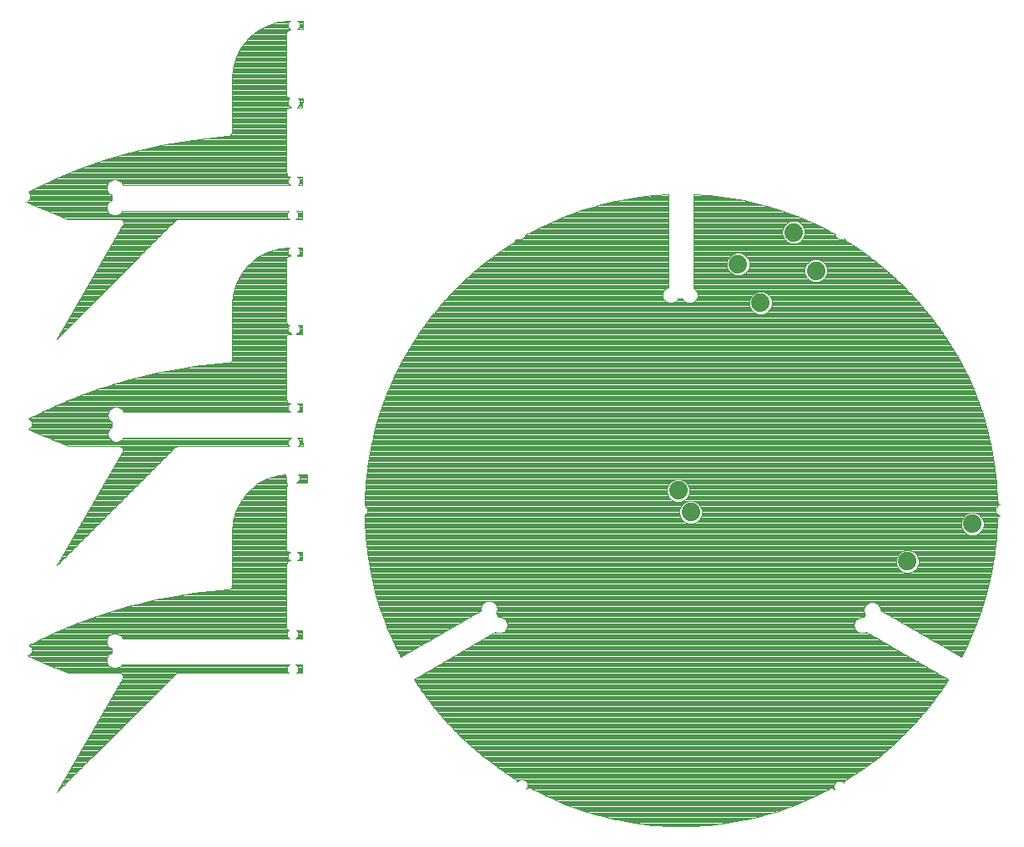
<source format=gtl>
G75*
%MOIN*%
%OFA0B0*%
%FSLAX25Y25*%
%IPPOS*%
%LPD*%
%AMOC8*
5,1,8,0,0,1.08239X$1,22.5*
%
%ADD10C,0.07400*%
%ADD11C,0.00394*%
D10*
X0276697Y0157880D03*
X0281697Y0149220D03*
X0368206Y0129550D03*
X0394187Y0144550D03*
X0309562Y0232942D03*
X0300662Y0248358D03*
X0322832Y0261158D03*
X0331732Y0245742D03*
D11*
X0054340Y0082044D02*
X0028453Y0037208D01*
X0075697Y0084451D01*
X0076035Y0084848D01*
X0076099Y0084854D01*
X0076144Y0084899D01*
X0076666Y0084899D01*
X0076861Y0084915D01*
X0076907Y0084960D01*
X0077429Y0084960D01*
X0077948Y0085002D01*
X0077997Y0084960D01*
X0121187Y0084953D01*
X0120500Y0085640D01*
X0120500Y0087460D01*
X0121414Y0088374D01*
X0054463Y0088374D01*
X0054407Y0088239D01*
X0053508Y0087340D01*
X0052333Y0086853D01*
X0051061Y0086853D01*
X0049886Y0087340D01*
X0048987Y0088239D01*
X0048500Y0089414D01*
X0048500Y0090686D01*
X0048987Y0091861D01*
X0049886Y0092760D01*
X0050501Y0093015D01*
X0050501Y0094585D01*
X0049886Y0094840D01*
X0048987Y0095739D01*
X0048500Y0096914D01*
X0048500Y0098186D01*
X0048987Y0099361D01*
X0049886Y0100260D01*
X0051061Y0100747D01*
X0052333Y0100747D01*
X0053508Y0100260D01*
X0054407Y0099361D01*
X0054694Y0098669D01*
X0121471Y0098669D01*
X0120500Y0099640D01*
X0120500Y0101460D01*
X0121146Y0102106D01*
X0120990Y0102106D01*
X0120979Y0102118D01*
X0120962Y0102118D01*
X0120572Y0102525D01*
X0120174Y0102923D01*
X0120174Y0102939D01*
X0120163Y0102951D01*
X0120174Y0103514D01*
X0120178Y0127643D01*
X0120064Y0127930D01*
X0120178Y0128197D01*
X0120178Y0128488D01*
X0120397Y0128707D01*
X0120415Y0128748D01*
X0120415Y0129039D01*
X0120633Y0129258D01*
X0120755Y0129542D01*
X0121025Y0129650D01*
X0121231Y0129856D01*
X0121540Y0129856D01*
X0121715Y0129925D01*
X0121000Y0130640D01*
X0121000Y0132460D01*
X0121818Y0133278D01*
X0121612Y0133278D01*
X0121054Y0133262D01*
X0121038Y0133278D01*
X0121016Y0133278D01*
X0120621Y0133672D01*
X0120216Y0134056D01*
X0120215Y0134078D01*
X0120200Y0134094D01*
X0120200Y0134652D01*
X0120194Y0134845D01*
X0120178Y0134861D01*
X0120179Y0135418D01*
X0120163Y0135976D01*
X0120179Y0135993D01*
X0120183Y0158735D01*
X0120071Y0158961D01*
X0120183Y0159291D01*
X0120183Y0159638D01*
X0120342Y0159797D01*
X0119920Y0164292D01*
X0117466Y0164045D01*
X0116826Y0163962D01*
X0112562Y0162636D01*
X0108648Y0160512D01*
X0105716Y0158094D01*
X0105213Y0157676D01*
X0102795Y0154745D01*
X0102384Y0154238D01*
X0100260Y0150319D01*
X0098937Y0146057D01*
X0098859Y0145416D01*
X0098470Y0141554D01*
X0098440Y0140838D01*
X0098440Y0120839D01*
X0098517Y0120731D01*
X0098440Y0120277D01*
X0098440Y0119816D01*
X0098347Y0119723D01*
X0098337Y0119663D01*
X0098376Y0119274D01*
X0098244Y0119114D01*
X0098210Y0118909D01*
X0097892Y0118683D01*
X0097644Y0118381D01*
X0097438Y0118360D01*
X0097269Y0118240D01*
X0096884Y0118305D01*
X0083004Y0116921D01*
X0082274Y0116807D01*
X0069892Y0114691D01*
X0069165Y0114538D01*
X0057715Y0111815D01*
X0056995Y0111618D01*
X0046490Y0108459D01*
X0036918Y0105015D01*
X0036220Y0104733D01*
X0028964Y0101716D01*
X0028270Y0101416D01*
X0021889Y0098426D01*
X0021211Y0098084D01*
X0017428Y0096124D01*
X0017375Y0096016D01*
X0017347Y0096006D01*
X0018394Y0094960D01*
X0018394Y0093140D01*
X0017107Y0091853D01*
X0016861Y0091853D01*
X0017012Y0091795D01*
X0017027Y0091760D01*
X0023716Y0088813D01*
X0023993Y0088702D01*
X0024513Y0088495D01*
X0024513Y0088495D01*
X0033277Y0084998D01*
X0033789Y0084966D01*
X0053035Y0084964D01*
X0053188Y0085059D01*
X0053593Y0084964D01*
X0054009Y0084964D01*
X0054137Y0084837D01*
X0054312Y0084795D01*
X0054531Y0084442D01*
X0054825Y0084148D01*
X0054825Y0083967D01*
X0054920Y0083814D01*
X0054825Y0083409D01*
X0054825Y0082993D01*
X0054777Y0082945D01*
X0054804Y0082847D01*
X0054618Y0082526D01*
X0054533Y0082164D01*
X0054340Y0082044D01*
X0054533Y0082164D01*
X0054618Y0082526D01*
X0054804Y0082847D01*
X0054777Y0082945D01*
X0054825Y0082993D01*
X0054825Y0083409D01*
X0054920Y0083814D01*
X0054825Y0083967D01*
X0054825Y0084148D01*
X0054531Y0084442D01*
X0054312Y0084795D01*
X0054137Y0084837D01*
X0054009Y0084964D01*
X0053593Y0084964D01*
X0053188Y0085059D01*
X0053035Y0084964D01*
X0033789Y0084966D01*
X0033277Y0084998D01*
X0024513Y0088495D01*
X0024513Y0088495D01*
X0023993Y0088702D01*
X0023716Y0088813D01*
X0017027Y0091760D01*
X0017012Y0091795D01*
X0016861Y0091853D01*
X0017107Y0091853D01*
X0018394Y0093140D01*
X0018394Y0094960D01*
X0017347Y0096006D01*
X0017375Y0096016D01*
X0017428Y0096124D01*
X0021211Y0098084D01*
X0021889Y0098426D01*
X0028270Y0101416D01*
X0028964Y0101716D01*
X0036220Y0104733D01*
X0036918Y0105015D01*
X0046490Y0108459D01*
X0056995Y0111618D01*
X0057715Y0111815D01*
X0069165Y0114538D01*
X0069892Y0114691D01*
X0082274Y0116807D01*
X0083004Y0116921D01*
X0096884Y0118305D01*
X0097269Y0118240D01*
X0097438Y0118360D01*
X0097644Y0118381D01*
X0097892Y0118683D01*
X0098210Y0118909D01*
X0098244Y0119114D01*
X0098376Y0119274D01*
X0098337Y0119663D01*
X0098347Y0119723D01*
X0098440Y0119816D01*
X0098440Y0120277D01*
X0098517Y0120731D01*
X0098440Y0120839D01*
X0098440Y0140838D01*
X0098470Y0141554D01*
X0098859Y0145416D01*
X0098937Y0146057D01*
X0100260Y0150319D01*
X0102384Y0154238D01*
X0102795Y0154745D01*
X0105213Y0157676D01*
X0105716Y0158094D01*
X0108648Y0160512D01*
X0112562Y0162636D01*
X0116826Y0163962D01*
X0117466Y0164045D01*
X0119920Y0164292D01*
X0120342Y0159797D01*
X0120183Y0159638D01*
X0120183Y0159291D01*
X0120071Y0158961D01*
X0120183Y0158735D01*
X0120179Y0135993D01*
X0120163Y0135976D01*
X0120179Y0135418D01*
X0120178Y0134861D01*
X0120194Y0134845D01*
X0120200Y0134652D01*
X0120200Y0134094D01*
X0120215Y0134078D01*
X0120216Y0134056D01*
X0120621Y0133672D01*
X0121016Y0133278D01*
X0121038Y0133278D01*
X0121054Y0133262D01*
X0121612Y0133278D01*
X0121818Y0133278D01*
X0121000Y0132460D01*
X0121000Y0130640D01*
X0121715Y0129925D01*
X0121540Y0129856D01*
X0121231Y0129856D01*
X0121025Y0129650D01*
X0120755Y0129542D01*
X0120633Y0129258D01*
X0120415Y0129039D01*
X0120415Y0128748D01*
X0120397Y0128707D01*
X0120178Y0128488D01*
X0120178Y0128197D01*
X0120064Y0127930D01*
X0120178Y0127643D01*
X0120174Y0103514D01*
X0120163Y0102951D01*
X0120174Y0102939D01*
X0120174Y0102923D01*
X0120572Y0102525D01*
X0120962Y0102118D01*
X0120979Y0102118D01*
X0120990Y0102106D01*
X0121146Y0102106D01*
X0120500Y0101460D01*
X0120500Y0099640D01*
X0121471Y0098669D01*
X0054694Y0098669D01*
X0054407Y0099361D01*
X0053508Y0100260D01*
X0052333Y0100747D01*
X0051061Y0100747D01*
X0049886Y0100260D01*
X0048987Y0099361D01*
X0048500Y0098186D01*
X0048500Y0096914D01*
X0048987Y0095739D01*
X0049886Y0094840D01*
X0050501Y0094585D01*
X0050501Y0093015D01*
X0049886Y0092760D01*
X0048987Y0091861D01*
X0048500Y0090686D01*
X0048500Y0089414D01*
X0048987Y0088239D01*
X0049886Y0087340D01*
X0051061Y0086853D01*
X0052333Y0086853D01*
X0053508Y0087340D01*
X0054407Y0088239D01*
X0054463Y0088374D01*
X0121414Y0088374D01*
X0120500Y0087460D01*
X0120500Y0085640D01*
X0121187Y0084953D01*
X0077997Y0084960D01*
X0077948Y0085002D01*
X0077429Y0084960D01*
X0076907Y0084960D01*
X0076861Y0084915D01*
X0076666Y0084899D01*
X0076144Y0084899D01*
X0076099Y0084854D01*
X0076035Y0084848D01*
X0075697Y0084451D01*
X0028453Y0037208D01*
X0054340Y0082044D01*
X0054367Y0082061D02*
X0073307Y0082061D01*
X0054367Y0082061D01*
X0054601Y0082453D02*
X0073699Y0082453D01*
X0054601Y0082453D01*
X0054803Y0082846D02*
X0074091Y0082846D01*
X0054803Y0082846D01*
X0054825Y0083238D02*
X0074483Y0083238D01*
X0054825Y0083238D01*
X0054877Y0083630D02*
X0074875Y0083630D01*
X0054877Y0083630D01*
X0054825Y0084022D02*
X0075268Y0084022D01*
X0054825Y0084022D01*
X0054559Y0084415D02*
X0075660Y0084415D01*
X0054559Y0084415D01*
X0054264Y0084807D02*
X0075999Y0084807D01*
X0054264Y0084807D01*
X0053074Y0087160D02*
X0120500Y0087160D01*
X0053074Y0087160D01*
X0053720Y0087552D02*
X0120592Y0087552D01*
X0053720Y0087552D01*
X0054112Y0087944D02*
X0120984Y0087944D01*
X0054112Y0087944D01*
X0054447Y0088337D02*
X0121377Y0088337D01*
X0054447Y0088337D01*
X0050320Y0087160D02*
X0027859Y0087160D01*
X0050320Y0087160D01*
X0049674Y0087552D02*
X0026876Y0087552D01*
X0049674Y0087552D01*
X0049281Y0087944D02*
X0025893Y0087944D01*
X0049281Y0087944D01*
X0048946Y0088337D02*
X0024910Y0088337D01*
X0048946Y0088337D01*
X0048784Y0088729D02*
X0023927Y0088729D01*
X0048784Y0088729D01*
X0048621Y0089121D02*
X0023017Y0089121D01*
X0048621Y0089121D01*
X0048500Y0089513D02*
X0022127Y0089513D01*
X0048500Y0089513D01*
X0048500Y0089906D02*
X0021237Y0089906D01*
X0048500Y0089906D01*
X0048500Y0090298D02*
X0020347Y0090298D01*
X0048500Y0090298D01*
X0048502Y0090690D02*
X0019457Y0090690D01*
X0048502Y0090690D01*
X0048664Y0091082D02*
X0018567Y0091082D01*
X0048664Y0091082D01*
X0048827Y0091474D02*
X0017676Y0091474D01*
X0048827Y0091474D01*
X0048992Y0091867D02*
X0017120Y0091867D01*
X0048992Y0091867D01*
X0049385Y0092259D02*
X0017512Y0092259D01*
X0049385Y0092259D01*
X0049777Y0092651D02*
X0017905Y0092651D01*
X0049777Y0092651D01*
X0050501Y0093043D02*
X0018297Y0093043D01*
X0050501Y0093043D01*
X0050501Y0093435D02*
X0018394Y0093435D01*
X0050501Y0093435D01*
X0050501Y0093828D02*
X0018394Y0093828D01*
X0050501Y0093828D01*
X0050501Y0094220D02*
X0018394Y0094220D01*
X0050501Y0094220D01*
X0050436Y0094612D02*
X0018394Y0094612D01*
X0050436Y0094612D01*
X0049722Y0095004D02*
X0018349Y0095004D01*
X0049722Y0095004D01*
X0049329Y0095396D02*
X0017957Y0095396D01*
X0049329Y0095396D01*
X0048966Y0095789D02*
X0017565Y0095789D01*
X0048966Y0095789D01*
X0048804Y0096181D02*
X0017538Y0096181D01*
X0048804Y0096181D01*
X0048641Y0096573D02*
X0018295Y0096573D01*
X0048641Y0096573D01*
X0048500Y0096965D02*
X0019051Y0096965D01*
X0048500Y0096965D01*
X0048500Y0097358D02*
X0019808Y0097358D01*
X0048500Y0097358D01*
X0048500Y0097750D02*
X0020565Y0097750D01*
X0048500Y0097750D01*
X0048500Y0098142D02*
X0021325Y0098142D01*
X0048500Y0098142D01*
X0048644Y0098534D02*
X0022121Y0098534D01*
X0048644Y0098534D01*
X0048807Y0098926D02*
X0022958Y0098926D01*
X0048807Y0098926D01*
X0048969Y0099319D02*
X0023795Y0099319D01*
X0048969Y0099319D01*
X0049337Y0099711D02*
X0024632Y0099711D01*
X0049337Y0099711D01*
X0049729Y0100103D02*
X0025469Y0100103D01*
X0049729Y0100103D01*
X0050454Y0100495D02*
X0026306Y0100495D01*
X0050454Y0100495D01*
X0052940Y0100495D02*
X0120500Y0100495D01*
X0052940Y0100495D01*
X0053665Y0100103D02*
X0120500Y0100103D01*
X0053665Y0100103D01*
X0054057Y0099711D02*
X0120500Y0099711D01*
X0054057Y0099711D01*
X0054425Y0099319D02*
X0120821Y0099319D01*
X0054425Y0099319D01*
X0054587Y0098926D02*
X0121214Y0098926D01*
X0054587Y0098926D01*
X0047399Y0108732D02*
X0120175Y0108732D01*
X0047399Y0108732D01*
X0046159Y0108339D02*
X0120175Y0108339D01*
X0046159Y0108339D01*
X0045069Y0107947D02*
X0120175Y0107947D01*
X0045069Y0107947D01*
X0043979Y0107555D02*
X0120175Y0107555D01*
X0043979Y0107555D01*
X0042888Y0107163D02*
X0120175Y0107163D01*
X0042888Y0107163D01*
X0041798Y0106771D02*
X0120175Y0106771D01*
X0041798Y0106771D01*
X0040708Y0106378D02*
X0120175Y0106378D01*
X0040708Y0106378D01*
X0039617Y0105986D02*
X0120175Y0105986D01*
X0039617Y0105986D01*
X0038527Y0105594D02*
X0120174Y0105594D01*
X0038527Y0105594D01*
X0037437Y0105202D02*
X0120174Y0105202D01*
X0037437Y0105202D01*
X0036410Y0104810D02*
X0120174Y0104810D01*
X0036410Y0104810D01*
X0035461Y0104417D02*
X0120174Y0104417D01*
X0035461Y0104417D01*
X0034518Y0104025D02*
X0120174Y0104025D01*
X0034518Y0104025D01*
X0033575Y0103633D02*
X0120174Y0103633D01*
X0033575Y0103633D01*
X0032632Y0103241D02*
X0120169Y0103241D01*
X0032632Y0103241D01*
X0031688Y0102849D02*
X0120248Y0102849D01*
X0031688Y0102849D01*
X0030745Y0102456D02*
X0120638Y0102456D01*
X0030745Y0102456D01*
X0029802Y0102064D02*
X0121104Y0102064D01*
X0029802Y0102064D01*
X0028863Y0101672D02*
X0120712Y0101672D01*
X0028863Y0101672D01*
X0027980Y0101280D02*
X0120500Y0101280D01*
X0027980Y0101280D01*
X0027143Y0100887D02*
X0120500Y0100887D01*
X0027143Y0100887D01*
X0028842Y0086768D02*
X0120500Y0086768D01*
X0028842Y0086768D01*
X0029825Y0086376D02*
X0120500Y0086376D01*
X0029825Y0086376D01*
X0030808Y0085983D02*
X0120500Y0085983D01*
X0030808Y0085983D01*
X0031791Y0085591D02*
X0120549Y0085591D01*
X0031791Y0085591D01*
X0032774Y0085199D02*
X0120941Y0085199D01*
X0032774Y0085199D01*
X0050274Y0075001D02*
X0066247Y0075001D01*
X0050274Y0075001D01*
X0050047Y0074609D02*
X0065855Y0074609D01*
X0050047Y0074609D01*
X0049821Y0074217D02*
X0065462Y0074217D01*
X0049821Y0074217D01*
X0049594Y0073825D02*
X0065070Y0073825D01*
X0049594Y0073825D01*
X0049368Y0073433D02*
X0064678Y0073433D01*
X0049368Y0073433D01*
X0049141Y0073040D02*
X0064286Y0073040D01*
X0049141Y0073040D01*
X0048915Y0072648D02*
X0063894Y0072648D01*
X0048915Y0072648D01*
X0048689Y0072256D02*
X0063501Y0072256D01*
X0048689Y0072256D01*
X0048462Y0071864D02*
X0063109Y0071864D01*
X0048462Y0071864D01*
X0048236Y0071472D02*
X0062717Y0071472D01*
X0048236Y0071472D01*
X0048009Y0071079D02*
X0062325Y0071079D01*
X0048009Y0071079D01*
X0047783Y0070687D02*
X0061932Y0070687D01*
X0047783Y0070687D01*
X0047556Y0070295D02*
X0061540Y0070295D01*
X0047556Y0070295D01*
X0047330Y0069903D02*
X0061148Y0069903D01*
X0047330Y0069903D01*
X0047103Y0069510D02*
X0060756Y0069510D01*
X0047103Y0069510D01*
X0046877Y0069118D02*
X0060364Y0069118D01*
X0046877Y0069118D01*
X0046651Y0068726D02*
X0059971Y0068726D01*
X0046651Y0068726D01*
X0046424Y0068334D02*
X0059579Y0068334D01*
X0046424Y0068334D01*
X0046198Y0067942D02*
X0059187Y0067942D01*
X0046198Y0067942D01*
X0045971Y0067549D02*
X0058795Y0067549D01*
X0045971Y0067549D01*
X0045745Y0067157D02*
X0058403Y0067157D01*
X0045745Y0067157D01*
X0045518Y0066765D02*
X0058010Y0066765D01*
X0045518Y0066765D01*
X0045292Y0066373D02*
X0057618Y0066373D01*
X0045292Y0066373D01*
X0045065Y0065981D02*
X0057226Y0065981D01*
X0045065Y0065981D01*
X0044839Y0065588D02*
X0056834Y0065588D01*
X0044839Y0065588D01*
X0044612Y0065196D02*
X0056442Y0065196D01*
X0044612Y0065196D01*
X0044386Y0064804D02*
X0056049Y0064804D01*
X0044386Y0064804D01*
X0044160Y0064412D02*
X0055657Y0064412D01*
X0044160Y0064412D01*
X0043933Y0064020D02*
X0055265Y0064020D01*
X0043933Y0064020D01*
X0043707Y0063627D02*
X0054873Y0063627D01*
X0043707Y0063627D01*
X0043480Y0063235D02*
X0054480Y0063235D01*
X0043480Y0063235D01*
X0043254Y0062843D02*
X0054088Y0062843D01*
X0043254Y0062843D01*
X0043027Y0062451D02*
X0053696Y0062451D01*
X0043027Y0062451D01*
X0042801Y0062058D02*
X0053304Y0062058D01*
X0042801Y0062058D01*
X0042574Y0061666D02*
X0052912Y0061666D01*
X0042574Y0061666D01*
X0042348Y0061274D02*
X0052519Y0061274D01*
X0042348Y0061274D01*
X0042122Y0060882D02*
X0052127Y0060882D01*
X0042122Y0060882D01*
X0041895Y0060490D02*
X0051735Y0060490D01*
X0041895Y0060490D01*
X0041669Y0060097D02*
X0051343Y0060097D01*
X0041669Y0060097D01*
X0041442Y0059705D02*
X0050951Y0059705D01*
X0041442Y0059705D01*
X0041216Y0059313D02*
X0050558Y0059313D01*
X0041216Y0059313D01*
X0040989Y0058921D02*
X0050166Y0058921D01*
X0040989Y0058921D01*
X0040763Y0058529D02*
X0049774Y0058529D01*
X0040763Y0058529D01*
X0040536Y0058136D02*
X0049382Y0058136D01*
X0040536Y0058136D01*
X0040310Y0057744D02*
X0048989Y0057744D01*
X0040310Y0057744D01*
X0040084Y0057352D02*
X0048597Y0057352D01*
X0040084Y0057352D01*
X0039857Y0056960D02*
X0048205Y0056960D01*
X0039857Y0056960D01*
X0039631Y0056567D02*
X0047813Y0056567D01*
X0039631Y0056567D01*
X0039404Y0056175D02*
X0047421Y0056175D01*
X0039404Y0056175D01*
X0039178Y0055783D02*
X0047028Y0055783D01*
X0039178Y0055783D01*
X0038951Y0055391D02*
X0046636Y0055391D01*
X0038951Y0055391D01*
X0038725Y0054999D02*
X0046244Y0054999D01*
X0038725Y0054999D01*
X0038498Y0054606D02*
X0045852Y0054606D01*
X0038498Y0054606D01*
X0038272Y0054214D02*
X0045460Y0054214D01*
X0038272Y0054214D01*
X0038045Y0053822D02*
X0045067Y0053822D01*
X0038045Y0053822D01*
X0037819Y0053430D02*
X0044675Y0053430D01*
X0037819Y0053430D01*
X0037593Y0053038D02*
X0044283Y0053038D01*
X0037593Y0053038D01*
X0037366Y0052645D02*
X0043891Y0052645D01*
X0037366Y0052645D01*
X0037140Y0052253D02*
X0043499Y0052253D01*
X0037140Y0052253D01*
X0036913Y0051861D02*
X0043106Y0051861D01*
X0036913Y0051861D01*
X0036687Y0051469D02*
X0042714Y0051469D01*
X0036687Y0051469D01*
X0036460Y0051077D02*
X0042322Y0051077D01*
X0036460Y0051077D01*
X0036234Y0050684D02*
X0041930Y0050684D01*
X0036234Y0050684D01*
X0036007Y0050292D02*
X0041537Y0050292D01*
X0036007Y0050292D01*
X0035781Y0049900D02*
X0041145Y0049900D01*
X0035781Y0049900D01*
X0035555Y0049508D02*
X0040753Y0049508D01*
X0035555Y0049508D01*
X0035328Y0049115D02*
X0040361Y0049115D01*
X0035328Y0049115D01*
X0035102Y0048723D02*
X0039969Y0048723D01*
X0035102Y0048723D01*
X0034875Y0048331D02*
X0039576Y0048331D01*
X0034875Y0048331D01*
X0034649Y0047939D02*
X0039184Y0047939D01*
X0034649Y0047939D01*
X0034422Y0047547D02*
X0038792Y0047547D01*
X0034422Y0047547D01*
X0034196Y0047154D02*
X0038400Y0047154D01*
X0034196Y0047154D01*
X0033969Y0046762D02*
X0038008Y0046762D01*
X0033969Y0046762D01*
X0033743Y0046370D02*
X0037615Y0046370D01*
X0033743Y0046370D01*
X0033517Y0045978D02*
X0037223Y0045978D01*
X0033517Y0045978D01*
X0033290Y0045586D02*
X0036831Y0045586D01*
X0033290Y0045586D01*
X0033064Y0045193D02*
X0036439Y0045193D01*
X0033064Y0045193D01*
X0032837Y0044801D02*
X0036046Y0044801D01*
X0032837Y0044801D01*
X0032611Y0044409D02*
X0035654Y0044409D01*
X0032611Y0044409D01*
X0032384Y0044017D02*
X0035262Y0044017D01*
X0032384Y0044017D01*
X0032158Y0043624D02*
X0034870Y0043624D01*
X0032158Y0043624D01*
X0031931Y0043232D02*
X0034478Y0043232D01*
X0031931Y0043232D01*
X0031705Y0042840D02*
X0034085Y0042840D01*
X0031705Y0042840D01*
X0031479Y0042448D02*
X0033693Y0042448D01*
X0031479Y0042448D01*
X0031252Y0042056D02*
X0033301Y0042056D01*
X0031252Y0042056D01*
X0031026Y0041663D02*
X0032909Y0041663D01*
X0031026Y0041663D01*
X0030799Y0041271D02*
X0032517Y0041271D01*
X0030799Y0041271D01*
X0030573Y0040879D02*
X0032124Y0040879D01*
X0030573Y0040879D01*
X0030346Y0040487D02*
X0031732Y0040487D01*
X0030346Y0040487D01*
X0030120Y0040095D02*
X0031340Y0040095D01*
X0030120Y0040095D01*
X0029893Y0039702D02*
X0030948Y0039702D01*
X0029893Y0039702D01*
X0029667Y0039310D02*
X0030556Y0039310D01*
X0029667Y0039310D01*
X0029440Y0038918D02*
X0030163Y0038918D01*
X0029440Y0038918D01*
X0029214Y0038526D02*
X0029771Y0038526D01*
X0029214Y0038526D01*
X0029379Y0038134D02*
X0028988Y0038134D01*
X0029379Y0038134D01*
X0028987Y0037741D02*
X0028761Y0037741D01*
X0028987Y0037741D01*
X0028594Y0037349D02*
X0028535Y0037349D01*
X0028594Y0037349D01*
X0050500Y0075394D02*
X0066639Y0075394D01*
X0050500Y0075394D01*
X0050727Y0075786D02*
X0067031Y0075786D01*
X0050727Y0075786D01*
X0050953Y0076178D02*
X0067423Y0076178D01*
X0050953Y0076178D01*
X0051179Y0076570D02*
X0067816Y0076570D01*
X0051179Y0076570D01*
X0051406Y0076963D02*
X0068208Y0076963D01*
X0051406Y0076963D01*
X0051632Y0077355D02*
X0068600Y0077355D01*
X0051632Y0077355D01*
X0051859Y0077747D02*
X0068992Y0077747D01*
X0051859Y0077747D01*
X0052085Y0078139D02*
X0069385Y0078139D01*
X0052085Y0078139D01*
X0052312Y0078531D02*
X0069777Y0078531D01*
X0052312Y0078531D01*
X0052538Y0078924D02*
X0070169Y0078924D01*
X0052538Y0078924D01*
X0052765Y0079316D02*
X0070561Y0079316D01*
X0052765Y0079316D01*
X0052991Y0079708D02*
X0070953Y0079708D01*
X0052991Y0079708D01*
X0053217Y0080100D02*
X0071346Y0080100D01*
X0053217Y0080100D01*
X0053444Y0080492D02*
X0071738Y0080492D01*
X0053444Y0080492D01*
X0053670Y0080885D02*
X0072130Y0080885D01*
X0053670Y0080885D01*
X0053897Y0081277D02*
X0072522Y0081277D01*
X0053897Y0081277D01*
X0054123Y0081669D02*
X0072914Y0081669D01*
X0054123Y0081669D01*
X0048703Y0109124D02*
X0120175Y0109124D01*
X0048703Y0109124D01*
X0050007Y0109516D02*
X0120175Y0109516D01*
X0050007Y0109516D01*
X0051311Y0109908D02*
X0120175Y0109908D01*
X0051311Y0109908D01*
X0052616Y0110301D02*
X0120175Y0110301D01*
X0052616Y0110301D01*
X0053920Y0110693D02*
X0120175Y0110693D01*
X0053920Y0110693D01*
X0055224Y0111085D02*
X0120175Y0111085D01*
X0055224Y0111085D01*
X0056528Y0111477D02*
X0120176Y0111477D01*
X0056528Y0111477D01*
X0057942Y0111869D02*
X0120176Y0111869D01*
X0057942Y0111869D01*
X0059592Y0112262D02*
X0120176Y0112262D01*
X0059592Y0112262D01*
X0061241Y0112654D02*
X0120176Y0112654D01*
X0061241Y0112654D01*
X0062890Y0113046D02*
X0120176Y0113046D01*
X0062890Y0113046D01*
X0064539Y0113438D02*
X0120176Y0113438D01*
X0064539Y0113438D01*
X0066188Y0113830D02*
X0120176Y0113830D01*
X0066188Y0113830D01*
X0067837Y0114223D02*
X0120176Y0114223D01*
X0067837Y0114223D01*
X0069530Y0114615D02*
X0120176Y0114615D01*
X0069530Y0114615D01*
X0071744Y0115007D02*
X0120176Y0115007D01*
X0071744Y0115007D01*
X0074038Y0115399D02*
X0120176Y0115399D01*
X0074038Y0115399D01*
X0076332Y0115792D02*
X0120176Y0115792D01*
X0076332Y0115792D01*
X0078627Y0116184D02*
X0120176Y0116184D01*
X0078627Y0116184D01*
X0080921Y0116576D02*
X0120176Y0116576D01*
X0080921Y0116576D01*
X0083476Y0116968D02*
X0120176Y0116968D01*
X0083476Y0116968D01*
X0087410Y0117360D02*
X0120177Y0117360D01*
X0087410Y0117360D01*
X0091345Y0117753D02*
X0120177Y0117753D01*
X0091345Y0117753D01*
X0095279Y0118145D02*
X0120177Y0118145D01*
X0095279Y0118145D01*
X0097772Y0118537D02*
X0120177Y0118537D01*
X0097772Y0118537D01*
X0098213Y0118929D02*
X0120177Y0118929D01*
X0098213Y0118929D01*
X0098371Y0119321D02*
X0120177Y0119321D01*
X0098371Y0119321D01*
X0098345Y0119714D02*
X0120177Y0119714D01*
X0098345Y0119714D01*
X0098440Y0120106D02*
X0120177Y0120106D01*
X0098440Y0120106D01*
X0098477Y0120498D02*
X0120177Y0120498D01*
X0098477Y0120498D01*
X0098440Y0120890D02*
X0120177Y0120890D01*
X0098440Y0120890D01*
X0098440Y0121282D02*
X0120177Y0121282D01*
X0098440Y0121282D01*
X0098440Y0121675D02*
X0120177Y0121675D01*
X0098440Y0121675D01*
X0098440Y0122067D02*
X0120177Y0122067D01*
X0098440Y0122067D01*
X0098440Y0122459D02*
X0120177Y0122459D01*
X0098440Y0122459D01*
X0098440Y0122851D02*
X0120177Y0122851D01*
X0098440Y0122851D01*
X0098440Y0123244D02*
X0120178Y0123244D01*
X0098440Y0123244D01*
X0098440Y0123636D02*
X0120178Y0123636D01*
X0098440Y0123636D01*
X0098440Y0124028D02*
X0120178Y0124028D01*
X0098440Y0124028D01*
X0098440Y0124420D02*
X0120178Y0124420D01*
X0098440Y0124420D01*
X0098440Y0124812D02*
X0120178Y0124812D01*
X0098440Y0124812D01*
X0098440Y0125205D02*
X0120178Y0125205D01*
X0098440Y0125205D01*
X0098440Y0125597D02*
X0120178Y0125597D01*
X0098440Y0125597D01*
X0098440Y0125989D02*
X0120178Y0125989D01*
X0098440Y0125989D01*
X0098440Y0126381D02*
X0120178Y0126381D01*
X0098440Y0126381D01*
X0098440Y0126773D02*
X0120178Y0126773D01*
X0098440Y0126773D01*
X0098440Y0127166D02*
X0120178Y0127166D01*
X0098440Y0127166D01*
X0098440Y0127558D02*
X0120178Y0127558D01*
X0098440Y0127558D01*
X0098440Y0127950D02*
X0120072Y0127950D01*
X0098440Y0127950D01*
X0098440Y0128342D02*
X0120178Y0128342D01*
X0098440Y0128342D01*
X0098440Y0128735D02*
X0120409Y0128735D01*
X0098440Y0128735D01*
X0098440Y0129127D02*
X0120502Y0129127D01*
X0098440Y0129127D01*
X0098440Y0129519D02*
X0120745Y0129519D01*
X0098440Y0129519D01*
X0098440Y0129911D02*
X0121679Y0129911D01*
X0098440Y0129911D01*
X0098440Y0130303D02*
X0121337Y0130303D01*
X0098440Y0130303D01*
X0098440Y0130696D02*
X0121000Y0130696D01*
X0098440Y0130696D01*
X0098440Y0131088D02*
X0121000Y0131088D01*
X0098440Y0131088D01*
X0098440Y0131480D02*
X0121000Y0131480D01*
X0098440Y0131480D01*
X0098440Y0131872D02*
X0121000Y0131872D01*
X0098440Y0131872D01*
X0098440Y0132264D02*
X0121000Y0132264D01*
X0098440Y0132264D01*
X0098440Y0132657D02*
X0121197Y0132657D01*
X0098440Y0132657D01*
X0098440Y0133049D02*
X0121589Y0133049D01*
X0098440Y0133049D01*
X0098440Y0133441D02*
X0120852Y0133441D01*
X0098440Y0133441D01*
X0098440Y0133833D02*
X0120451Y0133833D01*
X0098440Y0133833D01*
X0098440Y0134225D02*
X0120200Y0134225D01*
X0098440Y0134225D01*
X0098440Y0134618D02*
X0120200Y0134618D01*
X0098440Y0134618D01*
X0098440Y0135010D02*
X0120179Y0135010D01*
X0098440Y0135010D01*
X0098440Y0135402D02*
X0120179Y0135402D01*
X0098440Y0135402D01*
X0098440Y0135794D02*
X0120168Y0135794D01*
X0098440Y0135794D01*
X0098440Y0136187D02*
X0120179Y0136187D01*
X0098440Y0136187D01*
X0098440Y0136579D02*
X0120179Y0136579D01*
X0098440Y0136579D01*
X0098440Y0136971D02*
X0120179Y0136971D01*
X0098440Y0136971D01*
X0098440Y0137363D02*
X0120179Y0137363D01*
X0098440Y0137363D01*
X0098440Y0137755D02*
X0120179Y0137755D01*
X0098440Y0137755D01*
X0098440Y0138148D02*
X0120179Y0138148D01*
X0098440Y0138148D01*
X0098440Y0138540D02*
X0120179Y0138540D01*
X0098440Y0138540D01*
X0098440Y0138932D02*
X0120179Y0138932D01*
X0098440Y0138932D01*
X0098440Y0139324D02*
X0120179Y0139324D01*
X0098440Y0139324D01*
X0098440Y0139716D02*
X0120179Y0139716D01*
X0098440Y0139716D01*
X0098440Y0140109D02*
X0120179Y0140109D01*
X0098440Y0140109D01*
X0098440Y0140501D02*
X0120179Y0140501D01*
X0098440Y0140501D01*
X0098442Y0140893D02*
X0120180Y0140893D01*
X0098442Y0140893D01*
X0098459Y0141285D02*
X0120180Y0141285D01*
X0098459Y0141285D01*
X0098482Y0141678D02*
X0120180Y0141678D01*
X0098482Y0141678D01*
X0098522Y0142070D02*
X0120180Y0142070D01*
X0098522Y0142070D01*
X0098561Y0142462D02*
X0120180Y0142462D01*
X0098561Y0142462D01*
X0098601Y0142854D02*
X0120180Y0142854D01*
X0098601Y0142854D01*
X0098640Y0143246D02*
X0120180Y0143246D01*
X0098640Y0143246D01*
X0098680Y0143639D02*
X0120180Y0143639D01*
X0098680Y0143639D01*
X0098719Y0144031D02*
X0120180Y0144031D01*
X0098719Y0144031D01*
X0098759Y0144423D02*
X0120180Y0144423D01*
X0098759Y0144423D01*
X0098799Y0144815D02*
X0120180Y0144815D01*
X0098799Y0144815D01*
X0098838Y0145207D02*
X0120180Y0145207D01*
X0098838Y0145207D01*
X0098881Y0145600D02*
X0120180Y0145600D01*
X0098881Y0145600D01*
X0098929Y0145992D02*
X0120180Y0145992D01*
X0098929Y0145992D01*
X0099038Y0146384D02*
X0120180Y0146384D01*
X0099038Y0146384D01*
X0099160Y0146776D02*
X0120181Y0146776D01*
X0099160Y0146776D01*
X0099282Y0147168D02*
X0120181Y0147168D01*
X0099282Y0147168D01*
X0099404Y0147561D02*
X0120181Y0147561D01*
X0099404Y0147561D01*
X0099525Y0147953D02*
X0120181Y0147953D01*
X0099525Y0147953D01*
X0099647Y0148345D02*
X0120181Y0148345D01*
X0099647Y0148345D01*
X0099769Y0148737D02*
X0120181Y0148737D01*
X0099769Y0148737D01*
X0099891Y0149130D02*
X0120181Y0149130D01*
X0099891Y0149130D01*
X0100012Y0149522D02*
X0120181Y0149522D01*
X0100012Y0149522D01*
X0100134Y0149914D02*
X0120181Y0149914D01*
X0100134Y0149914D01*
X0100256Y0150306D02*
X0120181Y0150306D01*
X0100256Y0150306D01*
X0100466Y0150698D02*
X0120181Y0150698D01*
X0100466Y0150698D01*
X0100678Y0151091D02*
X0120181Y0151091D01*
X0100678Y0151091D01*
X0100891Y0151483D02*
X0120181Y0151483D01*
X0100891Y0151483D01*
X0101103Y0151875D02*
X0120181Y0151875D01*
X0101103Y0151875D01*
X0101316Y0152267D02*
X0120182Y0152267D01*
X0101316Y0152267D01*
X0101528Y0152659D02*
X0120182Y0152659D01*
X0101528Y0152659D01*
X0101741Y0153052D02*
X0120182Y0153052D01*
X0101741Y0153052D01*
X0101953Y0153444D02*
X0120182Y0153444D01*
X0101953Y0153444D01*
X0102166Y0153836D02*
X0120182Y0153836D01*
X0102166Y0153836D01*
X0102378Y0154228D02*
X0120182Y0154228D01*
X0102378Y0154228D01*
X0102694Y0154621D02*
X0120182Y0154621D01*
X0102694Y0154621D01*
X0103016Y0155013D02*
X0120182Y0155013D01*
X0103016Y0155013D01*
X0103340Y0155405D02*
X0120182Y0155405D01*
X0103340Y0155405D01*
X0103663Y0155797D02*
X0120182Y0155797D01*
X0103663Y0155797D01*
X0103987Y0156189D02*
X0120182Y0156189D01*
X0103987Y0156189D01*
X0104311Y0156582D02*
X0120182Y0156582D01*
X0104311Y0156582D01*
X0104634Y0156974D02*
X0120182Y0156974D01*
X0104634Y0156974D01*
X0104958Y0157366D02*
X0120182Y0157366D01*
X0104958Y0157366D01*
X0105313Y0157758D02*
X0120182Y0157758D01*
X0105313Y0157758D01*
X0105785Y0158150D02*
X0120183Y0158150D01*
X0105785Y0158150D01*
X0106260Y0158543D02*
X0120183Y0158543D01*
X0106260Y0158543D01*
X0106736Y0158935D02*
X0120084Y0158935D01*
X0106736Y0158935D01*
X0107212Y0159327D02*
X0120183Y0159327D01*
X0107212Y0159327D01*
X0107687Y0159719D02*
X0120264Y0159719D01*
X0107687Y0159719D01*
X0108163Y0160111D02*
X0120312Y0160111D01*
X0108163Y0160111D01*
X0108638Y0160504D02*
X0120275Y0160504D01*
X0108638Y0160504D01*
X0109356Y0160896D02*
X0120239Y0160896D01*
X0109356Y0160896D01*
X0110078Y0161288D02*
X0120202Y0161288D01*
X0110078Y0161288D01*
X0110801Y0161680D02*
X0120165Y0161680D01*
X0110801Y0161680D01*
X0111524Y0162073D02*
X0120128Y0162073D01*
X0111524Y0162073D01*
X0112246Y0162465D02*
X0120091Y0162465D01*
X0112246Y0162465D01*
X0113272Y0162857D02*
X0120054Y0162857D01*
X0113272Y0162857D01*
X0114533Y0163249D02*
X0120017Y0163249D01*
X0114533Y0163249D01*
X0115794Y0163641D02*
X0119981Y0163641D01*
X0115794Y0163641D01*
X0117379Y0164034D02*
X0119944Y0164034D01*
X0117379Y0164034D01*
X0124889Y0164465D02*
X0128133Y0164464D01*
X0128461Y0164380D01*
X0128461Y0161067D01*
X0128036Y0161043D01*
X0124296Y0161043D01*
X0125394Y0162140D01*
X0125394Y0163960D01*
X0124889Y0164465D01*
X0128133Y0164464D01*
X0128461Y0164380D01*
X0128461Y0161067D01*
X0128036Y0161043D01*
X0124296Y0161043D01*
X0125394Y0162140D01*
X0125394Y0163960D01*
X0124889Y0164465D01*
X0124928Y0164426D02*
X0128283Y0164426D01*
X0124928Y0164426D01*
X0125320Y0164034D02*
X0128461Y0164034D01*
X0125320Y0164034D01*
X0125394Y0163641D02*
X0128461Y0163641D01*
X0125394Y0163641D01*
X0125394Y0163249D02*
X0128461Y0163249D01*
X0125394Y0163249D01*
X0125394Y0162857D02*
X0128461Y0162857D01*
X0125394Y0162857D01*
X0125394Y0162465D02*
X0128461Y0162465D01*
X0125394Y0162465D01*
X0125326Y0162073D02*
X0128461Y0162073D01*
X0125326Y0162073D01*
X0124934Y0161680D02*
X0128461Y0161680D01*
X0124934Y0161680D01*
X0124542Y0161288D02*
X0128461Y0161288D01*
X0124542Y0161288D01*
X0124839Y0175586D02*
X0125394Y0176140D01*
X0125394Y0177960D01*
X0124347Y0179007D01*
X0126427Y0179007D01*
X0126732Y0175585D01*
X0124839Y0175586D01*
X0125394Y0176140D01*
X0125394Y0177960D01*
X0124347Y0179007D01*
X0126427Y0179007D01*
X0126732Y0175585D01*
X0124839Y0175586D01*
X0125054Y0175800D02*
X0126712Y0175800D01*
X0125054Y0175800D01*
X0125394Y0176192D02*
X0126677Y0176192D01*
X0125394Y0176192D01*
X0125394Y0176584D02*
X0126643Y0176584D01*
X0125394Y0176584D01*
X0125394Y0176977D02*
X0126608Y0176977D01*
X0125394Y0176977D01*
X0125394Y0177369D02*
X0126573Y0177369D01*
X0125394Y0177369D01*
X0125394Y0177761D02*
X0126538Y0177761D01*
X0125394Y0177761D01*
X0125200Y0178153D02*
X0126503Y0178153D01*
X0125200Y0178153D01*
X0124808Y0178545D02*
X0126468Y0178545D01*
X0124808Y0178545D01*
X0124416Y0178938D02*
X0126433Y0178938D01*
X0124416Y0178938D01*
X0122047Y0179007D02*
X0121000Y0177960D01*
X0121000Y0176140D01*
X0121554Y0175586D01*
X0077348Y0175593D01*
X0077017Y0175704D01*
X0076793Y0175593D01*
X0076544Y0175593D01*
X0076296Y0175346D01*
X0076140Y0175268D01*
X0075891Y0175268D01*
X0075643Y0175021D01*
X0075330Y0174865D01*
X0075251Y0174629D01*
X0028463Y0127841D01*
X0054459Y0172865D01*
X0054525Y0172890D01*
X0054743Y0173357D01*
X0055001Y0173804D01*
X0054982Y0173872D01*
X0055012Y0173937D01*
X0054835Y0174421D01*
X0054702Y0174919D01*
X0054640Y0174955D01*
X0054616Y0175021D01*
X0054148Y0175239D01*
X0053809Y0175435D01*
X0053646Y0175597D01*
X0053377Y0175597D01*
X0053133Y0175711D01*
X0052822Y0175597D01*
X0033554Y0175599D01*
X0033060Y0175722D01*
X0024380Y0179186D01*
X0023331Y0179621D01*
X0017115Y0182361D01*
X0018394Y0183640D01*
X0018394Y0185460D01*
X0017212Y0186641D01*
X0021426Y0188826D01*
X0022109Y0189158D01*
X0028489Y0192148D01*
X0036442Y0195456D01*
X0037145Y0195727D01*
X0046007Y0198918D01*
X0046718Y0199157D01*
X0057224Y0202317D01*
X0057947Y0202501D01*
X0069395Y0205224D01*
X0070125Y0205362D01*
X0082507Y0207479D01*
X0083239Y0207577D01*
X0096105Y0208859D01*
X0096231Y0208790D01*
X0096663Y0208915D01*
X0097111Y0208959D01*
X0097202Y0209071D01*
X0097254Y0209086D01*
X0097634Y0209086D01*
X0097789Y0209241D01*
X0097999Y0209302D01*
X0098182Y0209634D01*
X0098450Y0209903D01*
X0098450Y0210121D01*
X0098556Y0210313D01*
X0098450Y0210678D01*
X0098450Y0231690D01*
X0098502Y0232406D01*
X0098889Y0236246D01*
X0099006Y0236879D01*
X0100137Y0240523D01*
X0100363Y0241130D01*
X0102178Y0244473D01*
X0102517Y0245028D01*
X0104935Y0247959D01*
X0105376Y0248438D01*
X0108308Y0250857D01*
X0108833Y0251240D01*
X0112177Y0253055D01*
X0112762Y0253331D01*
X0116407Y0254462D01*
X0117030Y0254633D01*
X0121554Y0255089D01*
X0121630Y0255090D01*
X0121000Y0254460D01*
X0121000Y0252640D01*
X0121962Y0251678D01*
X0121728Y0251678D01*
X0121675Y0251624D01*
X0121521Y0251609D01*
X0121010Y0251609D01*
X0120956Y0251555D01*
X0120880Y0251548D01*
X0120555Y0251154D01*
X0120193Y0250793D01*
X0120193Y0250717D01*
X0120145Y0250658D01*
X0120193Y0250149D01*
X0120189Y0225991D01*
X0120086Y0225613D01*
X0120189Y0225434D01*
X0120189Y0225228D01*
X0120466Y0224951D01*
X0120476Y0224933D01*
X0120476Y0224727D01*
X0120753Y0224450D01*
X0120947Y0224110D01*
X0121146Y0224056D01*
X0121292Y0223911D01*
X0121451Y0223911D01*
X0121000Y0223460D01*
X0121000Y0221640D01*
X0122151Y0220489D01*
X0121762Y0220489D01*
X0121738Y0220465D01*
X0121554Y0220458D01*
X0121005Y0220458D01*
X0120982Y0220434D01*
X0120948Y0220433D01*
X0120577Y0220029D01*
X0120189Y0219642D01*
X0120189Y0219608D01*
X0120166Y0219584D01*
X0120189Y0219036D01*
X0120184Y0194898D01*
X0120071Y0194585D01*
X0120184Y0194343D01*
X0120184Y0194077D01*
X0120420Y0193841D01*
X0120436Y0193807D01*
X0120436Y0193540D01*
X0120671Y0193305D01*
X0120812Y0193003D01*
X0121063Y0192912D01*
X0121252Y0192724D01*
X0121585Y0192724D01*
X0121716Y0192676D01*
X0121000Y0191960D01*
X0121000Y0190140D01*
X0121838Y0189302D01*
X0055139Y0189302D01*
X0054907Y0189861D01*
X0054008Y0190760D01*
X0052833Y0191247D01*
X0051561Y0191247D01*
X0050386Y0190760D01*
X0049487Y0189861D01*
X0049000Y0188686D01*
X0049000Y0187414D01*
X0049487Y0186239D01*
X0050386Y0185340D01*
X0050511Y0185288D01*
X0050511Y0183312D01*
X0050386Y0183260D01*
X0049487Y0182361D01*
X0049000Y0181186D01*
X0049000Y0179914D01*
X0049487Y0178739D01*
X0050386Y0177840D01*
X0051561Y0177353D01*
X0052833Y0177353D01*
X0054008Y0177840D01*
X0054907Y0178739D01*
X0055018Y0179007D01*
X0122047Y0179007D01*
X0121000Y0177960D01*
X0121000Y0176140D01*
X0121554Y0175586D01*
X0077348Y0175593D01*
X0077017Y0175704D01*
X0076793Y0175593D01*
X0076544Y0175593D01*
X0076296Y0175346D01*
X0076140Y0175268D01*
X0075891Y0175268D01*
X0075643Y0175021D01*
X0075330Y0174865D01*
X0075251Y0174629D01*
X0028463Y0127841D01*
X0054459Y0172865D01*
X0054525Y0172890D01*
X0054743Y0173357D01*
X0055001Y0173804D01*
X0054982Y0173872D01*
X0055012Y0173937D01*
X0054835Y0174421D01*
X0054702Y0174919D01*
X0054640Y0174955D01*
X0054616Y0175021D01*
X0054148Y0175239D01*
X0053809Y0175435D01*
X0053646Y0175597D01*
X0053377Y0175597D01*
X0053133Y0175711D01*
X0052822Y0175597D01*
X0033554Y0175599D01*
X0033060Y0175722D01*
X0024380Y0179186D01*
X0023331Y0179621D01*
X0017115Y0182361D01*
X0018394Y0183640D01*
X0018394Y0185460D01*
X0017212Y0186641D01*
X0021426Y0188826D01*
X0022109Y0189158D01*
X0028489Y0192148D01*
X0036442Y0195456D01*
X0037145Y0195727D01*
X0046007Y0198918D01*
X0046718Y0199157D01*
X0057224Y0202317D01*
X0057947Y0202501D01*
X0069395Y0205224D01*
X0070125Y0205362D01*
X0082507Y0207479D01*
X0083239Y0207577D01*
X0096105Y0208859D01*
X0096231Y0208790D01*
X0096663Y0208915D01*
X0097111Y0208959D01*
X0097202Y0209071D01*
X0097254Y0209086D01*
X0097634Y0209086D01*
X0097789Y0209241D01*
X0097999Y0209302D01*
X0098182Y0209634D01*
X0098450Y0209903D01*
X0098450Y0210121D01*
X0098556Y0210313D01*
X0098450Y0210678D01*
X0098450Y0231690D01*
X0098502Y0232406D01*
X0098889Y0236246D01*
X0099006Y0236879D01*
X0100137Y0240523D01*
X0100363Y0241130D01*
X0102178Y0244473D01*
X0102517Y0245028D01*
X0104935Y0247959D01*
X0105376Y0248438D01*
X0108308Y0250857D01*
X0108833Y0251240D01*
X0112177Y0253055D01*
X0112762Y0253331D01*
X0116407Y0254462D01*
X0117030Y0254633D01*
X0121554Y0255089D01*
X0121630Y0255090D01*
X0121000Y0254460D01*
X0121000Y0252640D01*
X0121962Y0251678D01*
X0121728Y0251678D01*
X0121675Y0251624D01*
X0121521Y0251609D01*
X0121010Y0251609D01*
X0120956Y0251555D01*
X0120880Y0251548D01*
X0120555Y0251154D01*
X0120193Y0250793D01*
X0120193Y0250717D01*
X0120145Y0250658D01*
X0120193Y0250149D01*
X0120189Y0225991D01*
X0120086Y0225613D01*
X0120189Y0225434D01*
X0120189Y0225228D01*
X0120466Y0224951D01*
X0120476Y0224933D01*
X0120476Y0224727D01*
X0120753Y0224450D01*
X0120947Y0224110D01*
X0121146Y0224056D01*
X0121292Y0223911D01*
X0121451Y0223911D01*
X0121000Y0223460D01*
X0121000Y0221640D01*
X0122151Y0220489D01*
X0121762Y0220489D01*
X0121738Y0220465D01*
X0121554Y0220458D01*
X0121005Y0220458D01*
X0120982Y0220434D01*
X0120948Y0220433D01*
X0120577Y0220029D01*
X0120189Y0219642D01*
X0120189Y0219608D01*
X0120166Y0219584D01*
X0120189Y0219036D01*
X0120184Y0194898D01*
X0120071Y0194585D01*
X0120184Y0194343D01*
X0120184Y0194077D01*
X0120420Y0193841D01*
X0120436Y0193807D01*
X0120436Y0193540D01*
X0120671Y0193305D01*
X0120812Y0193003D01*
X0121063Y0192912D01*
X0121252Y0192724D01*
X0121585Y0192724D01*
X0121716Y0192676D01*
X0121000Y0191960D01*
X0121000Y0190140D01*
X0121838Y0189302D01*
X0055139Y0189302D01*
X0054907Y0189861D01*
X0054008Y0190760D01*
X0052833Y0191247D01*
X0051561Y0191247D01*
X0050386Y0190760D01*
X0049487Y0189861D01*
X0049000Y0188686D01*
X0049000Y0187414D01*
X0049487Y0186239D01*
X0050386Y0185340D01*
X0050511Y0185288D01*
X0050511Y0183312D01*
X0050386Y0183260D01*
X0049487Y0182361D01*
X0049000Y0181186D01*
X0049000Y0179914D01*
X0049487Y0178739D01*
X0050386Y0177840D01*
X0051561Y0177353D01*
X0052833Y0177353D01*
X0054008Y0177840D01*
X0054907Y0178739D01*
X0055018Y0179007D01*
X0122047Y0179007D01*
X0121978Y0178938D02*
X0054989Y0178938D01*
X0121978Y0178938D01*
X0121585Y0178545D02*
X0054713Y0178545D01*
X0121585Y0178545D01*
X0121193Y0178153D02*
X0054321Y0178153D01*
X0121193Y0178153D01*
X0121000Y0177761D02*
X0053817Y0177761D01*
X0121000Y0177761D01*
X0121000Y0177369D02*
X0052871Y0177369D01*
X0121000Y0177369D01*
X0121000Y0176977D02*
X0029917Y0176977D01*
X0121000Y0176977D01*
X0121000Y0176584D02*
X0030900Y0176584D01*
X0121000Y0176584D01*
X0121000Y0176192D02*
X0031882Y0176192D01*
X0121000Y0176192D01*
X0121340Y0175800D02*
X0032865Y0175800D01*
X0121340Y0175800D01*
X0121613Y0189527D02*
X0055045Y0189527D01*
X0121613Y0189527D01*
X0121220Y0189920D02*
X0054848Y0189920D01*
X0121220Y0189920D01*
X0121000Y0190312D02*
X0054456Y0190312D01*
X0121000Y0190312D01*
X0121000Y0190704D02*
X0054064Y0190704D01*
X0121000Y0190704D01*
X0121000Y0191096D02*
X0053196Y0191096D01*
X0121000Y0191096D01*
X0121000Y0191488D02*
X0027082Y0191488D01*
X0121000Y0191488D01*
X0121000Y0191881D02*
X0027919Y0191881D01*
X0121000Y0191881D01*
X0121313Y0192273D02*
X0028789Y0192273D01*
X0121313Y0192273D01*
X0121705Y0192665D02*
X0029732Y0192665D01*
X0121705Y0192665D01*
X0120787Y0193057D02*
X0030675Y0193057D01*
X0120787Y0193057D01*
X0120526Y0193450D02*
X0031618Y0193450D01*
X0120526Y0193450D01*
X0120419Y0193842D02*
X0032561Y0193842D01*
X0120419Y0193842D01*
X0120184Y0194234D02*
X0033505Y0194234D01*
X0120184Y0194234D01*
X0120086Y0194626D02*
X0034448Y0194626D01*
X0120086Y0194626D01*
X0120184Y0195018D02*
X0035391Y0195018D01*
X0120184Y0195018D01*
X0120185Y0195411D02*
X0036334Y0195411D01*
X0120185Y0195411D01*
X0120185Y0195803D02*
X0037355Y0195803D01*
X0120185Y0195803D01*
X0120185Y0196195D02*
X0038444Y0196195D01*
X0120185Y0196195D01*
X0120185Y0196587D02*
X0039534Y0196587D01*
X0120185Y0196587D01*
X0120185Y0196979D02*
X0040623Y0196979D01*
X0120185Y0196979D01*
X0120185Y0197372D02*
X0041713Y0197372D01*
X0120185Y0197372D01*
X0120185Y0197764D02*
X0042802Y0197764D01*
X0120185Y0197764D01*
X0120185Y0198156D02*
X0043892Y0198156D01*
X0120185Y0198156D01*
X0120185Y0198548D02*
X0044981Y0198548D01*
X0120185Y0198548D01*
X0120185Y0198940D02*
X0046075Y0198940D01*
X0120185Y0198940D01*
X0120185Y0199333D02*
X0047300Y0199333D01*
X0120185Y0199333D01*
X0120185Y0199725D02*
X0048604Y0199725D01*
X0120185Y0199725D01*
X0120185Y0200117D02*
X0049908Y0200117D01*
X0120185Y0200117D01*
X0120185Y0200509D02*
X0051212Y0200509D01*
X0120185Y0200509D01*
X0120185Y0200902D02*
X0052517Y0200902D01*
X0120185Y0200902D01*
X0120186Y0201294D02*
X0053821Y0201294D01*
X0120186Y0201294D01*
X0120186Y0201686D02*
X0055125Y0201686D01*
X0120186Y0201686D01*
X0120186Y0202078D02*
X0056429Y0202078D01*
X0120186Y0202078D01*
X0120186Y0202470D02*
X0057825Y0202470D01*
X0120186Y0202470D01*
X0120186Y0202863D02*
X0059465Y0202863D01*
X0120186Y0202863D01*
X0120186Y0203255D02*
X0061114Y0203255D01*
X0120186Y0203255D01*
X0120186Y0203647D02*
X0062763Y0203647D01*
X0120186Y0203647D01*
X0120186Y0204039D02*
X0064412Y0204039D01*
X0120186Y0204039D01*
X0120186Y0204431D02*
X0066061Y0204431D01*
X0120186Y0204431D01*
X0120186Y0204824D02*
X0067710Y0204824D01*
X0120186Y0204824D01*
X0120186Y0205216D02*
X0069359Y0205216D01*
X0120186Y0205216D01*
X0120186Y0205608D02*
X0071566Y0205608D01*
X0120186Y0205608D01*
X0120186Y0206000D02*
X0073860Y0206000D01*
X0120186Y0206000D01*
X0120186Y0206393D02*
X0076154Y0206393D01*
X0120186Y0206393D01*
X0120187Y0206785D02*
X0078448Y0206785D01*
X0120187Y0206785D01*
X0120187Y0207177D02*
X0080743Y0207177D01*
X0120187Y0207177D01*
X0120187Y0207569D02*
X0083184Y0207569D01*
X0120187Y0207569D01*
X0120187Y0207961D02*
X0087099Y0207961D01*
X0120187Y0207961D01*
X0120187Y0208354D02*
X0091033Y0208354D01*
X0120187Y0208354D01*
X0120187Y0208746D02*
X0094968Y0208746D01*
X0120187Y0208746D01*
X0120187Y0209138D02*
X0097686Y0209138D01*
X0120187Y0209138D01*
X0120187Y0209530D02*
X0098125Y0209530D01*
X0120187Y0209530D01*
X0120187Y0209922D02*
X0098450Y0209922D01*
X0120187Y0209922D01*
X0120187Y0210315D02*
X0098556Y0210315D01*
X0120187Y0210315D01*
X0120187Y0210707D02*
X0098450Y0210707D01*
X0120187Y0210707D01*
X0120187Y0211099D02*
X0098450Y0211099D01*
X0120187Y0211099D01*
X0120187Y0211491D02*
X0098450Y0211491D01*
X0120187Y0211491D01*
X0120187Y0211883D02*
X0098450Y0211883D01*
X0120187Y0211883D01*
X0120187Y0212276D02*
X0098450Y0212276D01*
X0120187Y0212276D01*
X0120188Y0212668D02*
X0098450Y0212668D01*
X0120188Y0212668D01*
X0120188Y0213060D02*
X0098450Y0213060D01*
X0120188Y0213060D01*
X0120188Y0213452D02*
X0098450Y0213452D01*
X0120188Y0213452D01*
X0120188Y0213845D02*
X0098450Y0213845D01*
X0120188Y0213845D01*
X0120188Y0214237D02*
X0098450Y0214237D01*
X0120188Y0214237D01*
X0120188Y0214629D02*
X0098450Y0214629D01*
X0120188Y0214629D01*
X0120188Y0215021D02*
X0098450Y0215021D01*
X0120188Y0215021D01*
X0120188Y0215413D02*
X0098450Y0215413D01*
X0120188Y0215413D01*
X0120188Y0215806D02*
X0098450Y0215806D01*
X0120188Y0215806D01*
X0120188Y0216198D02*
X0098450Y0216198D01*
X0120188Y0216198D01*
X0120188Y0216590D02*
X0098450Y0216590D01*
X0120188Y0216590D01*
X0120188Y0216982D02*
X0098450Y0216982D01*
X0120188Y0216982D01*
X0120188Y0217374D02*
X0098450Y0217374D01*
X0120188Y0217374D01*
X0120188Y0217767D02*
X0098450Y0217767D01*
X0120188Y0217767D01*
X0120188Y0218159D02*
X0098450Y0218159D01*
X0120188Y0218159D01*
X0120189Y0218551D02*
X0098450Y0218551D01*
X0120189Y0218551D01*
X0120189Y0218943D02*
X0098450Y0218943D01*
X0120189Y0218943D01*
X0120176Y0219336D02*
X0098450Y0219336D01*
X0120176Y0219336D01*
X0120275Y0219728D02*
X0098450Y0219728D01*
X0120275Y0219728D01*
X0120660Y0220120D02*
X0098450Y0220120D01*
X0120660Y0220120D01*
X0121736Y0220904D02*
X0098450Y0220904D01*
X0121736Y0220904D01*
X0122128Y0220512D02*
X0098450Y0220512D01*
X0122128Y0220512D01*
X0121343Y0221297D02*
X0098450Y0221297D01*
X0121343Y0221297D01*
X0121000Y0221689D02*
X0098450Y0221689D01*
X0121000Y0221689D01*
X0121000Y0222081D02*
X0098450Y0222081D01*
X0121000Y0222081D01*
X0121000Y0222473D02*
X0098450Y0222473D01*
X0121000Y0222473D01*
X0121000Y0222865D02*
X0098450Y0222865D01*
X0121000Y0222865D01*
X0121000Y0223258D02*
X0098450Y0223258D01*
X0121000Y0223258D01*
X0121190Y0223650D02*
X0098450Y0223650D01*
X0121190Y0223650D01*
X0121161Y0224042D02*
X0098450Y0224042D01*
X0121161Y0224042D01*
X0120762Y0224434D02*
X0098450Y0224434D01*
X0120762Y0224434D01*
X0120476Y0224826D02*
X0098450Y0224826D01*
X0120476Y0224826D01*
X0120198Y0225219D02*
X0098450Y0225219D01*
X0120198Y0225219D01*
X0120087Y0225611D02*
X0098450Y0225611D01*
X0120087Y0225611D01*
X0120189Y0226003D02*
X0098450Y0226003D01*
X0120189Y0226003D01*
X0120189Y0226395D02*
X0098450Y0226395D01*
X0120189Y0226395D01*
X0120189Y0226788D02*
X0098450Y0226788D01*
X0120189Y0226788D01*
X0120189Y0227180D02*
X0098450Y0227180D01*
X0120189Y0227180D01*
X0120189Y0227572D02*
X0098450Y0227572D01*
X0120189Y0227572D01*
X0120189Y0227964D02*
X0098450Y0227964D01*
X0120189Y0227964D01*
X0120189Y0228356D02*
X0098450Y0228356D01*
X0120189Y0228356D01*
X0120189Y0228749D02*
X0098450Y0228749D01*
X0120189Y0228749D01*
X0120189Y0229141D02*
X0098450Y0229141D01*
X0120189Y0229141D01*
X0120190Y0229533D02*
X0098450Y0229533D01*
X0120190Y0229533D01*
X0120190Y0229925D02*
X0098450Y0229925D01*
X0120190Y0229925D01*
X0120190Y0230317D02*
X0098450Y0230317D01*
X0120190Y0230317D01*
X0120190Y0230710D02*
X0098450Y0230710D01*
X0120190Y0230710D01*
X0120190Y0231102D02*
X0098450Y0231102D01*
X0120190Y0231102D01*
X0120190Y0231494D02*
X0098450Y0231494D01*
X0120190Y0231494D01*
X0120190Y0231886D02*
X0098464Y0231886D01*
X0120190Y0231886D01*
X0120190Y0232279D02*
X0098493Y0232279D01*
X0120190Y0232279D01*
X0120190Y0232671D02*
X0098529Y0232671D01*
X0120190Y0232671D01*
X0120190Y0233063D02*
X0098568Y0233063D01*
X0120190Y0233063D01*
X0120190Y0233455D02*
X0098608Y0233455D01*
X0120190Y0233455D01*
X0120190Y0233847D02*
X0098647Y0233847D01*
X0120190Y0233847D01*
X0120190Y0234240D02*
X0098687Y0234240D01*
X0120190Y0234240D01*
X0120190Y0234632D02*
X0098726Y0234632D01*
X0120190Y0234632D01*
X0120190Y0235024D02*
X0098766Y0235024D01*
X0120190Y0235024D01*
X0120191Y0235416D02*
X0098805Y0235416D01*
X0120191Y0235416D01*
X0120191Y0235808D02*
X0098845Y0235808D01*
X0120191Y0235808D01*
X0120191Y0236201D02*
X0098885Y0236201D01*
X0120191Y0236201D01*
X0120191Y0236593D02*
X0098953Y0236593D01*
X0120191Y0236593D01*
X0120191Y0236985D02*
X0099039Y0236985D01*
X0120191Y0236985D01*
X0120191Y0237377D02*
X0099160Y0237377D01*
X0120191Y0237377D01*
X0120191Y0237769D02*
X0099282Y0237769D01*
X0120191Y0237769D01*
X0120191Y0238162D02*
X0099404Y0238162D01*
X0120191Y0238162D01*
X0120191Y0238554D02*
X0099526Y0238554D01*
X0120191Y0238554D01*
X0120191Y0238946D02*
X0099647Y0238946D01*
X0120191Y0238946D01*
X0120191Y0239338D02*
X0099769Y0239338D01*
X0120191Y0239338D01*
X0120191Y0239731D02*
X0099891Y0239731D01*
X0120191Y0239731D01*
X0120191Y0240123D02*
X0100013Y0240123D01*
X0120191Y0240123D01*
X0120191Y0240515D02*
X0100134Y0240515D01*
X0120191Y0240515D01*
X0120191Y0240907D02*
X0100280Y0240907D01*
X0120191Y0240907D01*
X0120192Y0241299D02*
X0100455Y0241299D01*
X0120192Y0241299D01*
X0120192Y0241692D02*
X0100668Y0241692D01*
X0120192Y0241692D01*
X0120192Y0242084D02*
X0100881Y0242084D01*
X0120192Y0242084D01*
X0120192Y0242476D02*
X0101094Y0242476D01*
X0120192Y0242476D01*
X0120192Y0242868D02*
X0101307Y0242868D01*
X0120192Y0242868D01*
X0120192Y0243260D02*
X0101520Y0243260D01*
X0120192Y0243260D01*
X0120192Y0243653D02*
X0101732Y0243653D01*
X0120192Y0243653D01*
X0120192Y0244045D02*
X0101945Y0244045D01*
X0120192Y0244045D01*
X0120192Y0244437D02*
X0102158Y0244437D01*
X0120192Y0244437D01*
X0120192Y0244829D02*
X0102395Y0244829D01*
X0120192Y0244829D01*
X0120192Y0245222D02*
X0102676Y0245222D01*
X0120192Y0245222D01*
X0120192Y0245614D02*
X0103000Y0245614D01*
X0120192Y0245614D01*
X0120192Y0246006D02*
X0103323Y0246006D01*
X0120192Y0246006D01*
X0120192Y0246398D02*
X0103647Y0246398D01*
X0120192Y0246398D01*
X0120193Y0246790D02*
X0103971Y0246790D01*
X0120193Y0246790D01*
X0120193Y0247183D02*
X0104294Y0247183D01*
X0120193Y0247183D01*
X0120193Y0247575D02*
X0104618Y0247575D01*
X0120193Y0247575D01*
X0120193Y0247967D02*
X0104942Y0247967D01*
X0120193Y0247967D01*
X0120193Y0248359D02*
X0105304Y0248359D01*
X0120193Y0248359D01*
X0120193Y0248751D02*
X0105756Y0248751D01*
X0120193Y0248751D01*
X0120193Y0249144D02*
X0106232Y0249144D01*
X0120193Y0249144D01*
X0120193Y0249536D02*
X0106707Y0249536D01*
X0120193Y0249536D01*
X0120193Y0249928D02*
X0107182Y0249928D01*
X0120193Y0249928D01*
X0120177Y0250320D02*
X0107658Y0250320D01*
X0120177Y0250320D01*
X0120190Y0250712D02*
X0108133Y0250712D01*
X0120190Y0250712D01*
X0120505Y0251105D02*
X0108648Y0251105D01*
X0120505Y0251105D01*
X0120838Y0251497D02*
X0109307Y0251497D01*
X0120838Y0251497D01*
X0121359Y0252281D02*
X0110752Y0252281D01*
X0121359Y0252281D01*
X0121000Y0252674D02*
X0111475Y0252674D01*
X0121000Y0252674D01*
X0121000Y0253066D02*
X0112200Y0253066D01*
X0121000Y0253066D01*
X0121000Y0253458D02*
X0113172Y0253458D01*
X0121000Y0253458D01*
X0121000Y0253850D02*
X0114435Y0253850D01*
X0121000Y0253850D01*
X0121000Y0254242D02*
X0115699Y0254242D01*
X0121000Y0254242D01*
X0121175Y0254635D02*
X0117046Y0254635D01*
X0121175Y0254635D01*
X0120936Y0255027D02*
X0121567Y0255027D01*
X0120936Y0255027D01*
X0121751Y0251889D02*
X0110029Y0251889D01*
X0121751Y0251889D01*
X0124431Y0251678D02*
X0125394Y0252640D01*
X0125394Y0254460D01*
X0124754Y0255099D01*
X0126340Y0255099D01*
X0126365Y0251678D01*
X0124431Y0251678D01*
X0125394Y0252640D01*
X0125394Y0254460D01*
X0124754Y0255099D01*
X0126340Y0255099D01*
X0126365Y0251678D01*
X0124431Y0251678D01*
X0124643Y0251889D02*
X0126363Y0251889D01*
X0124643Y0251889D01*
X0125035Y0252281D02*
X0126360Y0252281D01*
X0125035Y0252281D01*
X0125394Y0252674D02*
X0126358Y0252674D01*
X0125394Y0252674D01*
X0125394Y0253066D02*
X0126355Y0253066D01*
X0125394Y0253066D01*
X0125394Y0253458D02*
X0126352Y0253458D01*
X0125394Y0253458D01*
X0125394Y0253850D02*
X0126349Y0253850D01*
X0125394Y0253850D01*
X0125394Y0254242D02*
X0126346Y0254242D01*
X0125394Y0254242D01*
X0125219Y0254635D02*
X0126344Y0254635D01*
X0125219Y0254635D01*
X0124827Y0255027D02*
X0126341Y0255027D01*
X0124827Y0255027D01*
X0123974Y0266221D02*
X0124894Y0267140D01*
X0124894Y0268960D01*
X0124211Y0269642D01*
X0126410Y0269642D01*
X0126566Y0266220D01*
X0123974Y0266221D01*
X0124894Y0267140D01*
X0124894Y0268960D01*
X0124211Y0269642D01*
X0126410Y0269642D01*
X0126566Y0266220D01*
X0123974Y0266221D01*
X0124155Y0266401D02*
X0126557Y0266401D01*
X0124155Y0266401D01*
X0124547Y0266793D02*
X0126540Y0266793D01*
X0124547Y0266793D01*
X0124894Y0267185D02*
X0126522Y0267185D01*
X0124894Y0267185D01*
X0124894Y0267578D02*
X0126504Y0267578D01*
X0124894Y0267578D01*
X0124894Y0267970D02*
X0126486Y0267970D01*
X0124894Y0267970D01*
X0124894Y0268362D02*
X0126468Y0268362D01*
X0124894Y0268362D01*
X0124894Y0268754D02*
X0126450Y0268754D01*
X0124894Y0268754D01*
X0124707Y0269146D02*
X0126432Y0269146D01*
X0124707Y0269146D01*
X0124315Y0269539D02*
X0126414Y0269539D01*
X0124315Y0269539D01*
X0121182Y0269642D02*
X0120500Y0268960D01*
X0120500Y0267140D01*
X0121419Y0266221D01*
X0076946Y0266228D01*
X0076426Y0266270D01*
X0076377Y0266229D01*
X0076313Y0266229D01*
X0075944Y0265860D01*
X0075795Y0265733D01*
X0075730Y0265733D01*
X0075362Y0265364D01*
X0074965Y0265027D01*
X0074960Y0264962D01*
X0028473Y0218476D01*
X0054163Y0262971D01*
X0054169Y0262973D01*
X0054451Y0263471D01*
X0054737Y0263966D01*
X0054736Y0263972D01*
X0054744Y0263987D01*
X0055019Y0264261D01*
X0055019Y0264471D01*
X0055122Y0264653D01*
X0055019Y0265028D01*
X0055019Y0265416D01*
X0054871Y0265564D01*
X0054815Y0265766D01*
X0054477Y0265958D01*
X0054203Y0266232D01*
X0053993Y0266232D01*
X0053811Y0266336D01*
X0053437Y0266233D01*
X0033406Y0266235D01*
X0032921Y0266417D01*
X0024171Y0269909D01*
X0023096Y0270364D01*
X0016777Y0273149D01*
X0016513Y0273353D01*
X0016607Y0273353D01*
X0017894Y0274640D01*
X0017894Y0276460D01*
X0017127Y0277226D01*
X0021724Y0279608D01*
X0028104Y0282598D01*
X0028795Y0282905D01*
X0036746Y0286213D01*
X0046316Y0289661D01*
X0047032Y0289884D01*
X0056069Y0292602D01*
X0057542Y0293037D01*
X0068989Y0295761D01*
X0069713Y0295925D01*
X0082823Y0298166D01*
X0096383Y0299521D01*
X0096449Y0299477D01*
X0096947Y0299577D01*
X0097453Y0299628D01*
X0097503Y0299689D01*
X0097581Y0299705D01*
X0097862Y0300128D01*
X0098184Y0300522D01*
X0098177Y0300589D01*
X0098460Y0300872D01*
X0098460Y0301028D01*
X0098547Y0301158D01*
X0098460Y0301588D01*
X0098460Y0321912D01*
X0098471Y0322629D01*
X0098927Y0327154D01*
X0099097Y0327777D01*
X0100229Y0331422D01*
X0100505Y0332007D01*
X0102320Y0335351D01*
X0102703Y0335877D01*
X0105121Y0338808D01*
X0105600Y0339250D01*
X0108531Y0341668D01*
X0109086Y0342007D01*
X0112429Y0343822D01*
X0113036Y0344048D01*
X0116679Y0345179D01*
X0117312Y0345296D01*
X0121153Y0345682D01*
X0121766Y0345726D01*
X0121000Y0344960D01*
X0121000Y0343140D01*
X0121827Y0342313D01*
X0121823Y0342311D01*
X0121556Y0342311D01*
X0121320Y0342075D01*
X0121286Y0342060D01*
X0121020Y0342060D01*
X0120784Y0341824D01*
X0120483Y0341683D01*
X0120392Y0341432D01*
X0120203Y0341243D01*
X0120203Y0340910D01*
X0120090Y0340597D01*
X0120203Y0340356D01*
X0120199Y0316679D01*
X0120114Y0316551D01*
X0120199Y0316119D01*
X0120199Y0315678D01*
X0120308Y0315570D01*
X0120338Y0315419D01*
X0120704Y0315173D01*
X0121015Y0314862D01*
X0121169Y0314862D01*
X0121175Y0314858D01*
X0121487Y0314546D01*
X0121586Y0314546D01*
X0121000Y0313960D01*
X0121000Y0312140D01*
X0122016Y0311124D01*
X0121643Y0311124D01*
X0121090Y0311143D01*
X0121069Y0311124D01*
X0121041Y0311124D01*
X0120650Y0310733D01*
X0120246Y0310355D01*
X0120245Y0310327D01*
X0120225Y0310308D01*
X0120225Y0309754D01*
X0120218Y0309566D01*
X0120199Y0309546D01*
X0120199Y0308993D01*
X0120180Y0308440D01*
X0120199Y0308420D01*
X0120195Y0285679D01*
X0120084Y0285460D01*
X0120195Y0285123D01*
X0120195Y0284769D01*
X0120368Y0284596D01*
X0120389Y0284530D01*
X0120389Y0284175D01*
X0120562Y0284002D01*
X0120638Y0283770D01*
X0120955Y0283610D01*
X0121206Y0283359D01*
X0121450Y0283359D01*
X0121668Y0283248D01*
X0121847Y0283307D01*
X0121000Y0282460D01*
X0121000Y0280640D01*
X0121703Y0279937D01*
X0054790Y0279937D01*
X0054407Y0280861D01*
X0053508Y0281760D01*
X0052333Y0282247D01*
X0051061Y0282247D01*
X0049886Y0281760D01*
X0048987Y0280861D01*
X0048500Y0279686D01*
X0048500Y0278414D01*
X0048987Y0277239D01*
X0049886Y0276340D01*
X0050521Y0276077D01*
X0050521Y0274023D01*
X0049886Y0273760D01*
X0048987Y0272861D01*
X0048500Y0271686D01*
X0048500Y0270414D01*
X0048987Y0269239D01*
X0049886Y0268340D01*
X0051061Y0267853D01*
X0052333Y0267853D01*
X0053508Y0268340D01*
X0054407Y0269239D01*
X0054574Y0269642D01*
X0121182Y0269642D01*
X0120500Y0268960D01*
X0120500Y0267140D01*
X0121419Y0266221D01*
X0076946Y0266228D01*
X0076426Y0266270D01*
X0076377Y0266229D01*
X0076313Y0266229D01*
X0075944Y0265860D01*
X0075795Y0265733D01*
X0075730Y0265733D01*
X0075362Y0265364D01*
X0074965Y0265027D01*
X0074960Y0264962D01*
X0028473Y0218476D01*
X0054163Y0262971D01*
X0054169Y0262973D01*
X0054451Y0263471D01*
X0054737Y0263966D01*
X0054736Y0263972D01*
X0054744Y0263987D01*
X0055019Y0264261D01*
X0055019Y0264471D01*
X0055122Y0264653D01*
X0055019Y0265028D01*
X0055019Y0265416D01*
X0054871Y0265564D01*
X0054815Y0265766D01*
X0054477Y0265958D01*
X0054203Y0266232D01*
X0053993Y0266232D01*
X0053811Y0266336D01*
X0053437Y0266233D01*
X0033406Y0266235D01*
X0032921Y0266417D01*
X0024171Y0269909D01*
X0023096Y0270364D01*
X0016777Y0273149D01*
X0016513Y0273353D01*
X0016607Y0273353D01*
X0017894Y0274640D01*
X0017894Y0276460D01*
X0017127Y0277226D01*
X0021724Y0279608D01*
X0028104Y0282598D01*
X0028795Y0282905D01*
X0036746Y0286213D01*
X0046316Y0289661D01*
X0047032Y0289884D01*
X0056069Y0292602D01*
X0057542Y0293037D01*
X0068989Y0295761D01*
X0069713Y0295925D01*
X0082823Y0298166D01*
X0096383Y0299521D01*
X0096449Y0299477D01*
X0096947Y0299577D01*
X0097453Y0299628D01*
X0097503Y0299689D01*
X0097581Y0299705D01*
X0097862Y0300128D01*
X0098184Y0300522D01*
X0098177Y0300589D01*
X0098460Y0300872D01*
X0098460Y0301028D01*
X0098547Y0301158D01*
X0098460Y0301588D01*
X0098460Y0321912D01*
X0098471Y0322629D01*
X0098927Y0327154D01*
X0099097Y0327777D01*
X0100229Y0331422D01*
X0100505Y0332007D01*
X0102320Y0335351D01*
X0102703Y0335877D01*
X0105121Y0338808D01*
X0105600Y0339250D01*
X0108531Y0341668D01*
X0109086Y0342007D01*
X0112429Y0343822D01*
X0113036Y0344048D01*
X0116679Y0345179D01*
X0117312Y0345296D01*
X0121153Y0345682D01*
X0121766Y0345726D01*
X0121000Y0344960D01*
X0121000Y0343140D01*
X0121827Y0342313D01*
X0121823Y0342311D01*
X0121556Y0342311D01*
X0121320Y0342075D01*
X0121286Y0342060D01*
X0121020Y0342060D01*
X0120784Y0341824D01*
X0120483Y0341683D01*
X0120392Y0341432D01*
X0120203Y0341243D01*
X0120203Y0340910D01*
X0120090Y0340597D01*
X0120203Y0340356D01*
X0120199Y0316679D01*
X0120114Y0316551D01*
X0120199Y0316119D01*
X0120199Y0315678D01*
X0120308Y0315570D01*
X0120338Y0315419D01*
X0120704Y0315173D01*
X0121015Y0314862D01*
X0121169Y0314862D01*
X0121175Y0314858D01*
X0121487Y0314546D01*
X0121586Y0314546D01*
X0121000Y0313960D01*
X0121000Y0312140D01*
X0122016Y0311124D01*
X0121643Y0311124D01*
X0121090Y0311143D01*
X0121069Y0311124D01*
X0121041Y0311124D01*
X0120650Y0310733D01*
X0120246Y0310355D01*
X0120245Y0310327D01*
X0120225Y0310308D01*
X0120225Y0309754D01*
X0120218Y0309566D01*
X0120199Y0309546D01*
X0120199Y0308993D01*
X0120180Y0308440D01*
X0120199Y0308420D01*
X0120195Y0285679D01*
X0120084Y0285460D01*
X0120195Y0285123D01*
X0120195Y0284769D01*
X0120368Y0284596D01*
X0120389Y0284530D01*
X0120389Y0284175D01*
X0120562Y0284002D01*
X0120638Y0283770D01*
X0120955Y0283610D01*
X0121206Y0283359D01*
X0121450Y0283359D01*
X0121668Y0283248D01*
X0121847Y0283307D01*
X0121000Y0282460D01*
X0121000Y0280640D01*
X0121703Y0279937D01*
X0054790Y0279937D01*
X0054407Y0280861D01*
X0053508Y0281760D01*
X0052333Y0282247D01*
X0051061Y0282247D01*
X0049886Y0281760D01*
X0048987Y0280861D01*
X0048500Y0279686D01*
X0048500Y0278414D01*
X0048987Y0277239D01*
X0049886Y0276340D01*
X0050521Y0276077D01*
X0050521Y0274023D01*
X0049886Y0273760D01*
X0048987Y0272861D01*
X0048500Y0271686D01*
X0048500Y0270414D01*
X0048987Y0269239D01*
X0049886Y0268340D01*
X0051061Y0267853D01*
X0052333Y0267853D01*
X0053508Y0268340D01*
X0054407Y0269239D01*
X0054574Y0269642D01*
X0121182Y0269642D01*
X0121079Y0269539D02*
X0054531Y0269539D01*
X0121079Y0269539D01*
X0120686Y0269146D02*
X0054314Y0269146D01*
X0120686Y0269146D01*
X0120500Y0268754D02*
X0053922Y0268754D01*
X0120500Y0268754D01*
X0120500Y0268362D02*
X0053530Y0268362D01*
X0120500Y0268362D01*
X0120500Y0267970D02*
X0052614Y0267970D01*
X0120500Y0267970D01*
X0120500Y0267578D02*
X0030012Y0267578D01*
X0120500Y0267578D01*
X0120500Y0267185D02*
X0030995Y0267185D01*
X0120500Y0267185D01*
X0120847Y0266793D02*
X0031978Y0266793D01*
X0120847Y0266793D01*
X0121239Y0266401D02*
X0032963Y0266401D01*
X0121239Y0266401D01*
X0121512Y0280128D02*
X0054710Y0280128D01*
X0121512Y0280128D01*
X0121119Y0280521D02*
X0054548Y0280521D01*
X0121119Y0280521D01*
X0121000Y0280913D02*
X0054355Y0280913D01*
X0121000Y0280913D01*
X0121000Y0281305D02*
X0053963Y0281305D01*
X0121000Y0281305D01*
X0121000Y0281697D02*
X0053571Y0281697D01*
X0121000Y0281697D01*
X0121000Y0282089D02*
X0052713Y0282089D01*
X0121000Y0282089D01*
X0121022Y0282482D02*
X0027856Y0282482D01*
X0121022Y0282482D01*
X0121414Y0282874D02*
X0028724Y0282874D01*
X0121414Y0282874D01*
X0121633Y0283266D02*
X0029662Y0283266D01*
X0121633Y0283266D01*
X0121722Y0283266D02*
X0121806Y0283266D01*
X0121722Y0283266D01*
X0120859Y0283658D02*
X0030605Y0283658D01*
X0120859Y0283658D01*
X0120514Y0284051D02*
X0031548Y0284051D01*
X0120514Y0284051D01*
X0120389Y0284443D02*
X0032490Y0284443D01*
X0120389Y0284443D01*
X0120195Y0284835D02*
X0033433Y0284835D01*
X0120195Y0284835D01*
X0120161Y0285227D02*
X0034376Y0285227D01*
X0120161Y0285227D01*
X0120165Y0285619D02*
X0035319Y0285619D01*
X0120165Y0285619D01*
X0120195Y0286012D02*
X0036262Y0286012D01*
X0120195Y0286012D01*
X0120195Y0286404D02*
X0037275Y0286404D01*
X0120195Y0286404D01*
X0120195Y0286796D02*
X0038364Y0286796D01*
X0120195Y0286796D01*
X0120195Y0287188D02*
X0039453Y0287188D01*
X0120195Y0287188D01*
X0120195Y0287580D02*
X0040542Y0287580D01*
X0120195Y0287580D01*
X0120195Y0287973D02*
X0041630Y0287973D01*
X0120195Y0287973D01*
X0120195Y0288365D02*
X0042719Y0288365D01*
X0120195Y0288365D01*
X0120196Y0288757D02*
X0043808Y0288757D01*
X0120196Y0288757D01*
X0120196Y0289149D02*
X0044897Y0289149D01*
X0120196Y0289149D01*
X0120196Y0289541D02*
X0045985Y0289541D01*
X0120196Y0289541D01*
X0120196Y0289934D02*
X0047198Y0289934D01*
X0120196Y0289934D01*
X0120196Y0290326D02*
X0048502Y0290326D01*
X0120196Y0290326D01*
X0120196Y0290718D02*
X0049806Y0290718D01*
X0120196Y0290718D01*
X0120196Y0291110D02*
X0051110Y0291110D01*
X0120196Y0291110D01*
X0120196Y0291503D02*
X0052413Y0291503D01*
X0120196Y0291503D01*
X0120196Y0291895D02*
X0053717Y0291895D01*
X0120196Y0291895D01*
X0120196Y0292287D02*
X0055021Y0292287D01*
X0120196Y0292287D01*
X0120196Y0292679D02*
X0056329Y0292679D01*
X0120196Y0292679D01*
X0120196Y0293071D02*
X0057684Y0293071D01*
X0120196Y0293071D01*
X0120196Y0293464D02*
X0059333Y0293464D01*
X0120196Y0293464D01*
X0120196Y0293856D02*
X0060982Y0293856D01*
X0120196Y0293856D01*
X0120196Y0294248D02*
X0062630Y0294248D01*
X0120196Y0294248D01*
X0120196Y0294640D02*
X0064279Y0294640D01*
X0120196Y0294640D01*
X0120196Y0295032D02*
X0065928Y0295032D01*
X0120196Y0295032D01*
X0120197Y0295425D02*
X0067576Y0295425D01*
X0120197Y0295425D01*
X0120197Y0295817D02*
X0069237Y0295817D01*
X0120197Y0295817D01*
X0120197Y0296209D02*
X0071377Y0296209D01*
X0120197Y0296209D01*
X0120197Y0296601D02*
X0073671Y0296601D01*
X0120197Y0296601D01*
X0120197Y0296994D02*
X0075964Y0296994D01*
X0120197Y0296994D01*
X0120197Y0297386D02*
X0078258Y0297386D01*
X0120197Y0297386D01*
X0120197Y0297778D02*
X0080552Y0297778D01*
X0120197Y0297778D01*
X0120197Y0298170D02*
X0082862Y0298170D01*
X0120197Y0298170D01*
X0120197Y0298562D02*
X0086787Y0298562D01*
X0120197Y0298562D01*
X0120197Y0298955D02*
X0090713Y0298955D01*
X0120197Y0298955D01*
X0120197Y0299347D02*
X0094638Y0299347D01*
X0120197Y0299347D01*
X0120197Y0299739D02*
X0097603Y0299739D01*
X0120197Y0299739D01*
X0120197Y0300131D02*
X0097865Y0300131D01*
X0120197Y0300131D01*
X0120197Y0300523D02*
X0098184Y0300523D01*
X0120197Y0300523D01*
X0120197Y0300916D02*
X0098460Y0300916D01*
X0120197Y0300916D01*
X0120197Y0301308D02*
X0098517Y0301308D01*
X0120197Y0301308D01*
X0120198Y0301700D02*
X0098460Y0301700D01*
X0120198Y0301700D01*
X0120198Y0302092D02*
X0098460Y0302092D01*
X0120198Y0302092D01*
X0120198Y0302484D02*
X0098460Y0302484D01*
X0120198Y0302484D01*
X0120198Y0302877D02*
X0098460Y0302877D01*
X0120198Y0302877D01*
X0120198Y0303269D02*
X0098460Y0303269D01*
X0120198Y0303269D01*
X0120198Y0303661D02*
X0098460Y0303661D01*
X0120198Y0303661D01*
X0120198Y0304053D02*
X0098460Y0304053D01*
X0120198Y0304053D01*
X0120198Y0304446D02*
X0098460Y0304446D01*
X0120198Y0304446D01*
X0120198Y0304838D02*
X0098460Y0304838D01*
X0120198Y0304838D01*
X0120198Y0305230D02*
X0098460Y0305230D01*
X0120198Y0305230D01*
X0120198Y0305622D02*
X0098460Y0305622D01*
X0120198Y0305622D01*
X0120198Y0306014D02*
X0098460Y0306014D01*
X0120198Y0306014D01*
X0120198Y0306407D02*
X0098460Y0306407D01*
X0120198Y0306407D01*
X0120198Y0306799D02*
X0098460Y0306799D01*
X0120198Y0306799D01*
X0120198Y0307191D02*
X0098460Y0307191D01*
X0120198Y0307191D01*
X0120198Y0307583D02*
X0098460Y0307583D01*
X0120198Y0307583D01*
X0120199Y0307975D02*
X0098460Y0307975D01*
X0120199Y0307975D01*
X0120199Y0308368D02*
X0098460Y0308368D01*
X0120199Y0308368D01*
X0120191Y0308760D02*
X0098460Y0308760D01*
X0120191Y0308760D01*
X0120199Y0309152D02*
X0098460Y0309152D01*
X0120199Y0309152D01*
X0120199Y0309544D02*
X0098460Y0309544D01*
X0120199Y0309544D01*
X0120225Y0309937D02*
X0098460Y0309937D01*
X0120225Y0309937D01*
X0120245Y0310329D02*
X0098460Y0310329D01*
X0120245Y0310329D01*
X0120638Y0310721D02*
X0098460Y0310721D01*
X0120638Y0310721D01*
X0121031Y0311113D02*
X0098460Y0311113D01*
X0121031Y0311113D01*
X0121635Y0311505D02*
X0098460Y0311505D01*
X0121635Y0311505D01*
X0121242Y0311898D02*
X0098460Y0311898D01*
X0121242Y0311898D01*
X0121000Y0312290D02*
X0098460Y0312290D01*
X0121000Y0312290D01*
X0121000Y0312682D02*
X0098460Y0312682D01*
X0121000Y0312682D01*
X0121000Y0313074D02*
X0098460Y0313074D01*
X0121000Y0313074D01*
X0121000Y0313466D02*
X0098460Y0313466D01*
X0121000Y0313466D01*
X0121000Y0313859D02*
X0098460Y0313859D01*
X0121000Y0313859D01*
X0121291Y0314251D02*
X0098460Y0314251D01*
X0121291Y0314251D01*
X0121390Y0314643D02*
X0098460Y0314643D01*
X0121390Y0314643D01*
X0120842Y0315035D02*
X0098460Y0315035D01*
X0120842Y0315035D01*
X0120336Y0315427D02*
X0098460Y0315427D01*
X0120336Y0315427D01*
X0120199Y0315820D02*
X0098460Y0315820D01*
X0120199Y0315820D01*
X0120181Y0316212D02*
X0098460Y0316212D01*
X0120181Y0316212D01*
X0120149Y0316604D02*
X0098460Y0316604D01*
X0120149Y0316604D01*
X0120199Y0316996D02*
X0098460Y0316996D01*
X0120199Y0316996D01*
X0120199Y0317389D02*
X0098460Y0317389D01*
X0120199Y0317389D01*
X0120199Y0317781D02*
X0098460Y0317781D01*
X0120199Y0317781D01*
X0120199Y0318173D02*
X0098460Y0318173D01*
X0120199Y0318173D01*
X0120199Y0318565D02*
X0098460Y0318565D01*
X0120199Y0318565D01*
X0120200Y0318957D02*
X0098460Y0318957D01*
X0120200Y0318957D01*
X0120200Y0319350D02*
X0098460Y0319350D01*
X0120200Y0319350D01*
X0120200Y0319742D02*
X0098460Y0319742D01*
X0120200Y0319742D01*
X0120200Y0320134D02*
X0098460Y0320134D01*
X0120200Y0320134D01*
X0120200Y0320526D02*
X0098460Y0320526D01*
X0120200Y0320526D01*
X0120200Y0320918D02*
X0098460Y0320918D01*
X0120200Y0320918D01*
X0120200Y0321311D02*
X0098460Y0321311D01*
X0120200Y0321311D01*
X0120200Y0321703D02*
X0098460Y0321703D01*
X0120200Y0321703D01*
X0120200Y0322095D02*
X0098463Y0322095D01*
X0120200Y0322095D01*
X0120200Y0322487D02*
X0098469Y0322487D01*
X0120200Y0322487D01*
X0120200Y0322880D02*
X0098496Y0322880D01*
X0120200Y0322880D01*
X0120200Y0323272D02*
X0098535Y0323272D01*
X0120200Y0323272D01*
X0120200Y0323664D02*
X0098575Y0323664D01*
X0120200Y0323664D01*
X0120200Y0324056D02*
X0098614Y0324056D01*
X0120200Y0324056D01*
X0120200Y0324448D02*
X0098654Y0324448D01*
X0120200Y0324448D01*
X0120200Y0324841D02*
X0098694Y0324841D01*
X0120200Y0324841D01*
X0120201Y0325233D02*
X0098733Y0325233D01*
X0120201Y0325233D01*
X0120201Y0325625D02*
X0098773Y0325625D01*
X0120201Y0325625D01*
X0120201Y0326017D02*
X0098812Y0326017D01*
X0120201Y0326017D01*
X0120201Y0326409D02*
X0098852Y0326409D01*
X0120201Y0326409D01*
X0120201Y0326802D02*
X0098891Y0326802D01*
X0120201Y0326802D01*
X0120201Y0327194D02*
X0098938Y0327194D01*
X0120201Y0327194D01*
X0120201Y0327586D02*
X0099045Y0327586D01*
X0120201Y0327586D01*
X0120201Y0327978D02*
X0099160Y0327978D01*
X0120201Y0327978D01*
X0120201Y0328370D02*
X0099282Y0328370D01*
X0120201Y0328370D01*
X0120201Y0328763D02*
X0099403Y0328763D01*
X0120201Y0328763D01*
X0120201Y0329155D02*
X0099525Y0329155D01*
X0120201Y0329155D01*
X0120201Y0329547D02*
X0099647Y0329547D01*
X0120201Y0329547D01*
X0120201Y0329939D02*
X0099769Y0329939D01*
X0120201Y0329939D01*
X0120201Y0330332D02*
X0099890Y0330332D01*
X0120201Y0330332D01*
X0120201Y0330724D02*
X0100012Y0330724D01*
X0120201Y0330724D01*
X0120201Y0331116D02*
X0100134Y0331116D01*
X0120201Y0331116D01*
X0120202Y0331508D02*
X0100270Y0331508D01*
X0120202Y0331508D01*
X0120202Y0331900D02*
X0100454Y0331900D01*
X0120202Y0331900D01*
X0120202Y0332293D02*
X0100660Y0332293D01*
X0120202Y0332293D01*
X0120202Y0332685D02*
X0100872Y0332685D01*
X0120202Y0332685D01*
X0120202Y0333077D02*
X0101085Y0333077D01*
X0120202Y0333077D01*
X0120202Y0333469D02*
X0101298Y0333469D01*
X0120202Y0333469D01*
X0120202Y0333861D02*
X0101511Y0333861D01*
X0120202Y0333861D01*
X0120202Y0334254D02*
X0101724Y0334254D01*
X0120202Y0334254D01*
X0120202Y0334646D02*
X0101937Y0334646D01*
X0120202Y0334646D01*
X0120202Y0335038D02*
X0102150Y0335038D01*
X0120202Y0335038D01*
X0120202Y0335430D02*
X0102377Y0335430D01*
X0120202Y0335430D01*
X0120202Y0335823D02*
X0102663Y0335823D01*
X0120202Y0335823D01*
X0120202Y0336215D02*
X0102982Y0336215D01*
X0120202Y0336215D01*
X0120202Y0336607D02*
X0103305Y0336607D01*
X0120202Y0336607D01*
X0120202Y0336999D02*
X0103629Y0336999D01*
X0120202Y0336999D01*
X0120202Y0337391D02*
X0103952Y0337391D01*
X0120202Y0337391D01*
X0120203Y0337784D02*
X0104276Y0337784D01*
X0120203Y0337784D01*
X0120203Y0338176D02*
X0104600Y0338176D01*
X0120203Y0338176D01*
X0120203Y0338568D02*
X0104923Y0338568D01*
X0120203Y0338568D01*
X0120203Y0338960D02*
X0105286Y0338960D01*
X0120203Y0338960D01*
X0120203Y0339352D02*
X0105725Y0339352D01*
X0120203Y0339352D01*
X0120203Y0339745D02*
X0106200Y0339745D01*
X0120203Y0339745D01*
X0120203Y0340137D02*
X0106675Y0340137D01*
X0120203Y0340137D01*
X0120122Y0340529D02*
X0107151Y0340529D01*
X0120122Y0340529D01*
X0120203Y0340921D02*
X0107626Y0340921D01*
X0120203Y0340921D01*
X0120273Y0341313D02*
X0108102Y0341313D01*
X0120273Y0341313D01*
X0120531Y0341706D02*
X0108593Y0341706D01*
X0120531Y0341706D01*
X0121343Y0342098D02*
X0109254Y0342098D01*
X0121343Y0342098D01*
X0121650Y0342490D02*
X0109976Y0342490D01*
X0121650Y0342490D01*
X0121258Y0342882D02*
X0110699Y0342882D01*
X0121258Y0342882D01*
X0121000Y0343275D02*
X0111421Y0343275D01*
X0121000Y0343275D01*
X0121000Y0343667D02*
X0112144Y0343667D01*
X0121000Y0343667D01*
X0121000Y0344059D02*
X0113071Y0344059D01*
X0121000Y0344059D01*
X0121000Y0344451D02*
X0114335Y0344451D01*
X0121000Y0344451D01*
X0121000Y0344843D02*
X0115598Y0344843D01*
X0121000Y0344843D01*
X0121276Y0345236D02*
X0116986Y0345236D01*
X0121276Y0345236D01*
X0121668Y0345628D02*
X0120613Y0345628D01*
X0121668Y0345628D01*
X0124620Y0345733D02*
X0125394Y0344960D01*
X0125394Y0343140D01*
X0124564Y0342311D01*
X0126917Y0342311D01*
X0126743Y0345733D01*
X0124620Y0345733D01*
X0126743Y0345733D01*
X0126917Y0342311D01*
X0124564Y0342311D01*
X0125394Y0343140D01*
X0125394Y0344960D01*
X0124620Y0345733D01*
X0124726Y0345628D02*
X0126749Y0345628D01*
X0124726Y0345628D01*
X0125118Y0345236D02*
X0126769Y0345236D01*
X0125118Y0345236D01*
X0125394Y0344843D02*
X0126788Y0344843D01*
X0125394Y0344843D01*
X0125394Y0344451D02*
X0126808Y0344451D01*
X0125394Y0344451D01*
X0125394Y0344059D02*
X0126828Y0344059D01*
X0125394Y0344059D01*
X0125394Y0343667D02*
X0126848Y0343667D01*
X0125394Y0343667D01*
X0125394Y0343275D02*
X0126868Y0343275D01*
X0125394Y0343275D01*
X0125136Y0342882D02*
X0126888Y0342882D01*
X0125136Y0342882D01*
X0124744Y0342490D02*
X0126908Y0342490D01*
X0124744Y0342490D01*
X0124808Y0314546D02*
X0126780Y0314546D01*
X0126561Y0311124D01*
X0124378Y0311124D01*
X0125394Y0312140D01*
X0125394Y0313960D01*
X0124808Y0314546D01*
X0126780Y0314546D01*
X0126561Y0311124D01*
X0124378Y0311124D01*
X0125394Y0312140D01*
X0125394Y0313960D01*
X0124808Y0314546D01*
X0125103Y0314251D02*
X0126761Y0314251D01*
X0125103Y0314251D01*
X0125394Y0313859D02*
X0126736Y0313859D01*
X0125394Y0313859D01*
X0125394Y0313466D02*
X0126711Y0313466D01*
X0125394Y0313466D01*
X0125394Y0313074D02*
X0126686Y0313074D01*
X0125394Y0313074D01*
X0125394Y0312682D02*
X0126661Y0312682D01*
X0125394Y0312682D01*
X0125394Y0312290D02*
X0126636Y0312290D01*
X0125394Y0312290D01*
X0125151Y0311898D02*
X0126611Y0311898D01*
X0125151Y0311898D01*
X0124759Y0311505D02*
X0126586Y0311505D01*
X0124759Y0311505D01*
X0124495Y0283359D02*
X0126625Y0283359D01*
X0126590Y0279937D01*
X0124691Y0279937D01*
X0125394Y0280640D01*
X0125394Y0282460D01*
X0124495Y0283359D01*
X0126625Y0283359D01*
X0126590Y0279937D01*
X0124691Y0279937D01*
X0125394Y0280640D01*
X0125394Y0282460D01*
X0124495Y0283359D01*
X0124588Y0283266D02*
X0126624Y0283266D01*
X0124588Y0283266D01*
X0124980Y0282874D02*
X0126620Y0282874D01*
X0124980Y0282874D01*
X0125372Y0282482D02*
X0126616Y0282482D01*
X0125372Y0282482D01*
X0125394Y0282089D02*
X0126612Y0282089D01*
X0125394Y0282089D01*
X0125394Y0281697D02*
X0126608Y0281697D01*
X0125394Y0281697D01*
X0125394Y0281305D02*
X0126604Y0281305D01*
X0125394Y0281305D01*
X0125394Y0280913D02*
X0126600Y0280913D01*
X0125394Y0280913D01*
X0125274Y0280521D02*
X0126596Y0280521D01*
X0125274Y0280521D01*
X0124882Y0280128D02*
X0126592Y0280128D01*
X0124882Y0280128D01*
X0076093Y0266009D02*
X0054427Y0266009D01*
X0076093Y0266009D01*
X0075614Y0265617D02*
X0054857Y0265617D01*
X0075614Y0265617D01*
X0075197Y0265224D02*
X0055019Y0265224D01*
X0075197Y0265224D01*
X0074830Y0264832D02*
X0055073Y0264832D01*
X0074830Y0264832D01*
X0074437Y0264440D02*
X0055019Y0264440D01*
X0074437Y0264440D01*
X0074045Y0264048D02*
X0054805Y0264048D01*
X0074045Y0264048D01*
X0073653Y0263655D02*
X0054558Y0263655D01*
X0073653Y0263655D01*
X0073261Y0263263D02*
X0054334Y0263263D01*
X0073261Y0263263D01*
X0072868Y0262871D02*
X0054105Y0262871D01*
X0072868Y0262871D01*
X0072476Y0262479D02*
X0053879Y0262479D01*
X0072476Y0262479D01*
X0072084Y0262087D02*
X0053652Y0262087D01*
X0072084Y0262087D01*
X0071692Y0261694D02*
X0053426Y0261694D01*
X0071692Y0261694D01*
X0071300Y0261302D02*
X0053200Y0261302D01*
X0071300Y0261302D01*
X0070907Y0260910D02*
X0052973Y0260910D01*
X0070907Y0260910D01*
X0070515Y0260518D02*
X0052747Y0260518D01*
X0070515Y0260518D01*
X0070123Y0260126D02*
X0052520Y0260126D01*
X0070123Y0260126D01*
X0069731Y0259733D02*
X0052294Y0259733D01*
X0069731Y0259733D01*
X0069339Y0259341D02*
X0052067Y0259341D01*
X0069339Y0259341D01*
X0068946Y0258949D02*
X0051841Y0258949D01*
X0068946Y0258949D01*
X0068554Y0258557D02*
X0051614Y0258557D01*
X0068554Y0258557D01*
X0068162Y0258165D02*
X0051388Y0258165D01*
X0068162Y0258165D01*
X0067770Y0257772D02*
X0051162Y0257772D01*
X0067770Y0257772D01*
X0067377Y0257380D02*
X0050935Y0257380D01*
X0067377Y0257380D01*
X0066985Y0256988D02*
X0050709Y0256988D01*
X0066985Y0256988D01*
X0066593Y0256596D02*
X0050482Y0256596D01*
X0066593Y0256596D01*
X0066201Y0256203D02*
X0050256Y0256203D01*
X0066201Y0256203D01*
X0065809Y0255811D02*
X0050029Y0255811D01*
X0065809Y0255811D01*
X0065416Y0255419D02*
X0049803Y0255419D01*
X0065416Y0255419D01*
X0065024Y0255027D02*
X0049576Y0255027D01*
X0065024Y0255027D01*
X0064632Y0254635D02*
X0049350Y0254635D01*
X0064632Y0254635D01*
X0064240Y0254242D02*
X0049123Y0254242D01*
X0064240Y0254242D01*
X0063848Y0253850D02*
X0048897Y0253850D01*
X0063848Y0253850D01*
X0063455Y0253458D02*
X0048671Y0253458D01*
X0063455Y0253458D01*
X0063063Y0253066D02*
X0048444Y0253066D01*
X0063063Y0253066D01*
X0062671Y0252674D02*
X0048218Y0252674D01*
X0062671Y0252674D01*
X0062279Y0252281D02*
X0047991Y0252281D01*
X0062279Y0252281D01*
X0061887Y0251889D02*
X0047765Y0251889D01*
X0061887Y0251889D01*
X0061494Y0251497D02*
X0047538Y0251497D01*
X0061494Y0251497D01*
X0061102Y0251105D02*
X0047312Y0251105D01*
X0061102Y0251105D01*
X0060710Y0250712D02*
X0047085Y0250712D01*
X0060710Y0250712D01*
X0060318Y0250320D02*
X0046859Y0250320D01*
X0060318Y0250320D01*
X0059925Y0249928D02*
X0046633Y0249928D01*
X0059925Y0249928D01*
X0059533Y0249536D02*
X0046406Y0249536D01*
X0059533Y0249536D01*
X0059141Y0249144D02*
X0046180Y0249144D01*
X0059141Y0249144D01*
X0058749Y0248751D02*
X0045953Y0248751D01*
X0058749Y0248751D01*
X0058357Y0248359D02*
X0045727Y0248359D01*
X0058357Y0248359D01*
X0057964Y0247967D02*
X0045500Y0247967D01*
X0057964Y0247967D01*
X0057572Y0247575D02*
X0045274Y0247575D01*
X0057572Y0247575D01*
X0057180Y0247183D02*
X0045047Y0247183D01*
X0057180Y0247183D01*
X0056788Y0246790D02*
X0044821Y0246790D01*
X0056788Y0246790D01*
X0056396Y0246398D02*
X0044595Y0246398D01*
X0056396Y0246398D01*
X0056003Y0246006D02*
X0044368Y0246006D01*
X0056003Y0246006D01*
X0055611Y0245614D02*
X0044142Y0245614D01*
X0055611Y0245614D01*
X0055219Y0245222D02*
X0043915Y0245222D01*
X0055219Y0245222D01*
X0054827Y0244829D02*
X0043689Y0244829D01*
X0054827Y0244829D01*
X0054434Y0244437D02*
X0043462Y0244437D01*
X0054434Y0244437D01*
X0054042Y0244045D02*
X0043236Y0244045D01*
X0054042Y0244045D01*
X0053650Y0243653D02*
X0043009Y0243653D01*
X0053650Y0243653D01*
X0053258Y0243260D02*
X0042783Y0243260D01*
X0053258Y0243260D01*
X0052866Y0242868D02*
X0042557Y0242868D01*
X0052866Y0242868D01*
X0052473Y0242476D02*
X0042330Y0242476D01*
X0052473Y0242476D01*
X0052081Y0242084D02*
X0042104Y0242084D01*
X0052081Y0242084D01*
X0051689Y0241692D02*
X0041877Y0241692D01*
X0051689Y0241692D01*
X0051297Y0241299D02*
X0041651Y0241299D01*
X0051297Y0241299D01*
X0050905Y0240907D02*
X0041424Y0240907D01*
X0050905Y0240907D01*
X0050512Y0240515D02*
X0041198Y0240515D01*
X0050512Y0240515D01*
X0050120Y0240123D02*
X0040971Y0240123D01*
X0050120Y0240123D01*
X0049728Y0239731D02*
X0040745Y0239731D01*
X0049728Y0239731D01*
X0049336Y0239338D02*
X0040518Y0239338D01*
X0049336Y0239338D01*
X0048944Y0238946D02*
X0040292Y0238946D01*
X0048944Y0238946D01*
X0048551Y0238554D02*
X0040066Y0238554D01*
X0048551Y0238554D01*
X0048159Y0238162D02*
X0039839Y0238162D01*
X0048159Y0238162D01*
X0047767Y0237769D02*
X0039613Y0237769D01*
X0047767Y0237769D01*
X0047375Y0237377D02*
X0039386Y0237377D01*
X0047375Y0237377D01*
X0046982Y0236985D02*
X0039160Y0236985D01*
X0046982Y0236985D01*
X0046590Y0236593D02*
X0038933Y0236593D01*
X0046590Y0236593D01*
X0046198Y0236201D02*
X0038707Y0236201D01*
X0046198Y0236201D01*
X0045806Y0235808D02*
X0038480Y0235808D01*
X0045806Y0235808D01*
X0045414Y0235416D02*
X0038254Y0235416D01*
X0045414Y0235416D01*
X0045021Y0235024D02*
X0038028Y0235024D01*
X0045021Y0235024D01*
X0044629Y0234632D02*
X0037801Y0234632D01*
X0044629Y0234632D01*
X0044237Y0234240D02*
X0037575Y0234240D01*
X0044237Y0234240D01*
X0043845Y0233847D02*
X0037348Y0233847D01*
X0043845Y0233847D01*
X0043453Y0233455D02*
X0037122Y0233455D01*
X0043453Y0233455D01*
X0043060Y0233063D02*
X0036895Y0233063D01*
X0043060Y0233063D01*
X0042668Y0232671D02*
X0036669Y0232671D01*
X0042668Y0232671D01*
X0042276Y0232279D02*
X0036442Y0232279D01*
X0042276Y0232279D01*
X0041884Y0231886D02*
X0036216Y0231886D01*
X0041884Y0231886D01*
X0041491Y0231494D02*
X0035990Y0231494D01*
X0041491Y0231494D01*
X0041099Y0231102D02*
X0035763Y0231102D01*
X0041099Y0231102D01*
X0040707Y0230710D02*
X0035537Y0230710D01*
X0040707Y0230710D01*
X0040315Y0230317D02*
X0035310Y0230317D01*
X0040315Y0230317D01*
X0039923Y0229925D02*
X0035084Y0229925D01*
X0039923Y0229925D01*
X0039530Y0229533D02*
X0034857Y0229533D01*
X0039530Y0229533D01*
X0039138Y0229141D02*
X0034631Y0229141D01*
X0039138Y0229141D01*
X0038746Y0228749D02*
X0034404Y0228749D01*
X0038746Y0228749D01*
X0038354Y0228356D02*
X0034178Y0228356D01*
X0038354Y0228356D01*
X0037962Y0227964D02*
X0033952Y0227964D01*
X0037962Y0227964D01*
X0037569Y0227572D02*
X0033725Y0227572D01*
X0037569Y0227572D01*
X0037177Y0227180D02*
X0033499Y0227180D01*
X0037177Y0227180D01*
X0036785Y0226788D02*
X0033272Y0226788D01*
X0036785Y0226788D01*
X0036393Y0226395D02*
X0033046Y0226395D01*
X0036393Y0226395D01*
X0036001Y0226003D02*
X0032819Y0226003D01*
X0036001Y0226003D01*
X0035608Y0225611D02*
X0032593Y0225611D01*
X0035608Y0225611D01*
X0035216Y0225219D02*
X0032366Y0225219D01*
X0035216Y0225219D01*
X0034824Y0224826D02*
X0032140Y0224826D01*
X0034824Y0224826D01*
X0034432Y0224434D02*
X0031913Y0224434D01*
X0034432Y0224434D01*
X0034039Y0224042D02*
X0031687Y0224042D01*
X0034039Y0224042D01*
X0033647Y0223650D02*
X0031461Y0223650D01*
X0033647Y0223650D01*
X0033255Y0223258D02*
X0031234Y0223258D01*
X0033255Y0223258D01*
X0032863Y0222865D02*
X0031008Y0222865D01*
X0032863Y0222865D01*
X0032471Y0222473D02*
X0030781Y0222473D01*
X0032471Y0222473D01*
X0032078Y0222081D02*
X0030555Y0222081D01*
X0032078Y0222081D01*
X0031686Y0221689D02*
X0030328Y0221689D01*
X0031686Y0221689D01*
X0031294Y0221297D02*
X0030102Y0221297D01*
X0031294Y0221297D01*
X0030902Y0220904D02*
X0029875Y0220904D01*
X0030902Y0220904D01*
X0030510Y0220512D02*
X0029649Y0220512D01*
X0030510Y0220512D01*
X0030117Y0220120D02*
X0029423Y0220120D01*
X0030117Y0220120D01*
X0029725Y0219728D02*
X0029196Y0219728D01*
X0029725Y0219728D01*
X0029333Y0219336D02*
X0028970Y0219336D01*
X0029333Y0219336D01*
X0028941Y0218943D02*
X0028743Y0218943D01*
X0028941Y0218943D01*
X0028548Y0218551D02*
X0028517Y0218551D01*
X0028548Y0218551D01*
X0026245Y0191096D02*
X0051197Y0191096D01*
X0026245Y0191096D01*
X0025408Y0190704D02*
X0050330Y0190704D01*
X0025408Y0190704D01*
X0024571Y0190312D02*
X0049938Y0190312D01*
X0024571Y0190312D01*
X0023734Y0189920D02*
X0049545Y0189920D01*
X0023734Y0189920D01*
X0022897Y0189527D02*
X0049349Y0189527D01*
X0022897Y0189527D01*
X0022062Y0189135D02*
X0049186Y0189135D01*
X0022062Y0189135D01*
X0021266Y0188743D02*
X0049024Y0188743D01*
X0021266Y0188743D01*
X0020510Y0188351D02*
X0049000Y0188351D01*
X0020510Y0188351D01*
X0019753Y0187959D02*
X0049000Y0187959D01*
X0019753Y0187959D01*
X0018997Y0187566D02*
X0049000Y0187566D01*
X0018997Y0187566D01*
X0018240Y0187174D02*
X0049099Y0187174D01*
X0018240Y0187174D01*
X0017483Y0186782D02*
X0049262Y0186782D01*
X0017483Y0186782D01*
X0017464Y0186390D02*
X0049424Y0186390D01*
X0017464Y0186390D01*
X0017856Y0185997D02*
X0049728Y0185997D01*
X0017856Y0185997D01*
X0018248Y0185605D02*
X0050121Y0185605D01*
X0018248Y0185605D01*
X0018394Y0185213D02*
X0050511Y0185213D01*
X0018394Y0185213D01*
X0018394Y0184821D02*
X0050511Y0184821D01*
X0018394Y0184821D01*
X0018394Y0184429D02*
X0050511Y0184429D01*
X0018394Y0184429D01*
X0018394Y0184036D02*
X0050511Y0184036D01*
X0018394Y0184036D01*
X0018394Y0183644D02*
X0050511Y0183644D01*
X0018394Y0183644D01*
X0018006Y0183252D02*
X0050378Y0183252D01*
X0018006Y0183252D01*
X0017613Y0182860D02*
X0049986Y0182860D01*
X0017613Y0182860D01*
X0017221Y0182468D02*
X0049593Y0182468D01*
X0017221Y0182468D01*
X0017763Y0182075D02*
X0049368Y0182075D01*
X0017763Y0182075D01*
X0018653Y0181683D02*
X0049206Y0181683D01*
X0018653Y0181683D01*
X0019542Y0181291D02*
X0049044Y0181291D01*
X0019542Y0181291D01*
X0020432Y0180899D02*
X0049000Y0180899D01*
X0020432Y0180899D01*
X0021322Y0180507D02*
X0049000Y0180507D01*
X0021322Y0180507D01*
X0022212Y0180114D02*
X0049000Y0180114D01*
X0022212Y0180114D01*
X0023101Y0179722D02*
X0049080Y0179722D01*
X0023101Y0179722D01*
X0024033Y0179330D02*
X0049242Y0179330D01*
X0024033Y0179330D01*
X0025002Y0178938D02*
X0049404Y0178938D01*
X0025002Y0178938D01*
X0025985Y0178545D02*
X0049680Y0178545D01*
X0025985Y0178545D01*
X0026968Y0178153D02*
X0050073Y0178153D01*
X0026968Y0178153D01*
X0027951Y0177761D02*
X0050576Y0177761D01*
X0027951Y0177761D01*
X0028934Y0177369D02*
X0051523Y0177369D01*
X0028934Y0177369D01*
X0050039Y0165210D02*
X0065833Y0165210D01*
X0050039Y0165210D01*
X0049812Y0164818D02*
X0065440Y0164818D01*
X0049812Y0164818D01*
X0049586Y0164426D02*
X0065048Y0164426D01*
X0049586Y0164426D01*
X0049359Y0164034D02*
X0064656Y0164034D01*
X0049359Y0164034D01*
X0049133Y0163641D02*
X0064264Y0163641D01*
X0049133Y0163641D01*
X0048907Y0163249D02*
X0063872Y0163249D01*
X0048907Y0163249D01*
X0048680Y0162857D02*
X0063479Y0162857D01*
X0048680Y0162857D01*
X0048454Y0162465D02*
X0063087Y0162465D01*
X0048454Y0162465D01*
X0048227Y0162073D02*
X0062695Y0162073D01*
X0048227Y0162073D01*
X0048001Y0161680D02*
X0062303Y0161680D01*
X0048001Y0161680D01*
X0047774Y0161288D02*
X0061910Y0161288D01*
X0047774Y0161288D01*
X0047548Y0160896D02*
X0061518Y0160896D01*
X0047548Y0160896D01*
X0047321Y0160504D02*
X0061126Y0160504D01*
X0047321Y0160504D01*
X0047095Y0160111D02*
X0060734Y0160111D01*
X0047095Y0160111D01*
X0046869Y0159719D02*
X0060342Y0159719D01*
X0046869Y0159719D01*
X0046642Y0159327D02*
X0059949Y0159327D01*
X0046642Y0159327D01*
X0046416Y0158935D02*
X0059557Y0158935D01*
X0046416Y0158935D01*
X0046189Y0158543D02*
X0059165Y0158543D01*
X0046189Y0158543D01*
X0045963Y0158150D02*
X0058773Y0158150D01*
X0045963Y0158150D01*
X0045736Y0157758D02*
X0058381Y0157758D01*
X0045736Y0157758D01*
X0045510Y0157366D02*
X0057988Y0157366D01*
X0045510Y0157366D01*
X0045283Y0156974D02*
X0057596Y0156974D01*
X0045283Y0156974D01*
X0045057Y0156582D02*
X0057204Y0156582D01*
X0045057Y0156582D01*
X0044831Y0156189D02*
X0056812Y0156189D01*
X0044831Y0156189D01*
X0044604Y0155797D02*
X0056420Y0155797D01*
X0044604Y0155797D01*
X0044378Y0155405D02*
X0056027Y0155405D01*
X0044378Y0155405D01*
X0044151Y0155013D02*
X0055635Y0155013D01*
X0044151Y0155013D01*
X0043925Y0154621D02*
X0055243Y0154621D01*
X0043925Y0154621D01*
X0043698Y0154228D02*
X0054851Y0154228D01*
X0043698Y0154228D01*
X0043472Y0153836D02*
X0054458Y0153836D01*
X0043472Y0153836D01*
X0043245Y0153444D02*
X0054066Y0153444D01*
X0043245Y0153444D01*
X0043019Y0153052D02*
X0053674Y0153052D01*
X0043019Y0153052D01*
X0042793Y0152659D02*
X0053282Y0152659D01*
X0042793Y0152659D01*
X0042566Y0152267D02*
X0052890Y0152267D01*
X0042566Y0152267D01*
X0042340Y0151875D02*
X0052497Y0151875D01*
X0042340Y0151875D01*
X0042113Y0151483D02*
X0052105Y0151483D01*
X0042113Y0151483D01*
X0041887Y0151091D02*
X0051713Y0151091D01*
X0041887Y0151091D01*
X0041660Y0150698D02*
X0051321Y0150698D01*
X0041660Y0150698D01*
X0041434Y0150306D02*
X0050929Y0150306D01*
X0041434Y0150306D01*
X0041207Y0149914D02*
X0050536Y0149914D01*
X0041207Y0149914D01*
X0040981Y0149522D02*
X0050144Y0149522D01*
X0040981Y0149522D01*
X0040754Y0149130D02*
X0049752Y0149130D01*
X0040754Y0149130D01*
X0040528Y0148737D02*
X0049360Y0148737D01*
X0040528Y0148737D01*
X0040302Y0148345D02*
X0048967Y0148345D01*
X0040302Y0148345D01*
X0040075Y0147953D02*
X0048575Y0147953D01*
X0040075Y0147953D01*
X0039849Y0147561D02*
X0048183Y0147561D01*
X0039849Y0147561D01*
X0039622Y0147168D02*
X0047791Y0147168D01*
X0039622Y0147168D01*
X0039396Y0146776D02*
X0047399Y0146776D01*
X0039396Y0146776D01*
X0039169Y0146384D02*
X0047006Y0146384D01*
X0039169Y0146384D01*
X0038943Y0145992D02*
X0046614Y0145992D01*
X0038943Y0145992D01*
X0038716Y0145600D02*
X0046222Y0145600D01*
X0038716Y0145600D01*
X0038490Y0145207D02*
X0045830Y0145207D01*
X0038490Y0145207D01*
X0038264Y0144815D02*
X0045438Y0144815D01*
X0038264Y0144815D01*
X0038037Y0144423D02*
X0045045Y0144423D01*
X0038037Y0144423D01*
X0037811Y0144031D02*
X0044653Y0144031D01*
X0037811Y0144031D01*
X0037584Y0143639D02*
X0044261Y0143639D01*
X0037584Y0143639D01*
X0037358Y0143246D02*
X0043869Y0143246D01*
X0037358Y0143246D01*
X0037131Y0142854D02*
X0043477Y0142854D01*
X0037131Y0142854D01*
X0036905Y0142462D02*
X0043084Y0142462D01*
X0036905Y0142462D01*
X0036678Y0142070D02*
X0042692Y0142070D01*
X0036678Y0142070D01*
X0036452Y0141678D02*
X0042300Y0141678D01*
X0036452Y0141678D01*
X0036226Y0141285D02*
X0041908Y0141285D01*
X0036226Y0141285D01*
X0035999Y0140893D02*
X0041515Y0140893D01*
X0035999Y0140893D01*
X0035773Y0140501D02*
X0041123Y0140501D01*
X0035773Y0140501D01*
X0035546Y0140109D02*
X0040731Y0140109D01*
X0035546Y0140109D01*
X0035320Y0139716D02*
X0040339Y0139716D01*
X0035320Y0139716D01*
X0035093Y0139324D02*
X0039947Y0139324D01*
X0035093Y0139324D01*
X0034867Y0138932D02*
X0039554Y0138932D01*
X0034867Y0138932D01*
X0034640Y0138540D02*
X0039162Y0138540D01*
X0034640Y0138540D01*
X0034414Y0138148D02*
X0038770Y0138148D01*
X0034414Y0138148D01*
X0034188Y0137755D02*
X0038378Y0137755D01*
X0034188Y0137755D01*
X0033961Y0137363D02*
X0037986Y0137363D01*
X0033961Y0137363D01*
X0033735Y0136971D02*
X0037593Y0136971D01*
X0033735Y0136971D01*
X0033508Y0136579D02*
X0037201Y0136579D01*
X0033508Y0136579D01*
X0033282Y0136187D02*
X0036809Y0136187D01*
X0033282Y0136187D01*
X0033055Y0135794D02*
X0036417Y0135794D01*
X0033055Y0135794D01*
X0032829Y0135402D02*
X0036024Y0135402D01*
X0032829Y0135402D01*
X0032602Y0135010D02*
X0035632Y0135010D01*
X0032602Y0135010D01*
X0032376Y0134618D02*
X0035240Y0134618D01*
X0032376Y0134618D01*
X0032149Y0134225D02*
X0034848Y0134225D01*
X0032149Y0134225D01*
X0031923Y0133833D02*
X0034456Y0133833D01*
X0031923Y0133833D01*
X0031697Y0133441D02*
X0034063Y0133441D01*
X0031697Y0133441D01*
X0031470Y0133049D02*
X0033671Y0133049D01*
X0031470Y0133049D01*
X0031244Y0132657D02*
X0033279Y0132657D01*
X0031244Y0132657D01*
X0031017Y0132264D02*
X0032887Y0132264D01*
X0031017Y0132264D01*
X0030791Y0131872D02*
X0032495Y0131872D01*
X0030791Y0131872D01*
X0030564Y0131480D02*
X0032102Y0131480D01*
X0030564Y0131480D01*
X0030338Y0131088D02*
X0031710Y0131088D01*
X0030338Y0131088D01*
X0030111Y0130696D02*
X0031318Y0130696D01*
X0030111Y0130696D01*
X0029885Y0130303D02*
X0030926Y0130303D01*
X0029885Y0130303D01*
X0029659Y0129911D02*
X0030534Y0129911D01*
X0029659Y0129911D01*
X0029432Y0129519D02*
X0030141Y0129519D01*
X0029432Y0129519D01*
X0029206Y0129127D02*
X0029749Y0129127D01*
X0029206Y0129127D01*
X0029357Y0128735D02*
X0028979Y0128735D01*
X0029357Y0128735D01*
X0028965Y0128342D02*
X0028753Y0128342D01*
X0028965Y0128342D01*
X0028572Y0127950D02*
X0028526Y0127950D01*
X0028572Y0127950D01*
X0050265Y0165602D02*
X0066225Y0165602D01*
X0050265Y0165602D01*
X0050492Y0165995D02*
X0066617Y0165995D01*
X0050492Y0165995D01*
X0050718Y0166387D02*
X0067009Y0166387D01*
X0050718Y0166387D01*
X0050945Y0166779D02*
X0067401Y0166779D01*
X0050945Y0166779D01*
X0051171Y0167171D02*
X0067794Y0167171D01*
X0051171Y0167171D01*
X0051398Y0167564D02*
X0068186Y0167564D01*
X0051398Y0167564D01*
X0051624Y0167956D02*
X0068578Y0167956D01*
X0051624Y0167956D01*
X0051850Y0168348D02*
X0068970Y0168348D01*
X0051850Y0168348D01*
X0052077Y0168740D02*
X0069363Y0168740D01*
X0052077Y0168740D01*
X0052303Y0169132D02*
X0069755Y0169132D01*
X0052303Y0169132D01*
X0052530Y0169525D02*
X0070147Y0169525D01*
X0052530Y0169525D01*
X0052756Y0169917D02*
X0070539Y0169917D01*
X0052756Y0169917D01*
X0052983Y0170309D02*
X0070931Y0170309D01*
X0052983Y0170309D01*
X0053209Y0170701D02*
X0071324Y0170701D01*
X0053209Y0170701D01*
X0053436Y0171093D02*
X0071716Y0171093D01*
X0053436Y0171093D01*
X0053662Y0171486D02*
X0072108Y0171486D01*
X0053662Y0171486D01*
X0053888Y0171878D02*
X0072500Y0171878D01*
X0053888Y0171878D01*
X0054115Y0172270D02*
X0072892Y0172270D01*
X0054115Y0172270D01*
X0054341Y0172662D02*
X0073285Y0172662D01*
X0054341Y0172662D01*
X0054602Y0173054D02*
X0073677Y0173054D01*
X0054602Y0173054D01*
X0054794Y0173447D02*
X0074069Y0173447D01*
X0054794Y0173447D01*
X0054991Y0173839D02*
X0074461Y0173839D01*
X0054991Y0173839D01*
X0054905Y0174231D02*
X0074853Y0174231D01*
X0054905Y0174231D01*
X0054781Y0174623D02*
X0075246Y0174623D01*
X0054781Y0174623D01*
X0054618Y0175016D02*
X0075632Y0175016D01*
X0054618Y0175016D01*
X0053856Y0175408D02*
X0076358Y0175408D01*
X0053856Y0175408D01*
X0124555Y0189302D02*
X0125394Y0190140D01*
X0125394Y0191960D01*
X0124630Y0192724D01*
X0126666Y0192724D01*
X0126616Y0189302D01*
X0124555Y0189302D01*
X0125394Y0190140D01*
X0125394Y0191960D01*
X0124630Y0192724D01*
X0126666Y0192724D01*
X0126616Y0189302D01*
X0124555Y0189302D01*
X0124781Y0189527D02*
X0126619Y0189527D01*
X0124781Y0189527D01*
X0125173Y0189920D02*
X0126625Y0189920D01*
X0125173Y0189920D01*
X0125394Y0190312D02*
X0126631Y0190312D01*
X0125394Y0190312D01*
X0125394Y0190704D02*
X0126636Y0190704D01*
X0125394Y0190704D01*
X0125394Y0191096D02*
X0126642Y0191096D01*
X0125394Y0191096D01*
X0125394Y0191488D02*
X0126648Y0191488D01*
X0125394Y0191488D01*
X0125394Y0191881D02*
X0126653Y0191881D01*
X0125394Y0191881D01*
X0125081Y0192273D02*
X0126659Y0192273D01*
X0125081Y0192273D01*
X0124689Y0192665D02*
X0126665Y0192665D01*
X0124689Y0192665D01*
X0154026Y0175741D02*
X0153880Y0175009D01*
X0152807Y0168824D01*
X0152684Y0168087D01*
X0151888Y0161106D01*
X0151831Y0160362D01*
X0151512Y0154565D01*
X0151568Y0154484D01*
X0151480Y0154001D01*
X0151454Y0153511D01*
X0151380Y0153445D01*
X0151371Y0153396D01*
X0151385Y0151969D01*
X0152394Y0150960D01*
X0152394Y0149140D01*
X0151422Y0148169D01*
X0151438Y0146592D01*
X0151448Y0146484D01*
X0151469Y0146465D01*
X0151500Y0145913D01*
X0151550Y0145363D01*
X0151532Y0145341D01*
X0151850Y0139618D01*
X0151911Y0138874D01*
X0152710Y0131895D01*
X0153913Y0124973D01*
X0154062Y0124242D01*
X0155670Y0117402D01*
X0157670Y0110670D01*
X0157906Y0109962D01*
X0160042Y0104057D01*
X0160300Y0103357D01*
X0163071Y0096901D01*
X0163390Y0096226D01*
X0165852Y0091306D01*
X0198016Y0109876D01*
X0198000Y0109914D01*
X0198000Y0111186D01*
X0198487Y0112361D01*
X0199386Y0113260D01*
X0200561Y0113747D01*
X0201833Y0113747D01*
X0203008Y0113260D01*
X0203907Y0112361D01*
X0204394Y0111186D01*
X0204394Y0109914D01*
X0203958Y0108863D01*
X0204892Y0107247D01*
X0205833Y0107247D01*
X0207008Y0106760D01*
X0207907Y0105861D01*
X0208394Y0104686D01*
X0208394Y0103414D01*
X0207907Y0102239D01*
X0207008Y0101340D01*
X0205833Y0100853D01*
X0204561Y0100853D01*
X0203638Y0101235D01*
X0171110Y0082455D01*
X0174358Y0077545D01*
X0178567Y0071917D01*
X0179029Y0071332D01*
X0183560Y0065964D01*
X0188394Y0060868D01*
X0188924Y0060343D01*
X0194052Y0055538D01*
X0199443Y0051040D01*
X0200034Y0050583D01*
X0205080Y0046849D01*
X0205684Y0046410D01*
X0211270Y0042761D01*
X0211467Y0042752D01*
X0211737Y0042456D01*
X0212072Y0042237D01*
X0212112Y0042045D01*
X0212245Y0041899D01*
X0212227Y0041499D01*
X0212281Y0041241D01*
X0213287Y0042247D01*
X0215107Y0042247D01*
X0216394Y0040960D01*
X0216394Y0039140D01*
X0215958Y0038704D01*
X0216114Y0038746D01*
X0216235Y0038876D01*
X0216654Y0038891D01*
X0217058Y0038999D01*
X0217210Y0038912D01*
X0217568Y0039029D01*
X0217762Y0038930D01*
X0217979Y0038938D01*
X0218258Y0038678D01*
X0223694Y0035917D01*
X0224362Y0035584D01*
X0230801Y0032773D01*
X0231496Y0032501D01*
X0237386Y0030329D01*
X0238089Y0030078D01*
X0244810Y0028036D01*
X0245533Y0027849D01*
X0251635Y0026376D01*
X0252363Y0026213D01*
X0259276Y0024965D01*
X0260017Y0024867D01*
X0266249Y0024113D01*
X0266992Y0024038D01*
X0273998Y0023604D01*
X0274737Y0023600D01*
X0281018Y0023648D01*
X0281767Y0023666D01*
X0288779Y0024094D01*
X0289223Y0024144D01*
X0295465Y0024888D01*
X0296206Y0024985D01*
X0303117Y0026215D01*
X0303846Y0026383D01*
X0309947Y0027834D01*
X0310668Y0028029D01*
X0316678Y0029828D01*
X0317390Y0030052D01*
X0323986Y0032446D01*
X0330441Y0035214D01*
X0331118Y0035532D01*
X0336582Y0038261D01*
X0336609Y0038284D01*
X0336648Y0038428D01*
X0337033Y0038651D01*
X0337370Y0038942D01*
X0337518Y0038931D01*
X0337647Y0039006D01*
X0338077Y0038890D01*
X0338521Y0038858D01*
X0338619Y0038745D01*
X0338763Y0038707D01*
X0338985Y0038321D01*
X0339033Y0038267D01*
X0339250Y0038390D01*
X0339000Y0038640D01*
X0339000Y0040460D01*
X0340287Y0041747D01*
X0342107Y0041747D01*
X0342851Y0041003D01*
X0342883Y0041152D01*
X0342958Y0041675D01*
X0343004Y0041709D01*
X0343016Y0041765D01*
X0343460Y0042051D01*
X0343882Y0042367D01*
X0343939Y0042359D01*
X0349432Y0045896D01*
X0350038Y0046329D01*
X0355111Y0050038D01*
X0355708Y0050486D01*
X0361127Y0054963D01*
X0361685Y0055458D01*
X0366830Y0060247D01*
X0371684Y0065331D01*
X0372186Y0065883D01*
X0376731Y0071245D01*
X0377185Y0071836D01*
X0380958Y0076862D01*
X0381399Y0077464D01*
X0384668Y0082402D01*
X0351925Y0101306D01*
X0350833Y0100853D01*
X0349561Y0100853D01*
X0348386Y0101340D01*
X0347487Y0102239D01*
X0347000Y0103414D01*
X0347000Y0104686D01*
X0347487Y0105861D01*
X0348386Y0106760D01*
X0349561Y0107247D01*
X0350793Y0107247D01*
X0351436Y0108361D01*
X0351000Y0109414D01*
X0351000Y0110686D01*
X0351487Y0111861D01*
X0352386Y0112760D01*
X0353561Y0113247D01*
X0354833Y0113247D01*
X0356008Y0112760D01*
X0356907Y0111861D01*
X0357394Y0110686D01*
X0357394Y0110035D01*
X0389798Y0091325D01*
X0392224Y0096165D01*
X0392548Y0096837D01*
X0395324Y0103291D01*
X0395587Y0103989D01*
X0397728Y0109891D01*
X0397970Y0110598D01*
X0399976Y0117330D01*
X0400153Y0118055D01*
X0401593Y0124165D01*
X0401748Y0124896D01*
X0402958Y0131812D01*
X0403766Y0138794D01*
X0403833Y0139537D01*
X0404221Y0146410D01*
X0404142Y0146799D01*
X0404252Y0146966D01*
X0404264Y0147166D01*
X0404560Y0147430D01*
X0404779Y0147761D01*
X0404975Y0147801D01*
X0405033Y0147853D01*
X0404787Y0147853D01*
X0403500Y0149140D01*
X0403500Y0150960D01*
X0404787Y0152247D01*
X0405048Y0152247D01*
X0404986Y0152309D01*
X0404683Y0152453D01*
X0404593Y0152702D01*
X0404407Y0152889D01*
X0404407Y0153224D01*
X0404391Y0153267D01*
X0404224Y0153416D01*
X0404204Y0153791D01*
X0404077Y0154144D01*
X0404173Y0154346D01*
X0403844Y0160272D01*
X0403791Y0161017D01*
X0402993Y0167996D01*
X0402874Y0168733D01*
X0401798Y0174919D01*
X0401657Y0175652D01*
X0400052Y0182491D01*
X0399846Y0183208D01*
X0398059Y0189226D01*
X0397830Y0189937D01*
X0395442Y0196540D01*
X0392674Y0203001D01*
X0392363Y0203678D01*
X0389225Y0209952D01*
X0388851Y0210584D01*
X0385617Y0215971D01*
X0385217Y0216613D01*
X0381337Y0222478D01*
X0380894Y0223079D01*
X0377130Y0228104D01*
X0376669Y0228691D01*
X0372139Y0234057D01*
X0367304Y0239155D01*
X0366775Y0239681D01*
X0361649Y0244486D01*
X0356256Y0248984D01*
X0355667Y0249442D01*
X0350620Y0253176D01*
X0350016Y0253616D01*
X0344462Y0257244D01*
X0344302Y0257243D01*
X0343993Y0257550D01*
X0343629Y0257788D01*
X0343597Y0257944D01*
X0343483Y0258057D01*
X0343482Y0258331D01*
X0342892Y0258638D01*
X0342607Y0258353D01*
X0340787Y0258353D01*
X0339500Y0259640D01*
X0339500Y0260407D01*
X0338155Y0261109D01*
X0338089Y0261129D01*
X0337963Y0261088D01*
X0337553Y0261296D01*
X0337114Y0261433D01*
X0337052Y0261551D01*
X0331845Y0264196D01*
X0331172Y0264520D01*
X0324734Y0267331D01*
X0324035Y0267594D01*
X0318145Y0269766D01*
X0317439Y0270008D01*
X0310720Y0272050D01*
X0303890Y0273701D01*
X0303160Y0273855D01*
X0296246Y0275102D01*
X0289273Y0275945D01*
X0288530Y0276011D01*
X0282990Y0276355D01*
X0282990Y0238767D01*
X0283008Y0238760D01*
X0283907Y0237861D01*
X0284394Y0236686D01*
X0284394Y0235414D01*
X0283907Y0234239D01*
X0283008Y0233340D01*
X0281833Y0232853D01*
X0280561Y0232853D01*
X0279386Y0233340D01*
X0278487Y0234239D01*
X0278344Y0234584D01*
X0276550Y0234584D01*
X0276407Y0234239D01*
X0275508Y0233340D01*
X0274333Y0232853D01*
X0273061Y0232853D01*
X0271886Y0233340D01*
X0270987Y0234239D01*
X0270500Y0235414D01*
X0270500Y0236686D01*
X0270987Y0237861D01*
X0271886Y0238760D01*
X0272695Y0239095D01*
X0272695Y0276295D01*
X0266918Y0275937D01*
X0266176Y0275863D01*
X0259197Y0275012D01*
X0252283Y0273752D01*
X0251552Y0273599D01*
X0244724Y0271933D01*
X0244009Y0271721D01*
X0238003Y0269874D01*
X0237294Y0269644D01*
X0230709Y0267185D01*
X0230021Y0266897D01*
X0223592Y0264051D01*
X0217442Y0260883D01*
X0217087Y0260608D01*
X0216943Y0260626D01*
X0216815Y0260560D01*
X0216421Y0260685D01*
X0215394Y0260135D01*
X0215394Y0259640D01*
X0214107Y0258353D01*
X0212287Y0258353D01*
X0212209Y0258431D01*
X0211666Y0258140D01*
X0211686Y0258064D01*
X0211511Y0257765D01*
X0211442Y0257426D01*
X0211231Y0257286D01*
X0211103Y0257068D01*
X0210768Y0256980D01*
X0205077Y0253218D01*
X0204475Y0252776D01*
X0199450Y0249021D01*
X0198865Y0248556D01*
X0194064Y0244519D01*
X0193497Y0244032D01*
X0188392Y0239214D01*
X0187875Y0238674D01*
X0183568Y0234115D01*
X0183072Y0233556D01*
X0179034Y0228756D01*
X0178560Y0228179D01*
X0174356Y0222556D01*
X0173940Y0221936D01*
X0170475Y0216699D01*
X0170072Y0216059D01*
X0166463Y0210039D01*
X0163327Y0203765D01*
X0163011Y0203089D01*
X0160244Y0196632D01*
X0157856Y0190025D01*
X0157624Y0189316D01*
X0155627Y0182578D01*
X0154026Y0175741D01*
X0154039Y0175800D02*
X0401623Y0175800D01*
X0401704Y0175408D02*
X0153959Y0175408D01*
X0153882Y0175016D02*
X0401780Y0175016D01*
X0401850Y0174623D02*
X0153813Y0174623D01*
X0153745Y0174231D02*
X0401918Y0174231D01*
X0401986Y0173839D02*
X0153677Y0173839D01*
X0153609Y0173447D02*
X0402054Y0173447D01*
X0402123Y0173054D02*
X0153541Y0173054D01*
X0153473Y0172662D02*
X0402191Y0172662D01*
X0402259Y0172270D02*
X0153405Y0172270D01*
X0153337Y0171878D02*
X0402327Y0171878D01*
X0402396Y0171486D02*
X0153269Y0171486D01*
X0153201Y0171093D02*
X0402464Y0171093D01*
X0402532Y0170701D02*
X0153133Y0170701D01*
X0153065Y0170309D02*
X0402600Y0170309D01*
X0402668Y0169917D02*
X0152996Y0169917D01*
X0152928Y0169525D02*
X0402737Y0169525D01*
X0402805Y0169132D02*
X0152860Y0169132D01*
X0152793Y0168740D02*
X0402873Y0168740D01*
X0402936Y0168348D02*
X0152727Y0168348D01*
X0152669Y0167956D02*
X0402997Y0167956D01*
X0403042Y0167564D02*
X0152624Y0167564D01*
X0152579Y0167171D02*
X0403087Y0167171D01*
X0403132Y0166779D02*
X0152535Y0166779D01*
X0152490Y0166387D02*
X0403177Y0166387D01*
X0403222Y0165995D02*
X0152445Y0165995D01*
X0152401Y0165602D02*
X0403266Y0165602D01*
X0403311Y0165210D02*
X0152356Y0165210D01*
X0152311Y0164818D02*
X0403356Y0164818D01*
X0403401Y0164426D02*
X0152267Y0164426D01*
X0152222Y0164034D02*
X0403446Y0164034D01*
X0403491Y0163641D02*
X0152177Y0163641D01*
X0152132Y0163249D02*
X0403536Y0163249D01*
X0403581Y0162857D02*
X0152088Y0162857D01*
X0152043Y0162465D02*
X0403626Y0162465D01*
X0403670Y0162073D02*
X0278326Y0162073D01*
X0277591Y0162377D02*
X0279244Y0161692D01*
X0280509Y0160427D01*
X0281194Y0158775D01*
X0281194Y0156986D01*
X0280509Y0155333D01*
X0279244Y0154068D01*
X0277591Y0153383D01*
X0275802Y0153383D01*
X0274150Y0154068D01*
X0272885Y0155333D01*
X0272200Y0156986D01*
X0272200Y0158775D01*
X0272885Y0160427D01*
X0274150Y0161692D01*
X0275802Y0162377D01*
X0277591Y0162377D01*
X0279256Y0161680D02*
X0403715Y0161680D01*
X0403760Y0161288D02*
X0279648Y0161288D01*
X0280041Y0160896D02*
X0403800Y0160896D01*
X0403827Y0160504D02*
X0280433Y0160504D01*
X0280640Y0160111D02*
X0403853Y0160111D01*
X0403875Y0159719D02*
X0280802Y0159719D01*
X0280965Y0159327D02*
X0403896Y0159327D01*
X0403918Y0158935D02*
X0281127Y0158935D01*
X0281194Y0158543D02*
X0403940Y0158543D01*
X0403962Y0158150D02*
X0281194Y0158150D01*
X0281194Y0157758D02*
X0403983Y0157758D01*
X0404005Y0157366D02*
X0281194Y0157366D01*
X0281189Y0156974D02*
X0404027Y0156974D01*
X0404049Y0156582D02*
X0281026Y0156582D01*
X0280864Y0156189D02*
X0404071Y0156189D01*
X0404092Y0155797D02*
X0280701Y0155797D01*
X0280539Y0155405D02*
X0404114Y0155405D01*
X0404136Y0155013D02*
X0280189Y0155013D01*
X0279797Y0154621D02*
X0404158Y0154621D01*
X0404117Y0154228D02*
X0279405Y0154228D01*
X0278685Y0153836D02*
X0404187Y0153836D01*
X0404223Y0153444D02*
X0283250Y0153444D01*
X0282591Y0153717D02*
X0280802Y0153717D01*
X0279150Y0153032D01*
X0277885Y0151767D01*
X0277200Y0150114D01*
X0277200Y0148325D01*
X0277885Y0146673D01*
X0279150Y0145408D01*
X0280802Y0144723D01*
X0282591Y0144723D01*
X0284244Y0145408D01*
X0285509Y0146673D01*
X0286194Y0148325D01*
X0286194Y0150114D01*
X0285509Y0151767D01*
X0284244Y0153032D01*
X0282591Y0153717D01*
X0284197Y0153052D02*
X0404407Y0153052D01*
X0404609Y0152659D02*
X0284617Y0152659D01*
X0285009Y0152267D02*
X0405028Y0152267D01*
X0404415Y0151875D02*
X0285401Y0151875D01*
X0285627Y0151483D02*
X0404023Y0151483D01*
X0403631Y0151091D02*
X0285789Y0151091D01*
X0285952Y0150698D02*
X0403500Y0150698D01*
X0403500Y0150306D02*
X0286114Y0150306D01*
X0286194Y0149914D02*
X0403500Y0149914D01*
X0403500Y0149522D02*
X0286194Y0149522D01*
X0286194Y0149130D02*
X0403510Y0149130D01*
X0403903Y0148737D02*
X0395829Y0148737D01*
X0395082Y0149047D02*
X0393293Y0149047D01*
X0391640Y0148362D01*
X0390375Y0147097D01*
X0389690Y0145444D01*
X0389690Y0143656D01*
X0390375Y0142003D01*
X0391640Y0140738D01*
X0393293Y0140053D01*
X0395082Y0140053D01*
X0396734Y0140738D01*
X0397999Y0142003D01*
X0398684Y0143656D01*
X0398684Y0145444D01*
X0397999Y0147097D01*
X0396734Y0148362D01*
X0395082Y0149047D01*
X0396752Y0148345D02*
X0404295Y0148345D01*
X0404687Y0147953D02*
X0397144Y0147953D01*
X0397536Y0147561D02*
X0404646Y0147561D01*
X0404266Y0147168D02*
X0397928Y0147168D01*
X0398132Y0146776D02*
X0404146Y0146776D01*
X0404219Y0146384D02*
X0398295Y0146384D01*
X0398457Y0145992D02*
X0404197Y0145992D01*
X0404175Y0145600D02*
X0398620Y0145600D01*
X0398684Y0145207D02*
X0404153Y0145207D01*
X0404131Y0144815D02*
X0398684Y0144815D01*
X0398684Y0144423D02*
X0404109Y0144423D01*
X0404087Y0144031D02*
X0398684Y0144031D01*
X0398677Y0143639D02*
X0404065Y0143639D01*
X0404042Y0143246D02*
X0398515Y0143246D01*
X0398352Y0142854D02*
X0404020Y0142854D01*
X0403998Y0142462D02*
X0398190Y0142462D01*
X0398027Y0142070D02*
X0403976Y0142070D01*
X0403954Y0141678D02*
X0397674Y0141678D01*
X0397282Y0141285D02*
X0403932Y0141285D01*
X0403910Y0140893D02*
X0396890Y0140893D01*
X0396163Y0140501D02*
X0403888Y0140501D01*
X0403865Y0140109D02*
X0395216Y0140109D01*
X0393159Y0140109D02*
X0151822Y0140109D01*
X0151801Y0140501D02*
X0392212Y0140501D01*
X0391485Y0140893D02*
X0151779Y0140893D01*
X0151757Y0141285D02*
X0391092Y0141285D01*
X0390700Y0141678D02*
X0151735Y0141678D01*
X0151713Y0142070D02*
X0390347Y0142070D01*
X0390185Y0142462D02*
X0151692Y0142462D01*
X0151670Y0142854D02*
X0390022Y0142854D01*
X0389860Y0143246D02*
X0151648Y0143246D01*
X0151626Y0143639D02*
X0389697Y0143639D01*
X0389690Y0144031D02*
X0151604Y0144031D01*
X0151583Y0144423D02*
X0389690Y0144423D01*
X0389690Y0144815D02*
X0282814Y0144815D01*
X0283761Y0145207D02*
X0389690Y0145207D01*
X0389755Y0145600D02*
X0284436Y0145600D01*
X0284828Y0145992D02*
X0389917Y0145992D01*
X0390080Y0146384D02*
X0285221Y0146384D01*
X0285552Y0146776D02*
X0390242Y0146776D01*
X0390446Y0147168D02*
X0285714Y0147168D01*
X0285877Y0147561D02*
X0390838Y0147561D01*
X0391231Y0147953D02*
X0286039Y0147953D01*
X0286194Y0148345D02*
X0391623Y0148345D01*
X0392546Y0148737D02*
X0286194Y0148737D01*
X0280580Y0144815D02*
X0151561Y0144815D01*
X0151539Y0145207D02*
X0279633Y0145207D01*
X0278958Y0145600D02*
X0151528Y0145600D01*
X0151495Y0145992D02*
X0278565Y0145992D01*
X0278173Y0146384D02*
X0151474Y0146384D01*
X0151436Y0146776D02*
X0277842Y0146776D01*
X0277679Y0147168D02*
X0151432Y0147168D01*
X0151428Y0147561D02*
X0277517Y0147561D01*
X0277354Y0147953D02*
X0151425Y0147953D01*
X0151599Y0148345D02*
X0277200Y0148345D01*
X0277200Y0148737D02*
X0151991Y0148737D01*
X0152383Y0149130D02*
X0277200Y0149130D01*
X0277200Y0149522D02*
X0152394Y0149522D01*
X0152394Y0149914D02*
X0277200Y0149914D01*
X0277279Y0150306D02*
X0152394Y0150306D01*
X0152394Y0150698D02*
X0277442Y0150698D01*
X0277604Y0151091D02*
X0152263Y0151091D01*
X0151871Y0151483D02*
X0277767Y0151483D01*
X0277993Y0151875D02*
X0151479Y0151875D01*
X0151382Y0152267D02*
X0278385Y0152267D01*
X0278777Y0152659D02*
X0151378Y0152659D01*
X0151374Y0153052D02*
X0279197Y0153052D01*
X0280144Y0153444D02*
X0277738Y0153444D01*
X0275656Y0153444D02*
X0151380Y0153444D01*
X0151471Y0153836D02*
X0274709Y0153836D01*
X0273989Y0154228D02*
X0151522Y0154228D01*
X0151515Y0154621D02*
X0273597Y0154621D01*
X0273205Y0155013D02*
X0151536Y0155013D01*
X0151558Y0155405D02*
X0272855Y0155405D01*
X0272692Y0155797D02*
X0151579Y0155797D01*
X0151601Y0156189D02*
X0272530Y0156189D01*
X0272367Y0156582D02*
X0151623Y0156582D01*
X0151644Y0156974D02*
X0272205Y0156974D01*
X0272200Y0157366D02*
X0151666Y0157366D01*
X0151687Y0157758D02*
X0272200Y0157758D01*
X0272200Y0158150D02*
X0151709Y0158150D01*
X0151731Y0158543D02*
X0272200Y0158543D01*
X0272266Y0158935D02*
X0151752Y0158935D01*
X0151774Y0159327D02*
X0272429Y0159327D01*
X0272591Y0159719D02*
X0151795Y0159719D01*
X0151817Y0160111D02*
X0272754Y0160111D01*
X0272961Y0160504D02*
X0151842Y0160504D01*
X0151872Y0160896D02*
X0273353Y0160896D01*
X0273745Y0161288D02*
X0151909Y0161288D01*
X0151954Y0161680D02*
X0274138Y0161680D01*
X0275067Y0162073D02*
X0151998Y0162073D01*
X0154131Y0176192D02*
X0401530Y0176192D01*
X0401438Y0176584D02*
X0154223Y0176584D01*
X0154315Y0176977D02*
X0401346Y0176977D01*
X0401254Y0177369D02*
X0154407Y0177369D01*
X0154499Y0177761D02*
X0401162Y0177761D01*
X0401070Y0178153D02*
X0154591Y0178153D01*
X0154683Y0178545D02*
X0400978Y0178545D01*
X0400886Y0178938D02*
X0154775Y0178938D01*
X0154866Y0179330D02*
X0400794Y0179330D01*
X0400702Y0179722D02*
X0154958Y0179722D01*
X0155050Y0180114D02*
X0400610Y0180114D01*
X0400518Y0180507D02*
X0155142Y0180507D01*
X0155234Y0180899D02*
X0400426Y0180899D01*
X0400334Y0181291D02*
X0155326Y0181291D01*
X0155418Y0181683D02*
X0400242Y0181683D01*
X0400150Y0182075D02*
X0155510Y0182075D01*
X0155601Y0182468D02*
X0400058Y0182468D01*
X0399946Y0182860D02*
X0155711Y0182860D01*
X0155827Y0183252D02*
X0399833Y0183252D01*
X0399717Y0183644D02*
X0155943Y0183644D01*
X0156059Y0184036D02*
X0399600Y0184036D01*
X0399484Y0184429D02*
X0156176Y0184429D01*
X0156292Y0184821D02*
X0399367Y0184821D01*
X0399251Y0185213D02*
X0156408Y0185213D01*
X0156524Y0185605D02*
X0399134Y0185605D01*
X0399018Y0185997D02*
X0156640Y0185997D01*
X0156757Y0186390D02*
X0398901Y0186390D01*
X0398785Y0186782D02*
X0156873Y0186782D01*
X0156989Y0187174D02*
X0398668Y0187174D01*
X0398552Y0187566D02*
X0157105Y0187566D01*
X0157222Y0187959D02*
X0398435Y0187959D01*
X0398318Y0188351D02*
X0157338Y0188351D01*
X0157454Y0188743D02*
X0398202Y0188743D01*
X0398085Y0189135D02*
X0157570Y0189135D01*
X0157693Y0189527D02*
X0397962Y0189527D01*
X0397836Y0189920D02*
X0157822Y0189920D01*
X0157960Y0190312D02*
X0397695Y0190312D01*
X0397553Y0190704D02*
X0158101Y0190704D01*
X0158243Y0191096D02*
X0397411Y0191096D01*
X0397269Y0191488D02*
X0158385Y0191488D01*
X0158527Y0191881D02*
X0397127Y0191881D01*
X0396985Y0192273D02*
X0158668Y0192273D01*
X0158810Y0192665D02*
X0396843Y0192665D01*
X0396702Y0193057D02*
X0158952Y0193057D01*
X0159094Y0193450D02*
X0396560Y0193450D01*
X0396418Y0193842D02*
X0159235Y0193842D01*
X0159377Y0194234D02*
X0396276Y0194234D01*
X0396134Y0194626D02*
X0159519Y0194626D01*
X0159660Y0195018D02*
X0395992Y0195018D01*
X0395850Y0195411D02*
X0159802Y0195411D01*
X0159944Y0195803D02*
X0395709Y0195803D01*
X0395567Y0196195D02*
X0160086Y0196195D01*
X0160227Y0196587D02*
X0395422Y0196587D01*
X0395254Y0196979D02*
X0160392Y0196979D01*
X0160561Y0197372D02*
X0395086Y0197372D01*
X0394918Y0197764D02*
X0160729Y0197764D01*
X0160897Y0198156D02*
X0394750Y0198156D01*
X0394582Y0198548D02*
X0161065Y0198548D01*
X0161233Y0198940D02*
X0394414Y0198940D01*
X0394245Y0199333D02*
X0161401Y0199333D01*
X0161569Y0199725D02*
X0394077Y0199725D01*
X0393909Y0200117D02*
X0161738Y0200117D01*
X0161906Y0200509D02*
X0393741Y0200509D01*
X0393573Y0200902D02*
X0162074Y0200902D01*
X0162242Y0201294D02*
X0393405Y0201294D01*
X0393237Y0201686D02*
X0162410Y0201686D01*
X0162578Y0202078D02*
X0393069Y0202078D01*
X0392901Y0202470D02*
X0162746Y0202470D01*
X0162915Y0202863D02*
X0392733Y0202863D01*
X0392557Y0203255D02*
X0163089Y0203255D01*
X0163271Y0203647D02*
X0392378Y0203647D01*
X0392183Y0204039D02*
X0163463Y0204039D01*
X0163660Y0204431D02*
X0391986Y0204431D01*
X0391790Y0204824D02*
X0163856Y0204824D01*
X0164052Y0205216D02*
X0391594Y0205216D01*
X0391398Y0205608D02*
X0164248Y0205608D01*
X0164444Y0206000D02*
X0391202Y0206000D01*
X0391005Y0206393D02*
X0164640Y0206393D01*
X0164836Y0206785D02*
X0390809Y0206785D01*
X0390613Y0207177D02*
X0165032Y0207177D01*
X0165228Y0207569D02*
X0390417Y0207569D01*
X0390221Y0207961D02*
X0165424Y0207961D01*
X0165620Y0208354D02*
X0390024Y0208354D01*
X0389828Y0208746D02*
X0165816Y0208746D01*
X0166013Y0209138D02*
X0389632Y0209138D01*
X0389436Y0209530D02*
X0166209Y0209530D01*
X0166405Y0209922D02*
X0389240Y0209922D01*
X0389011Y0210315D02*
X0166628Y0210315D01*
X0166863Y0210707D02*
X0388778Y0210707D01*
X0388542Y0211099D02*
X0167098Y0211099D01*
X0167334Y0211491D02*
X0388307Y0211491D01*
X0388071Y0211883D02*
X0167569Y0211883D01*
X0167804Y0212276D02*
X0387836Y0212276D01*
X0387600Y0212668D02*
X0168039Y0212668D01*
X0168274Y0213060D02*
X0387365Y0213060D01*
X0387129Y0213452D02*
X0168509Y0213452D01*
X0168745Y0213845D02*
X0386894Y0213845D01*
X0386658Y0214237D02*
X0168980Y0214237D01*
X0169215Y0214629D02*
X0386423Y0214629D01*
X0386187Y0215021D02*
X0169450Y0215021D01*
X0169685Y0215413D02*
X0385952Y0215413D01*
X0385716Y0215806D02*
X0169920Y0215806D01*
X0170160Y0216198D02*
X0385476Y0216198D01*
X0385231Y0216590D02*
X0170406Y0216590D01*
X0170662Y0216982D02*
X0384973Y0216982D01*
X0384713Y0217374D02*
X0170922Y0217374D01*
X0171181Y0217767D02*
X0384454Y0217767D01*
X0384194Y0218159D02*
X0171441Y0218159D01*
X0171700Y0218551D02*
X0383935Y0218551D01*
X0383676Y0218943D02*
X0171960Y0218943D01*
X0172219Y0219336D02*
X0383416Y0219336D01*
X0383157Y0219728D02*
X0172479Y0219728D01*
X0172738Y0220120D02*
X0382897Y0220120D01*
X0382638Y0220512D02*
X0172998Y0220512D01*
X0173257Y0220904D02*
X0382378Y0220904D01*
X0382119Y0221297D02*
X0173517Y0221297D01*
X0173776Y0221689D02*
X0381859Y0221689D01*
X0381600Y0222081D02*
X0174037Y0222081D01*
X0174300Y0222473D02*
X0381341Y0222473D01*
X0381051Y0222865D02*
X0174587Y0222865D01*
X0174881Y0223258D02*
X0380760Y0223258D01*
X0380466Y0223650D02*
X0175174Y0223650D01*
X0175467Y0224042D02*
X0380173Y0224042D01*
X0379879Y0224434D02*
X0175761Y0224434D01*
X0176054Y0224826D02*
X0379585Y0224826D01*
X0379291Y0225219D02*
X0176347Y0225219D01*
X0176640Y0225611D02*
X0378998Y0225611D01*
X0378704Y0226003D02*
X0176934Y0226003D01*
X0177227Y0226395D02*
X0378410Y0226395D01*
X0378116Y0226788D02*
X0177520Y0226788D01*
X0177813Y0227180D02*
X0377823Y0227180D01*
X0377529Y0227572D02*
X0178107Y0227572D01*
X0178400Y0227964D02*
X0377235Y0227964D01*
X0376932Y0228356D02*
X0178706Y0228356D01*
X0179028Y0228749D02*
X0307936Y0228749D01*
X0308667Y0228446D02*
X0307014Y0229130D01*
X0305749Y0230395D01*
X0305065Y0232048D01*
X0305065Y0233837D01*
X0305749Y0235490D01*
X0307014Y0236755D01*
X0308667Y0237439D01*
X0310456Y0237439D01*
X0312109Y0236755D01*
X0313374Y0235490D01*
X0314059Y0233837D01*
X0314059Y0232048D01*
X0313374Y0230395D01*
X0312109Y0229130D01*
X0310456Y0228446D01*
X0308667Y0228446D01*
X0307004Y0229141D02*
X0179358Y0229141D01*
X0179688Y0229533D02*
X0306612Y0229533D01*
X0306219Y0229925D02*
X0180018Y0229925D01*
X0180348Y0230317D02*
X0305827Y0230317D01*
X0305619Y0230710D02*
X0180678Y0230710D01*
X0181008Y0231102D02*
X0305457Y0231102D01*
X0305294Y0231494D02*
X0181338Y0231494D01*
X0181668Y0231886D02*
X0305132Y0231886D01*
X0305065Y0232279D02*
X0181998Y0232279D01*
X0182328Y0232671D02*
X0305065Y0232671D01*
X0305065Y0233063D02*
X0282339Y0233063D01*
X0283123Y0233455D02*
X0305065Y0233455D01*
X0305069Y0233847D02*
X0283515Y0233847D01*
X0283907Y0234240D02*
X0305232Y0234240D01*
X0305394Y0234632D02*
X0284070Y0234632D01*
X0284232Y0235024D02*
X0305557Y0235024D01*
X0305719Y0235416D02*
X0284394Y0235416D01*
X0284394Y0235808D02*
X0306068Y0235808D01*
X0306460Y0236201D02*
X0284394Y0236201D01*
X0284394Y0236593D02*
X0306853Y0236593D01*
X0307571Y0236985D02*
X0284270Y0236985D01*
X0284107Y0237377D02*
X0308518Y0237377D01*
X0310606Y0237377D02*
X0368990Y0237377D01*
X0368618Y0237769D02*
X0283945Y0237769D01*
X0283606Y0238162D02*
X0368246Y0238162D01*
X0367874Y0238554D02*
X0283214Y0238554D01*
X0282990Y0238946D02*
X0367502Y0238946D01*
X0367120Y0239338D02*
X0282990Y0239338D01*
X0282990Y0239731D02*
X0366722Y0239731D01*
X0366304Y0240123D02*
X0282990Y0240123D01*
X0282990Y0240515D02*
X0365886Y0240515D01*
X0365467Y0240907D02*
X0282990Y0240907D01*
X0282990Y0241299D02*
X0330707Y0241299D01*
X0330837Y0241246D02*
X0332626Y0241246D01*
X0334279Y0241930D01*
X0335544Y0243195D01*
X0336229Y0244848D01*
X0336229Y0246637D01*
X0335544Y0248290D01*
X0334279Y0249555D01*
X0332626Y0250239D01*
X0330837Y0250239D01*
X0329185Y0249555D01*
X0327920Y0248290D01*
X0327235Y0246637D01*
X0327235Y0244848D01*
X0327920Y0243195D01*
X0329185Y0241930D01*
X0330837Y0241246D01*
X0329761Y0241692D02*
X0282990Y0241692D01*
X0282990Y0242084D02*
X0329031Y0242084D01*
X0328639Y0242476D02*
X0282990Y0242476D01*
X0282990Y0242868D02*
X0328247Y0242868D01*
X0327893Y0243260D02*
X0282990Y0243260D01*
X0282990Y0243653D02*
X0327730Y0243653D01*
X0327568Y0244045D02*
X0302001Y0244045D01*
X0301556Y0243861D02*
X0303209Y0244545D01*
X0304474Y0245810D01*
X0305159Y0247463D01*
X0305159Y0249252D01*
X0304474Y0250905D01*
X0303209Y0252170D01*
X0301556Y0252854D01*
X0299767Y0252854D01*
X0298114Y0252170D01*
X0296849Y0250905D01*
X0296165Y0249252D01*
X0296165Y0247463D01*
X0296849Y0245810D01*
X0298114Y0244545D01*
X0299767Y0243861D01*
X0301556Y0243861D01*
X0302948Y0244437D02*
X0327405Y0244437D01*
X0327243Y0244829D02*
X0303493Y0244829D01*
X0303885Y0245222D02*
X0327235Y0245222D01*
X0327235Y0245614D02*
X0304277Y0245614D01*
X0304555Y0246006D02*
X0327235Y0246006D01*
X0327235Y0246398D02*
X0304717Y0246398D01*
X0304880Y0246790D02*
X0327299Y0246790D01*
X0327461Y0247183D02*
X0305042Y0247183D01*
X0305159Y0247575D02*
X0327624Y0247575D01*
X0327786Y0247967D02*
X0305159Y0247967D01*
X0305159Y0248359D02*
X0327989Y0248359D01*
X0328382Y0248751D02*
X0305159Y0248751D01*
X0305159Y0249144D02*
X0328774Y0249144D01*
X0329166Y0249536D02*
X0305041Y0249536D01*
X0304879Y0249928D02*
X0330086Y0249928D01*
X0333378Y0249928D02*
X0355010Y0249928D01*
X0354480Y0250320D02*
X0304716Y0250320D01*
X0304554Y0250712D02*
X0353950Y0250712D01*
X0353420Y0251105D02*
X0304274Y0251105D01*
X0303882Y0251497D02*
X0352890Y0251497D01*
X0352360Y0251889D02*
X0303490Y0251889D01*
X0302940Y0252281D02*
X0351829Y0252281D01*
X0351299Y0252674D02*
X0301993Y0252674D01*
X0299330Y0252674D02*
X0282990Y0252674D01*
X0282990Y0253066D02*
X0350769Y0253066D01*
X0350233Y0253458D02*
X0282990Y0253458D01*
X0282990Y0253850D02*
X0349658Y0253850D01*
X0349057Y0254242D02*
X0282990Y0254242D01*
X0282990Y0254635D02*
X0348457Y0254635D01*
X0347856Y0255027D02*
X0282990Y0255027D01*
X0282990Y0255419D02*
X0347256Y0255419D01*
X0346655Y0255811D02*
X0282990Y0255811D01*
X0282990Y0256203D02*
X0346055Y0256203D01*
X0345454Y0256596D02*
X0282990Y0256596D01*
X0282990Y0256988D02*
X0321148Y0256988D01*
X0321937Y0256661D02*
X0323726Y0256661D01*
X0325379Y0257345D01*
X0326644Y0258610D01*
X0327329Y0260263D01*
X0327329Y0262052D01*
X0326644Y0263705D01*
X0325379Y0264970D01*
X0323726Y0265654D01*
X0321937Y0265654D01*
X0320285Y0264970D01*
X0319020Y0263705D01*
X0318335Y0262052D01*
X0318335Y0260263D01*
X0319020Y0258610D01*
X0320285Y0257345D01*
X0321937Y0256661D01*
X0320250Y0257380D02*
X0282990Y0257380D01*
X0282990Y0257772D02*
X0319858Y0257772D01*
X0319466Y0258165D02*
X0282990Y0258165D01*
X0282990Y0258557D02*
X0319073Y0258557D01*
X0318879Y0258949D02*
X0282990Y0258949D01*
X0282990Y0259341D02*
X0318717Y0259341D01*
X0318555Y0259733D02*
X0282990Y0259733D01*
X0282990Y0260126D02*
X0318392Y0260126D01*
X0318335Y0260518D02*
X0282990Y0260518D01*
X0282990Y0260910D02*
X0318335Y0260910D01*
X0318335Y0261302D02*
X0282990Y0261302D01*
X0282990Y0261694D02*
X0318335Y0261694D01*
X0318349Y0262087D02*
X0282990Y0262087D01*
X0282990Y0262479D02*
X0318512Y0262479D01*
X0318674Y0262871D02*
X0282990Y0262871D01*
X0282990Y0263263D02*
X0318837Y0263263D01*
X0318999Y0263655D02*
X0282990Y0263655D01*
X0282990Y0264048D02*
X0319363Y0264048D01*
X0319755Y0264440D02*
X0282990Y0264440D01*
X0282990Y0264832D02*
X0320147Y0264832D01*
X0320899Y0265224D02*
X0282990Y0265224D01*
X0282990Y0265617D02*
X0321846Y0265617D01*
X0323818Y0265617D02*
X0328661Y0265617D01*
X0327762Y0266009D02*
X0282990Y0266009D01*
X0282990Y0266401D02*
X0326864Y0266401D01*
X0325965Y0266793D02*
X0282990Y0266793D01*
X0282990Y0267185D02*
X0325067Y0267185D01*
X0324080Y0267578D02*
X0282990Y0267578D01*
X0282990Y0267970D02*
X0323017Y0267970D01*
X0321954Y0268362D02*
X0282990Y0268362D01*
X0282990Y0268754D02*
X0320890Y0268754D01*
X0319826Y0269146D02*
X0282990Y0269146D01*
X0282990Y0269539D02*
X0318763Y0269539D01*
X0317665Y0269931D02*
X0282990Y0269931D01*
X0282990Y0270323D02*
X0316402Y0270323D01*
X0315112Y0270715D02*
X0282990Y0270715D01*
X0282990Y0271108D02*
X0313821Y0271108D01*
X0312531Y0271500D02*
X0282990Y0271500D01*
X0282990Y0271892D02*
X0311240Y0271892D01*
X0309752Y0272284D02*
X0282990Y0272284D01*
X0282990Y0272676D02*
X0308129Y0272676D01*
X0306507Y0273069D02*
X0282990Y0273069D01*
X0282990Y0273461D02*
X0304884Y0273461D01*
X0303171Y0273853D02*
X0282990Y0273853D01*
X0282990Y0274245D02*
X0300998Y0274245D01*
X0298824Y0274637D02*
X0282990Y0274637D01*
X0282990Y0275030D02*
X0296649Y0275030D01*
X0293603Y0275422D02*
X0282990Y0275422D01*
X0282990Y0275814D02*
X0290360Y0275814D01*
X0285383Y0276206D02*
X0282990Y0276206D01*
X0272695Y0276206D02*
X0271258Y0276206D01*
X0272695Y0275814D02*
X0265774Y0275814D01*
X0262558Y0275422D02*
X0272695Y0275422D01*
X0272695Y0275030D02*
X0259341Y0275030D01*
X0257142Y0274637D02*
X0272695Y0274637D01*
X0272695Y0274245D02*
X0254990Y0274245D01*
X0252839Y0273853D02*
X0272695Y0273853D01*
X0272695Y0273461D02*
X0250984Y0273461D01*
X0249377Y0273069D02*
X0272695Y0273069D01*
X0272695Y0272676D02*
X0247769Y0272676D01*
X0246162Y0272284D02*
X0272695Y0272284D01*
X0272695Y0271892D02*
X0244585Y0271892D01*
X0243290Y0271500D02*
X0272695Y0271500D01*
X0272695Y0271108D02*
X0242015Y0271108D01*
X0240740Y0270715D02*
X0272695Y0270715D01*
X0272695Y0270323D02*
X0239464Y0270323D01*
X0238189Y0269931D02*
X0272695Y0269931D01*
X0272695Y0269539D02*
X0237012Y0269539D01*
X0235961Y0269146D02*
X0272695Y0269146D01*
X0272695Y0268754D02*
X0234911Y0268754D01*
X0233861Y0268362D02*
X0272695Y0268362D01*
X0272695Y0267970D02*
X0232810Y0267970D01*
X0231760Y0267578D02*
X0272695Y0267578D01*
X0272695Y0267185D02*
X0230709Y0267185D01*
X0229786Y0266793D02*
X0272695Y0266793D01*
X0272695Y0266401D02*
X0228900Y0266401D01*
X0228014Y0266009D02*
X0272695Y0266009D01*
X0272695Y0265617D02*
X0227128Y0265617D01*
X0226242Y0265224D02*
X0272695Y0265224D01*
X0272695Y0264832D02*
X0225357Y0264832D01*
X0224471Y0264440D02*
X0272695Y0264440D01*
X0272695Y0264048D02*
X0223586Y0264048D01*
X0222824Y0263655D02*
X0272695Y0263655D01*
X0272695Y0263263D02*
X0222063Y0263263D01*
X0221302Y0262871D02*
X0272695Y0262871D01*
X0272695Y0262479D02*
X0220540Y0262479D01*
X0219779Y0262087D02*
X0272695Y0262087D01*
X0272695Y0261694D02*
X0219018Y0261694D01*
X0218256Y0261302D02*
X0272695Y0261302D01*
X0272695Y0260910D02*
X0217495Y0260910D01*
X0216108Y0260518D02*
X0272695Y0260518D01*
X0272695Y0260126D02*
X0215394Y0260126D01*
X0215394Y0259733D02*
X0272695Y0259733D01*
X0272695Y0259341D02*
X0215095Y0259341D01*
X0214703Y0258949D02*
X0272695Y0258949D01*
X0272695Y0258557D02*
X0214310Y0258557D01*
X0211712Y0258165D02*
X0272695Y0258165D01*
X0272695Y0257772D02*
X0211516Y0257772D01*
X0211373Y0257380D02*
X0272695Y0257380D01*
X0272695Y0256988D02*
X0210797Y0256988D01*
X0210186Y0256596D02*
X0272695Y0256596D01*
X0272695Y0256203D02*
X0209593Y0256203D01*
X0209000Y0255811D02*
X0272695Y0255811D01*
X0272695Y0255419D02*
X0208407Y0255419D01*
X0207813Y0255027D02*
X0272695Y0255027D01*
X0272695Y0254635D02*
X0207220Y0254635D01*
X0206627Y0254242D02*
X0272695Y0254242D01*
X0272695Y0253850D02*
X0206034Y0253850D01*
X0205440Y0253458D02*
X0272695Y0253458D01*
X0272695Y0253066D02*
X0204870Y0253066D01*
X0204338Y0252674D02*
X0272695Y0252674D01*
X0272695Y0252281D02*
X0203813Y0252281D01*
X0203288Y0251889D02*
X0272695Y0251889D01*
X0272695Y0251497D02*
X0202763Y0251497D01*
X0202239Y0251105D02*
X0272695Y0251105D01*
X0272695Y0250712D02*
X0201714Y0250712D01*
X0201189Y0250320D02*
X0272695Y0250320D01*
X0272695Y0249928D02*
X0200664Y0249928D01*
X0200139Y0249536D02*
X0272695Y0249536D01*
X0272695Y0249144D02*
X0199614Y0249144D01*
X0199111Y0248751D02*
X0272695Y0248751D01*
X0272695Y0248359D02*
X0198630Y0248359D01*
X0198164Y0247967D02*
X0272695Y0247967D01*
X0272695Y0247575D02*
X0197698Y0247575D01*
X0197231Y0247183D02*
X0272695Y0247183D01*
X0272695Y0246790D02*
X0196765Y0246790D01*
X0196298Y0246398D02*
X0272695Y0246398D01*
X0272695Y0246006D02*
X0195832Y0246006D01*
X0195365Y0245614D02*
X0272695Y0245614D01*
X0272695Y0245222D02*
X0194899Y0245222D01*
X0194433Y0244829D02*
X0272695Y0244829D01*
X0272695Y0244437D02*
X0193968Y0244437D01*
X0193512Y0244045D02*
X0272695Y0244045D01*
X0272695Y0243653D02*
X0193095Y0243653D01*
X0192679Y0243260D02*
X0272695Y0243260D01*
X0272695Y0242868D02*
X0192264Y0242868D01*
X0191848Y0242476D02*
X0272695Y0242476D01*
X0272695Y0242084D02*
X0191433Y0242084D01*
X0191017Y0241692D02*
X0272695Y0241692D01*
X0272695Y0241299D02*
X0190602Y0241299D01*
X0190186Y0240907D02*
X0272695Y0240907D01*
X0272695Y0240515D02*
X0189771Y0240515D01*
X0189355Y0240123D02*
X0272695Y0240123D01*
X0272695Y0239731D02*
X0188940Y0239731D01*
X0188524Y0239338D02*
X0272695Y0239338D01*
X0272335Y0238946D02*
X0188136Y0238946D01*
X0187761Y0238554D02*
X0271680Y0238554D01*
X0271288Y0238162D02*
X0187391Y0238162D01*
X0187020Y0237769D02*
X0270949Y0237769D01*
X0270786Y0237377D02*
X0186650Y0237377D01*
X0186279Y0236985D02*
X0270624Y0236985D01*
X0270500Y0236593D02*
X0185909Y0236593D01*
X0185538Y0236201D02*
X0270500Y0236201D01*
X0270500Y0235808D02*
X0185168Y0235808D01*
X0184797Y0235416D02*
X0270500Y0235416D01*
X0270662Y0235024D02*
X0184427Y0235024D01*
X0184057Y0234632D02*
X0270824Y0234632D01*
X0270987Y0234240D02*
X0183686Y0234240D01*
X0183331Y0233847D02*
X0271378Y0233847D01*
X0271771Y0233455D02*
X0182988Y0233455D01*
X0182658Y0233063D02*
X0272554Y0233063D01*
X0274839Y0233063D02*
X0280054Y0233063D01*
X0279271Y0233455D02*
X0275623Y0233455D01*
X0276015Y0233847D02*
X0278878Y0233847D01*
X0278487Y0234240D02*
X0276407Y0234240D01*
X0282990Y0244045D02*
X0299323Y0244045D01*
X0298376Y0244437D02*
X0282990Y0244437D01*
X0282990Y0244829D02*
X0297831Y0244829D01*
X0297438Y0245222D02*
X0282990Y0245222D01*
X0282990Y0245614D02*
X0297046Y0245614D01*
X0296768Y0246006D02*
X0282990Y0246006D01*
X0282990Y0246398D02*
X0296606Y0246398D01*
X0296444Y0246790D02*
X0282990Y0246790D01*
X0282990Y0247183D02*
X0296281Y0247183D01*
X0296165Y0247575D02*
X0282990Y0247575D01*
X0282990Y0247967D02*
X0296165Y0247967D01*
X0296165Y0248359D02*
X0282990Y0248359D01*
X0282990Y0248751D02*
X0296165Y0248751D01*
X0296165Y0249144D02*
X0282990Y0249144D01*
X0282990Y0249536D02*
X0296282Y0249536D01*
X0296445Y0249928D02*
X0282990Y0249928D01*
X0282990Y0250320D02*
X0296607Y0250320D01*
X0296770Y0250712D02*
X0282990Y0250712D01*
X0282990Y0251105D02*
X0297049Y0251105D01*
X0297442Y0251497D02*
X0282990Y0251497D01*
X0282990Y0251889D02*
X0297834Y0251889D01*
X0298384Y0252281D02*
X0282990Y0252281D01*
X0311553Y0236985D02*
X0369362Y0236985D01*
X0369734Y0236593D02*
X0312271Y0236593D01*
X0312663Y0236201D02*
X0370106Y0236201D01*
X0370478Y0235808D02*
X0313055Y0235808D01*
X0313404Y0235416D02*
X0370850Y0235416D01*
X0371222Y0235024D02*
X0313567Y0235024D01*
X0313729Y0234632D02*
X0371594Y0234632D01*
X0371966Y0234240D02*
X0313892Y0234240D01*
X0314054Y0233847D02*
X0372316Y0233847D01*
X0372647Y0233455D02*
X0314059Y0233455D01*
X0314059Y0233063D02*
X0372978Y0233063D01*
X0373310Y0232671D02*
X0314059Y0232671D01*
X0314059Y0232279D02*
X0373641Y0232279D01*
X0373972Y0231886D02*
X0313992Y0231886D01*
X0313829Y0231494D02*
X0374303Y0231494D01*
X0374634Y0231102D02*
X0313667Y0231102D01*
X0313504Y0230710D02*
X0374965Y0230710D01*
X0375296Y0230317D02*
X0313296Y0230317D01*
X0312904Y0229925D02*
X0375627Y0229925D01*
X0375958Y0229533D02*
X0312512Y0229533D01*
X0312120Y0229141D02*
X0376289Y0229141D01*
X0376620Y0228749D02*
X0311188Y0228749D01*
X0332756Y0241299D02*
X0365049Y0241299D01*
X0364630Y0241692D02*
X0333703Y0241692D01*
X0334433Y0242084D02*
X0364212Y0242084D01*
X0363793Y0242476D02*
X0334825Y0242476D01*
X0335217Y0242868D02*
X0363375Y0242868D01*
X0362956Y0243260D02*
X0335571Y0243260D01*
X0335734Y0243653D02*
X0362538Y0243653D01*
X0362120Y0244045D02*
X0335896Y0244045D01*
X0336059Y0244437D02*
X0361701Y0244437D01*
X0361237Y0244829D02*
X0336221Y0244829D01*
X0336229Y0245222D02*
X0360767Y0245222D01*
X0360297Y0245614D02*
X0336229Y0245614D01*
X0336229Y0246006D02*
X0359827Y0246006D01*
X0359357Y0246398D02*
X0336229Y0246398D01*
X0336165Y0246790D02*
X0358886Y0246790D01*
X0358416Y0247183D02*
X0336003Y0247183D01*
X0335840Y0247575D02*
X0357946Y0247575D01*
X0357476Y0247967D02*
X0335678Y0247967D01*
X0335475Y0248359D02*
X0357006Y0248359D01*
X0356535Y0248751D02*
X0335082Y0248751D01*
X0334690Y0249144D02*
X0356051Y0249144D01*
X0355540Y0249536D02*
X0334298Y0249536D01*
X0340583Y0258557D02*
X0326591Y0258557D01*
X0326784Y0258949D02*
X0340191Y0258949D01*
X0339799Y0259341D02*
X0326947Y0259341D01*
X0327109Y0259733D02*
X0339500Y0259733D01*
X0339500Y0260126D02*
X0327272Y0260126D01*
X0327329Y0260518D02*
X0339288Y0260518D01*
X0338536Y0260910D02*
X0327329Y0260910D01*
X0327329Y0261302D02*
X0337533Y0261302D01*
X0336769Y0261694D02*
X0327329Y0261694D01*
X0327315Y0262087D02*
X0335997Y0262087D01*
X0335225Y0262479D02*
X0327152Y0262479D01*
X0326990Y0262871D02*
X0334453Y0262871D01*
X0333680Y0263263D02*
X0326827Y0263263D01*
X0326665Y0263655D02*
X0332908Y0263655D01*
X0332136Y0264048D02*
X0326301Y0264048D01*
X0325909Y0264440D02*
X0331339Y0264440D01*
X0330458Y0264832D02*
X0325517Y0264832D01*
X0324765Y0265224D02*
X0329559Y0265224D01*
X0326198Y0258165D02*
X0343483Y0258165D01*
X0343653Y0257772D02*
X0325806Y0257772D01*
X0325414Y0257380D02*
X0344164Y0257380D01*
X0344854Y0256988D02*
X0324516Y0256988D01*
X0342810Y0258557D02*
X0343048Y0258557D01*
X0403843Y0139716D02*
X0151844Y0139716D01*
X0151874Y0139324D02*
X0403814Y0139324D01*
X0403779Y0138932D02*
X0151906Y0138932D01*
X0151949Y0138540D02*
X0403737Y0138540D01*
X0403692Y0138148D02*
X0151994Y0138148D01*
X0152039Y0137755D02*
X0403646Y0137755D01*
X0403601Y0137363D02*
X0152084Y0137363D01*
X0152129Y0136971D02*
X0403555Y0136971D01*
X0403510Y0136579D02*
X0152174Y0136579D01*
X0152218Y0136187D02*
X0403464Y0136187D01*
X0403419Y0135794D02*
X0152263Y0135794D01*
X0152308Y0135402D02*
X0403373Y0135402D01*
X0403328Y0135010D02*
X0152353Y0135010D01*
X0152398Y0134618D02*
X0403283Y0134618D01*
X0403237Y0134225D02*
X0152443Y0134225D01*
X0152488Y0133833D02*
X0366796Y0133833D01*
X0367312Y0134047D02*
X0365659Y0133362D01*
X0364394Y0132097D01*
X0363710Y0130444D01*
X0363710Y0128656D01*
X0364394Y0127003D01*
X0365659Y0125738D01*
X0367312Y0125053D01*
X0369101Y0125053D01*
X0370754Y0125738D01*
X0372019Y0127003D01*
X0372703Y0128656D01*
X0372703Y0130444D01*
X0372019Y0132097D01*
X0370754Y0133362D01*
X0369101Y0134047D01*
X0367312Y0134047D01*
X0365850Y0133441D02*
X0152533Y0133441D01*
X0152578Y0133049D02*
X0365346Y0133049D01*
X0364954Y0132657D02*
X0152622Y0132657D01*
X0152667Y0132264D02*
X0364561Y0132264D01*
X0364301Y0131872D02*
X0152714Y0131872D01*
X0152782Y0131480D02*
X0364139Y0131480D01*
X0363976Y0131088D02*
X0152850Y0131088D01*
X0152918Y0130696D02*
X0363814Y0130696D01*
X0363710Y0130303D02*
X0152986Y0130303D01*
X0153054Y0129911D02*
X0363710Y0129911D01*
X0363710Y0129519D02*
X0153123Y0129519D01*
X0153191Y0129127D02*
X0363710Y0129127D01*
X0363710Y0128735D02*
X0153259Y0128735D01*
X0153327Y0128342D02*
X0363839Y0128342D01*
X0364002Y0127950D02*
X0153395Y0127950D01*
X0153464Y0127558D02*
X0364164Y0127558D01*
X0364327Y0127166D02*
X0153532Y0127166D01*
X0153600Y0126773D02*
X0364624Y0126773D01*
X0365016Y0126381D02*
X0153668Y0126381D01*
X0153736Y0125989D02*
X0365408Y0125989D01*
X0365999Y0125597D02*
X0153804Y0125597D01*
X0153873Y0125205D02*
X0366946Y0125205D01*
X0369467Y0125205D02*
X0401802Y0125205D01*
X0401871Y0125597D02*
X0370413Y0125597D01*
X0371005Y0125989D02*
X0401939Y0125989D01*
X0402008Y0126381D02*
X0371397Y0126381D01*
X0371789Y0126773D02*
X0402076Y0126773D01*
X0402145Y0127166D02*
X0372086Y0127166D01*
X0372249Y0127558D02*
X0402214Y0127558D01*
X0402282Y0127950D02*
X0372411Y0127950D01*
X0372574Y0128342D02*
X0402351Y0128342D01*
X0402419Y0128735D02*
X0372703Y0128735D01*
X0372703Y0129127D02*
X0402488Y0129127D01*
X0402557Y0129519D02*
X0372703Y0129519D01*
X0372703Y0129911D02*
X0402625Y0129911D01*
X0402694Y0130303D02*
X0372703Y0130303D01*
X0372599Y0130696D02*
X0402762Y0130696D01*
X0402831Y0131088D02*
X0372437Y0131088D01*
X0372274Y0131480D02*
X0402899Y0131480D01*
X0402965Y0131872D02*
X0372112Y0131872D01*
X0371852Y0132264D02*
X0403010Y0132264D01*
X0403055Y0132657D02*
X0371459Y0132657D01*
X0371067Y0133049D02*
X0403101Y0133049D01*
X0403146Y0133441D02*
X0370563Y0133441D01*
X0369617Y0133833D02*
X0403192Y0133833D01*
X0401730Y0124812D02*
X0153946Y0124812D01*
X0154026Y0124420D02*
X0401647Y0124420D01*
X0401561Y0124028D02*
X0154112Y0124028D01*
X0154205Y0123636D02*
X0401468Y0123636D01*
X0401376Y0123244D02*
X0154297Y0123244D01*
X0154389Y0122851D02*
X0401284Y0122851D01*
X0401191Y0122459D02*
X0154481Y0122459D01*
X0154573Y0122067D02*
X0401099Y0122067D01*
X0401006Y0121675D02*
X0154666Y0121675D01*
X0154758Y0121282D02*
X0400914Y0121282D01*
X0400822Y0120890D02*
X0154850Y0120890D01*
X0154942Y0120498D02*
X0400729Y0120498D01*
X0400637Y0120106D02*
X0155034Y0120106D01*
X0155126Y0119714D02*
X0400544Y0119714D01*
X0400452Y0119321D02*
X0155219Y0119321D01*
X0155311Y0118929D02*
X0400360Y0118929D01*
X0400267Y0118537D02*
X0155403Y0118537D01*
X0155495Y0118145D02*
X0400175Y0118145D01*
X0400079Y0117753D02*
X0155587Y0117753D01*
X0155682Y0117360D02*
X0399983Y0117360D01*
X0399868Y0116968D02*
X0155798Y0116968D01*
X0155915Y0116576D02*
X0399751Y0116576D01*
X0399634Y0116184D02*
X0156032Y0116184D01*
X0156148Y0115792D02*
X0399517Y0115792D01*
X0399401Y0115399D02*
X0156265Y0115399D01*
X0156381Y0115007D02*
X0399284Y0115007D01*
X0399167Y0114615D02*
X0156498Y0114615D01*
X0156614Y0114223D02*
X0399050Y0114223D01*
X0398933Y0113830D02*
X0156731Y0113830D01*
X0156847Y0113438D02*
X0199816Y0113438D01*
X0199172Y0113046D02*
X0156964Y0113046D01*
X0157080Y0112654D02*
X0198780Y0112654D01*
X0198446Y0112262D02*
X0157197Y0112262D01*
X0157313Y0111869D02*
X0198283Y0111869D01*
X0198121Y0111477D02*
X0157430Y0111477D01*
X0157546Y0111085D02*
X0198000Y0111085D01*
X0198000Y0110693D02*
X0157663Y0110693D01*
X0157793Y0110301D02*
X0198000Y0110301D01*
X0198002Y0109908D02*
X0157926Y0109908D01*
X0158067Y0109516D02*
X0197393Y0109516D01*
X0196714Y0109124D02*
X0158209Y0109124D01*
X0158351Y0108732D02*
X0196035Y0108732D01*
X0195355Y0108339D02*
X0158493Y0108339D01*
X0158635Y0107947D02*
X0194676Y0107947D01*
X0193997Y0107555D02*
X0158777Y0107555D01*
X0158919Y0107163D02*
X0193317Y0107163D01*
X0192638Y0106771D02*
X0159060Y0106771D01*
X0159202Y0106378D02*
X0191959Y0106378D01*
X0191279Y0105986D02*
X0159344Y0105986D01*
X0159486Y0105594D02*
X0190600Y0105594D01*
X0189921Y0105202D02*
X0159628Y0105202D01*
X0159770Y0104810D02*
X0189241Y0104810D01*
X0188562Y0104417D02*
X0159912Y0104417D01*
X0160054Y0104025D02*
X0187883Y0104025D01*
X0187203Y0103633D02*
X0160198Y0103633D01*
X0160350Y0103241D02*
X0186524Y0103241D01*
X0185845Y0102849D02*
X0160518Y0102849D01*
X0160687Y0102456D02*
X0185165Y0102456D01*
X0184486Y0102064D02*
X0160855Y0102064D01*
X0161023Y0101672D02*
X0183807Y0101672D01*
X0183127Y0101280D02*
X0161192Y0101280D01*
X0161360Y0100887D02*
X0182448Y0100887D01*
X0181769Y0100495D02*
X0161528Y0100495D01*
X0161697Y0100103D02*
X0181089Y0100103D01*
X0180410Y0099711D02*
X0161865Y0099711D01*
X0162033Y0099319D02*
X0179731Y0099319D01*
X0179051Y0098926D02*
X0162202Y0098926D01*
X0162370Y0098534D02*
X0178372Y0098534D01*
X0177693Y0098142D02*
X0162538Y0098142D01*
X0162707Y0097750D02*
X0177013Y0097750D01*
X0176334Y0097358D02*
X0162875Y0097358D01*
X0163043Y0096965D02*
X0175655Y0096965D01*
X0174975Y0096573D02*
X0163226Y0096573D01*
X0163413Y0096181D02*
X0174296Y0096181D01*
X0173617Y0095789D02*
X0163609Y0095789D01*
X0163805Y0095396D02*
X0172937Y0095396D01*
X0172258Y0095004D02*
X0164001Y0095004D01*
X0164198Y0094612D02*
X0171579Y0094612D01*
X0170899Y0094220D02*
X0164394Y0094220D01*
X0164590Y0093828D02*
X0170220Y0093828D01*
X0169541Y0093435D02*
X0164786Y0093435D01*
X0164982Y0093043D02*
X0168861Y0093043D01*
X0168182Y0092651D02*
X0165179Y0092651D01*
X0165375Y0092259D02*
X0167503Y0092259D01*
X0166823Y0091867D02*
X0165571Y0091867D01*
X0165767Y0091474D02*
X0166144Y0091474D01*
X0171787Y0082846D02*
X0383900Y0082846D01*
X0383221Y0083238D02*
X0172466Y0083238D01*
X0173145Y0083630D02*
X0382542Y0083630D01*
X0381862Y0084022D02*
X0173825Y0084022D01*
X0174504Y0084415D02*
X0381183Y0084415D01*
X0380504Y0084807D02*
X0175183Y0084807D01*
X0175863Y0085199D02*
X0379824Y0085199D01*
X0379145Y0085591D02*
X0176542Y0085591D01*
X0177221Y0085983D02*
X0378466Y0085983D01*
X0377786Y0086376D02*
X0177901Y0086376D01*
X0178580Y0086768D02*
X0377107Y0086768D01*
X0376427Y0087160D02*
X0179259Y0087160D01*
X0179938Y0087552D02*
X0375748Y0087552D01*
X0375069Y0087944D02*
X0180618Y0087944D01*
X0181297Y0088337D02*
X0374389Y0088337D01*
X0373710Y0088729D02*
X0181976Y0088729D01*
X0182656Y0089121D02*
X0373031Y0089121D01*
X0372351Y0089513D02*
X0183335Y0089513D01*
X0184014Y0089906D02*
X0371672Y0089906D01*
X0370993Y0090298D02*
X0184694Y0090298D01*
X0185373Y0090690D02*
X0370313Y0090690D01*
X0369634Y0091082D02*
X0186052Y0091082D01*
X0186732Y0091474D02*
X0368955Y0091474D01*
X0368275Y0091867D02*
X0187411Y0091867D01*
X0188090Y0092259D02*
X0367596Y0092259D01*
X0366916Y0092651D02*
X0188770Y0092651D01*
X0189449Y0093043D02*
X0366237Y0093043D01*
X0365558Y0093435D02*
X0190128Y0093435D01*
X0190808Y0093828D02*
X0364878Y0093828D01*
X0364199Y0094220D02*
X0191487Y0094220D01*
X0192166Y0094612D02*
X0363520Y0094612D01*
X0362840Y0095004D02*
X0192845Y0095004D01*
X0193525Y0095396D02*
X0362161Y0095396D01*
X0361482Y0095789D02*
X0194204Y0095789D01*
X0194883Y0096181D02*
X0360802Y0096181D01*
X0360123Y0096573D02*
X0195563Y0096573D01*
X0196242Y0096965D02*
X0359444Y0096965D01*
X0358764Y0097358D02*
X0196921Y0097358D01*
X0197601Y0097750D02*
X0358085Y0097750D01*
X0357406Y0098142D02*
X0198280Y0098142D01*
X0198959Y0098534D02*
X0356726Y0098534D01*
X0356047Y0098926D02*
X0199639Y0098926D01*
X0200318Y0099319D02*
X0355367Y0099319D01*
X0354688Y0099711D02*
X0200997Y0099711D01*
X0201677Y0100103D02*
X0354009Y0100103D01*
X0353329Y0100495D02*
X0202356Y0100495D01*
X0203035Y0100887D02*
X0204478Y0100887D01*
X0205916Y0100887D02*
X0349478Y0100887D01*
X0348531Y0101280D02*
X0206862Y0101280D01*
X0207340Y0101672D02*
X0348054Y0101672D01*
X0347662Y0102064D02*
X0207732Y0102064D01*
X0207997Y0102456D02*
X0347397Y0102456D01*
X0347234Y0102849D02*
X0208159Y0102849D01*
X0208322Y0103241D02*
X0347072Y0103241D01*
X0347000Y0103633D02*
X0208394Y0103633D01*
X0208394Y0104025D02*
X0347000Y0104025D01*
X0347000Y0104417D02*
X0208394Y0104417D01*
X0208342Y0104810D02*
X0347051Y0104810D01*
X0347214Y0105202D02*
X0208180Y0105202D01*
X0208018Y0105594D02*
X0347376Y0105594D01*
X0347612Y0105986D02*
X0207782Y0105986D01*
X0207389Y0106378D02*
X0348004Y0106378D01*
X0348411Y0106771D02*
X0206982Y0106771D01*
X0206036Y0107163D02*
X0349358Y0107163D01*
X0350971Y0107555D02*
X0204714Y0107555D01*
X0204487Y0107947D02*
X0351198Y0107947D01*
X0351424Y0108339D02*
X0204261Y0108339D01*
X0204034Y0108732D02*
X0351283Y0108732D01*
X0351120Y0109124D02*
X0204066Y0109124D01*
X0204229Y0109516D02*
X0351000Y0109516D01*
X0351000Y0109908D02*
X0204391Y0109908D01*
X0204394Y0110301D02*
X0351000Y0110301D01*
X0351003Y0110693D02*
X0204394Y0110693D01*
X0204394Y0111085D02*
X0351165Y0111085D01*
X0351328Y0111477D02*
X0204273Y0111477D01*
X0204111Y0111869D02*
X0351495Y0111869D01*
X0351887Y0112262D02*
X0203948Y0112262D01*
X0203614Y0112654D02*
X0352280Y0112654D01*
X0353076Y0113046D02*
X0203222Y0113046D01*
X0202578Y0113438D02*
X0398816Y0113438D01*
X0398699Y0113046D02*
X0355318Y0113046D01*
X0356114Y0112654D02*
X0398582Y0112654D01*
X0398466Y0112262D02*
X0356506Y0112262D01*
X0356898Y0111869D02*
X0398349Y0111869D01*
X0398232Y0111477D02*
X0357066Y0111477D01*
X0357228Y0111085D02*
X0398115Y0111085D01*
X0397998Y0110693D02*
X0357391Y0110693D01*
X0357394Y0110301D02*
X0397868Y0110301D01*
X0397734Y0109908D02*
X0357612Y0109908D01*
X0358292Y0109516D02*
X0397592Y0109516D01*
X0397449Y0109124D02*
X0358971Y0109124D01*
X0359650Y0108732D02*
X0397307Y0108732D01*
X0397165Y0108339D02*
X0360330Y0108339D01*
X0361009Y0107947D02*
X0397023Y0107947D01*
X0396881Y0107555D02*
X0361688Y0107555D01*
X0362368Y0107163D02*
X0396738Y0107163D01*
X0396596Y0106771D02*
X0363047Y0106771D01*
X0363726Y0106378D02*
X0396454Y0106378D01*
X0396312Y0105986D02*
X0364405Y0105986D01*
X0365085Y0105594D02*
X0396170Y0105594D01*
X0396027Y0105202D02*
X0365764Y0105202D01*
X0366443Y0104810D02*
X0395885Y0104810D01*
X0395743Y0104417D02*
X0367123Y0104417D01*
X0367802Y0104025D02*
X0395601Y0104025D01*
X0395453Y0103633D02*
X0368481Y0103633D01*
X0369161Y0103241D02*
X0395302Y0103241D01*
X0395134Y0102849D02*
X0369840Y0102849D01*
X0370519Y0102456D02*
X0394965Y0102456D01*
X0394796Y0102064D02*
X0371198Y0102064D01*
X0371878Y0101672D02*
X0394628Y0101672D01*
X0394459Y0101280D02*
X0372557Y0101280D01*
X0373236Y0100887D02*
X0394290Y0100887D01*
X0394121Y0100495D02*
X0373916Y0100495D01*
X0374595Y0100103D02*
X0393953Y0100103D01*
X0393784Y0099711D02*
X0375274Y0099711D01*
X0375954Y0099319D02*
X0393615Y0099319D01*
X0393447Y0098926D02*
X0376633Y0098926D01*
X0377312Y0098534D02*
X0393278Y0098534D01*
X0393109Y0098142D02*
X0377992Y0098142D01*
X0378671Y0097750D02*
X0392941Y0097750D01*
X0392772Y0097358D02*
X0379350Y0097358D01*
X0380029Y0096965D02*
X0392603Y0096965D01*
X0392421Y0096573D02*
X0380709Y0096573D01*
X0381388Y0096181D02*
X0392231Y0096181D01*
X0392035Y0095789D02*
X0382067Y0095789D01*
X0382747Y0095396D02*
X0391839Y0095396D01*
X0391642Y0095004D02*
X0383426Y0095004D01*
X0384105Y0094612D02*
X0391445Y0094612D01*
X0391249Y0094220D02*
X0384785Y0094220D01*
X0385464Y0093828D02*
X0391052Y0093828D01*
X0390856Y0093435D02*
X0386143Y0093435D01*
X0386822Y0093043D02*
X0390659Y0093043D01*
X0390462Y0092651D02*
X0387502Y0092651D01*
X0388181Y0092259D02*
X0390266Y0092259D01*
X0390069Y0091867D02*
X0388860Y0091867D01*
X0389540Y0091474D02*
X0389873Y0091474D01*
X0384580Y0082453D02*
X0171111Y0082453D01*
X0171371Y0082061D02*
X0384442Y0082061D01*
X0384183Y0081669D02*
X0171630Y0081669D01*
X0171890Y0081277D02*
X0383923Y0081277D01*
X0383663Y0080885D02*
X0172149Y0080885D01*
X0172408Y0080492D02*
X0383404Y0080492D01*
X0383144Y0080100D02*
X0172668Y0080100D01*
X0172927Y0079708D02*
X0382884Y0079708D01*
X0382625Y0079316D02*
X0173187Y0079316D01*
X0173446Y0078924D02*
X0382365Y0078924D01*
X0382106Y0078531D02*
X0173705Y0078531D01*
X0173965Y0078139D02*
X0381846Y0078139D01*
X0381586Y0077747D02*
X0174224Y0077747D01*
X0174500Y0077355D02*
X0381319Y0077355D01*
X0381032Y0076963D02*
X0174794Y0076963D01*
X0175087Y0076570D02*
X0380739Y0076570D01*
X0380445Y0076178D02*
X0175380Y0076178D01*
X0175674Y0075786D02*
X0380150Y0075786D01*
X0379856Y0075394D02*
X0175967Y0075394D01*
X0176260Y0075001D02*
X0379561Y0075001D01*
X0379267Y0074609D02*
X0176554Y0074609D01*
X0176847Y0074217D02*
X0378972Y0074217D01*
X0378678Y0073825D02*
X0177140Y0073825D01*
X0177434Y0073433D02*
X0378383Y0073433D01*
X0378089Y0073040D02*
X0177727Y0073040D01*
X0178020Y0072648D02*
X0377794Y0072648D01*
X0377500Y0072256D02*
X0178314Y0072256D01*
X0178609Y0071864D02*
X0377205Y0071864D01*
X0376905Y0071472D02*
X0178919Y0071472D01*
X0179242Y0071079D02*
X0376590Y0071079D01*
X0376258Y0070687D02*
X0179573Y0070687D01*
X0179904Y0070295D02*
X0375925Y0070295D01*
X0375593Y0069903D02*
X0180235Y0069903D01*
X0180566Y0069510D02*
X0375260Y0069510D01*
X0374928Y0069118D02*
X0180897Y0069118D01*
X0181228Y0068726D02*
X0374595Y0068726D01*
X0374263Y0068334D02*
X0181559Y0068334D01*
X0181890Y0067942D02*
X0373930Y0067942D01*
X0373598Y0067549D02*
X0182221Y0067549D01*
X0182552Y0067157D02*
X0373265Y0067157D01*
X0372933Y0066765D02*
X0182883Y0066765D01*
X0183214Y0066373D02*
X0372600Y0066373D01*
X0372268Y0065981D02*
X0183546Y0065981D01*
X0183916Y0065588D02*
X0371917Y0065588D01*
X0371555Y0065196D02*
X0184288Y0065196D01*
X0184660Y0064804D02*
X0371180Y0064804D01*
X0370806Y0064412D02*
X0185032Y0064412D01*
X0185404Y0064020D02*
X0370431Y0064020D01*
X0370057Y0063627D02*
X0185776Y0063627D01*
X0186148Y0063235D02*
X0369683Y0063235D01*
X0369308Y0062843D02*
X0186520Y0062843D01*
X0186892Y0062451D02*
X0368934Y0062451D01*
X0368559Y0062058D02*
X0187265Y0062058D01*
X0187637Y0061666D02*
X0368185Y0061666D01*
X0367810Y0061274D02*
X0188009Y0061274D01*
X0188381Y0060882D02*
X0367436Y0060882D01*
X0367062Y0060490D02*
X0188776Y0060490D01*
X0189186Y0060097D02*
X0366669Y0060097D01*
X0366248Y0059705D02*
X0189604Y0059705D01*
X0190023Y0059313D02*
X0365827Y0059313D01*
X0365405Y0058921D02*
X0190441Y0058921D01*
X0190860Y0058529D02*
X0364984Y0058529D01*
X0364563Y0058136D02*
X0191279Y0058136D01*
X0191697Y0057744D02*
X0364141Y0057744D01*
X0363720Y0057352D02*
X0192116Y0057352D01*
X0192534Y0056960D02*
X0363298Y0056960D01*
X0362877Y0056567D02*
X0192953Y0056567D01*
X0193371Y0056175D02*
X0362456Y0056175D01*
X0362034Y0055783D02*
X0193790Y0055783D01*
X0194228Y0055391D02*
X0361609Y0055391D01*
X0361167Y0054999D02*
X0194698Y0054999D01*
X0195168Y0054606D02*
X0360695Y0054606D01*
X0360221Y0054214D02*
X0195638Y0054214D01*
X0196108Y0053822D02*
X0359746Y0053822D01*
X0359271Y0053430D02*
X0196578Y0053430D01*
X0197049Y0053038D02*
X0358797Y0053038D01*
X0358322Y0052645D02*
X0197519Y0052645D01*
X0197989Y0052253D02*
X0357847Y0052253D01*
X0357373Y0051861D02*
X0198459Y0051861D01*
X0198929Y0051469D02*
X0356898Y0051469D01*
X0356423Y0051077D02*
X0199399Y0051077D01*
X0199902Y0050684D02*
X0355948Y0050684D01*
X0355449Y0050292D02*
X0200426Y0050292D01*
X0200956Y0049900D02*
X0354921Y0049900D01*
X0354385Y0049508D02*
X0201487Y0049508D01*
X0202017Y0049115D02*
X0353849Y0049115D01*
X0353312Y0048723D02*
X0202547Y0048723D01*
X0203077Y0048331D02*
X0352776Y0048331D01*
X0352239Y0047939D02*
X0203607Y0047939D01*
X0204137Y0047547D02*
X0351703Y0047547D01*
X0351167Y0047154D02*
X0204667Y0047154D01*
X0205199Y0046762D02*
X0350630Y0046762D01*
X0350094Y0046370D02*
X0205745Y0046370D01*
X0206346Y0045978D02*
X0349546Y0045978D01*
X0348949Y0045586D02*
X0206946Y0045586D01*
X0207547Y0045193D02*
X0348340Y0045193D01*
X0347731Y0044801D02*
X0208147Y0044801D01*
X0208748Y0044409D02*
X0347122Y0044409D01*
X0346513Y0044017D02*
X0209348Y0044017D01*
X0209949Y0043624D02*
X0345904Y0043624D01*
X0345295Y0043232D02*
X0210549Y0043232D01*
X0211149Y0042840D02*
X0344686Y0042840D01*
X0344077Y0042448D02*
X0211750Y0042448D01*
X0212110Y0042056D02*
X0213096Y0042056D01*
X0212703Y0041663D02*
X0212234Y0041663D01*
X0212275Y0041271D02*
X0212311Y0041271D01*
X0215298Y0042056D02*
X0343467Y0042056D01*
X0342957Y0041663D02*
X0342190Y0041663D01*
X0342582Y0041271D02*
X0342900Y0041271D01*
X0340203Y0041663D02*
X0215690Y0041663D01*
X0216082Y0041271D02*
X0339811Y0041271D01*
X0339419Y0040879D02*
X0216394Y0040879D01*
X0216394Y0040487D02*
X0339027Y0040487D01*
X0339000Y0040095D02*
X0216394Y0040095D01*
X0216394Y0039702D02*
X0339000Y0039702D01*
X0339000Y0039310D02*
X0216394Y0039310D01*
X0216172Y0038918D02*
X0216756Y0038918D01*
X0217199Y0038918D02*
X0217229Y0038918D01*
X0218000Y0038918D02*
X0337342Y0038918D01*
X0337975Y0038918D02*
X0339000Y0038918D01*
X0339114Y0038526D02*
X0338867Y0038526D01*
X0336816Y0038526D02*
X0218558Y0038526D01*
X0219330Y0038134D02*
X0336327Y0038134D01*
X0335542Y0037741D02*
X0220102Y0037741D01*
X0220874Y0037349D02*
X0334757Y0037349D01*
X0333971Y0036957D02*
X0221646Y0036957D01*
X0222418Y0036565D02*
X0333186Y0036565D01*
X0332401Y0036172D02*
X0223191Y0036172D01*
X0223968Y0035780D02*
X0331616Y0035780D01*
X0330812Y0035388D02*
X0224811Y0035388D01*
X0225709Y0034996D02*
X0329931Y0034996D01*
X0329017Y0034604D02*
X0226608Y0034604D01*
X0227506Y0034211D02*
X0328102Y0034211D01*
X0327187Y0033819D02*
X0228405Y0033819D01*
X0229303Y0033427D02*
X0326273Y0033427D01*
X0325358Y0033035D02*
X0230202Y0033035D01*
X0231134Y0032643D02*
X0324444Y0032643D01*
X0323446Y0032250D02*
X0232175Y0032250D01*
X0233239Y0031858D02*
X0322366Y0031858D01*
X0321285Y0031466D02*
X0234302Y0031466D01*
X0235366Y0031074D02*
X0320205Y0031074D01*
X0319124Y0030681D02*
X0236430Y0030681D01*
X0237497Y0030289D02*
X0318044Y0030289D01*
X0316897Y0029897D02*
X0238685Y0029897D01*
X0239976Y0029505D02*
X0315597Y0029505D01*
X0314287Y0029113D02*
X0241266Y0029113D01*
X0242557Y0028720D02*
X0312977Y0028720D01*
X0311666Y0028328D02*
X0243847Y0028328D01*
X0245196Y0027936D02*
X0310324Y0027936D01*
X0308729Y0027544D02*
X0246798Y0027544D01*
X0248423Y0027152D02*
X0307080Y0027152D01*
X0305430Y0026759D02*
X0250047Y0026759D01*
X0251675Y0026367D02*
X0303779Y0026367D01*
X0301769Y0025975D02*
X0253680Y0025975D01*
X0255852Y0025583D02*
X0299565Y0025583D01*
X0297361Y0025191D02*
X0258025Y0025191D01*
X0260583Y0024798D02*
X0294713Y0024798D01*
X0291422Y0024406D02*
X0263827Y0024406D01*
X0267380Y0024014D02*
X0287466Y0024014D01*
X0277536Y0023622D02*
X0273709Y0023622D01*
X0215928Y0038675D02*
X0215907Y0038638D01*
X0215897Y0038643D01*
X0215928Y0038675D01*
X0126455Y0084952D02*
X0124206Y0084952D01*
X0124894Y0085640D01*
X0124894Y0087460D01*
X0123980Y0088374D01*
X0126499Y0088374D01*
X0126455Y0084952D01*
X0124206Y0084952D01*
X0124894Y0085640D01*
X0124894Y0087460D01*
X0123980Y0088374D01*
X0126499Y0088374D01*
X0126455Y0084952D01*
X0126458Y0085199D02*
X0124453Y0085199D01*
X0126458Y0085199D01*
X0126463Y0085591D02*
X0124845Y0085591D01*
X0126463Y0085591D01*
X0126468Y0085983D02*
X0124894Y0085983D01*
X0126468Y0085983D01*
X0126473Y0086376D02*
X0124894Y0086376D01*
X0126473Y0086376D01*
X0126478Y0086768D02*
X0124894Y0086768D01*
X0126478Y0086768D01*
X0126483Y0087160D02*
X0124894Y0087160D01*
X0126483Y0087160D01*
X0126488Y0087552D02*
X0124801Y0087552D01*
X0126488Y0087552D01*
X0126493Y0087944D02*
X0124409Y0087944D01*
X0126493Y0087944D01*
X0126498Y0088337D02*
X0124017Y0088337D01*
X0126498Y0088337D01*
X0126376Y0098669D02*
X0123922Y0098669D01*
X0124894Y0099640D01*
X0124894Y0101460D01*
X0124263Y0102091D01*
X0126399Y0102091D01*
X0126376Y0098669D01*
X0123922Y0098669D01*
X0124894Y0099640D01*
X0124894Y0101460D01*
X0124263Y0102091D01*
X0126399Y0102091D01*
X0126376Y0098669D01*
X0126378Y0098926D02*
X0124180Y0098926D01*
X0126378Y0098926D01*
X0126381Y0099319D02*
X0124572Y0099319D01*
X0126381Y0099319D01*
X0126383Y0099711D02*
X0124894Y0099711D01*
X0126383Y0099711D01*
X0126386Y0100103D02*
X0124894Y0100103D01*
X0126386Y0100103D01*
X0126389Y0100495D02*
X0124894Y0100495D01*
X0126389Y0100495D01*
X0126391Y0100887D02*
X0124894Y0100887D01*
X0126391Y0100887D01*
X0126394Y0101280D02*
X0124894Y0101280D01*
X0126394Y0101280D01*
X0126396Y0101672D02*
X0124682Y0101672D01*
X0126396Y0101672D01*
X0126399Y0102064D02*
X0124290Y0102064D01*
X0126399Y0102064D01*
X0126616Y0129856D02*
X0124609Y0129856D01*
X0125394Y0130640D01*
X0125394Y0132460D01*
X0124576Y0133278D01*
X0126497Y0133278D01*
X0126616Y0129856D01*
X0124609Y0129856D01*
X0125394Y0130640D01*
X0125394Y0132460D01*
X0124576Y0133278D01*
X0126497Y0133278D01*
X0126616Y0129856D01*
X0126614Y0129911D02*
X0124665Y0129911D01*
X0126614Y0129911D01*
X0126600Y0130303D02*
X0125057Y0130303D01*
X0126600Y0130303D01*
X0126587Y0130696D02*
X0125394Y0130696D01*
X0126587Y0130696D01*
X0126573Y0131088D02*
X0125394Y0131088D01*
X0126573Y0131088D01*
X0126559Y0131480D02*
X0125394Y0131480D01*
X0126559Y0131480D01*
X0126546Y0131872D02*
X0125394Y0131872D01*
X0126546Y0131872D01*
X0126532Y0132264D02*
X0125394Y0132264D01*
X0126532Y0132264D01*
X0126519Y0132657D02*
X0125197Y0132657D01*
X0126519Y0132657D01*
X0126505Y0133049D02*
X0124805Y0133049D01*
X0126505Y0133049D01*
X0126478Y0220489D02*
X0124242Y0220489D01*
X0125394Y0221640D01*
X0125394Y0223460D01*
X0124943Y0223911D01*
X0126653Y0223911D01*
X0126478Y0220489D01*
X0124242Y0220489D01*
X0125394Y0221640D01*
X0125394Y0223460D01*
X0124943Y0223911D01*
X0126653Y0223911D01*
X0126478Y0220489D01*
X0126479Y0220512D02*
X0124266Y0220512D01*
X0126479Y0220512D01*
X0126499Y0220904D02*
X0124658Y0220904D01*
X0126499Y0220904D01*
X0126519Y0221297D02*
X0125050Y0221297D01*
X0126519Y0221297D01*
X0126539Y0221689D02*
X0125394Y0221689D01*
X0126539Y0221689D01*
X0126559Y0222081D02*
X0125394Y0222081D01*
X0126559Y0222081D01*
X0126579Y0222473D02*
X0125394Y0222473D01*
X0126579Y0222473D01*
X0126599Y0222865D02*
X0125394Y0222865D01*
X0126599Y0222865D01*
X0126619Y0223258D02*
X0125394Y0223258D01*
X0126619Y0223258D01*
X0126640Y0223650D02*
X0125204Y0223650D01*
X0126640Y0223650D01*
X0050779Y0267970D02*
X0029029Y0267970D01*
X0050779Y0267970D01*
X0049864Y0268362D02*
X0028047Y0268362D01*
X0049864Y0268362D01*
X0049472Y0268754D02*
X0027064Y0268754D01*
X0049472Y0268754D01*
X0049079Y0269146D02*
X0026081Y0269146D01*
X0049079Y0269146D01*
X0048863Y0269539D02*
X0025098Y0269539D01*
X0048863Y0269539D01*
X0048700Y0269931D02*
X0024118Y0269931D01*
X0048700Y0269931D01*
X0048538Y0270323D02*
X0023192Y0270323D01*
X0048538Y0270323D01*
X0048500Y0270715D02*
X0022298Y0270715D01*
X0048500Y0270715D01*
X0048500Y0271108D02*
X0021408Y0271108D01*
X0048500Y0271108D01*
X0048500Y0271500D02*
X0020519Y0271500D01*
X0048500Y0271500D01*
X0048585Y0271892D02*
X0019629Y0271892D01*
X0048585Y0271892D01*
X0048748Y0272284D02*
X0018739Y0272284D01*
X0048748Y0272284D01*
X0048910Y0272676D02*
X0017849Y0272676D01*
X0048910Y0272676D01*
X0049194Y0273069D02*
X0016960Y0273069D01*
X0049194Y0273069D01*
X0049587Y0273461D02*
X0016714Y0273461D01*
X0049587Y0273461D01*
X0050110Y0273853D02*
X0017107Y0273853D01*
X0050110Y0273853D01*
X0050521Y0274245D02*
X0017499Y0274245D01*
X0050521Y0274245D01*
X0050521Y0274637D02*
X0017891Y0274637D01*
X0050521Y0274637D01*
X0050521Y0275030D02*
X0017894Y0275030D01*
X0050521Y0275030D01*
X0050521Y0275422D02*
X0017894Y0275422D01*
X0050521Y0275422D01*
X0050521Y0275814D02*
X0017894Y0275814D01*
X0050521Y0275814D01*
X0050208Y0276206D02*
X0017894Y0276206D01*
X0050208Y0276206D01*
X0049627Y0276598D02*
X0017755Y0276598D01*
X0049627Y0276598D01*
X0049235Y0276991D02*
X0017363Y0276991D01*
X0049235Y0276991D01*
X0048927Y0277383D02*
X0017430Y0277383D01*
X0048927Y0277383D01*
X0048765Y0277775D02*
X0018187Y0277775D01*
X0048765Y0277775D01*
X0048602Y0278167D02*
X0018944Y0278167D01*
X0048602Y0278167D01*
X0048500Y0278560D02*
X0019701Y0278560D01*
X0048500Y0278560D01*
X0048500Y0278952D02*
X0020458Y0278952D01*
X0048500Y0278952D01*
X0048500Y0279344D02*
X0021216Y0279344D01*
X0048500Y0279344D01*
X0048521Y0279736D02*
X0021999Y0279736D01*
X0048521Y0279736D01*
X0048683Y0280128D02*
X0022835Y0280128D01*
X0048683Y0280128D01*
X0048846Y0280521D02*
X0023672Y0280521D01*
X0048846Y0280521D01*
X0049039Y0280913D02*
X0024509Y0280913D01*
X0049039Y0280913D01*
X0049431Y0281305D02*
X0025346Y0281305D01*
X0049431Y0281305D01*
X0049823Y0281697D02*
X0026182Y0281697D01*
X0049823Y0281697D01*
X0050681Y0282089D02*
X0027019Y0282089D01*
X0050681Y0282089D01*
X0015841Y0273353D02*
X0015780Y0273330D01*
X0015780Y0273353D01*
X0015841Y0273353D01*
X0015780Y0273330D01*
X0015780Y0273353D01*
X0015841Y0273353D01*
X0350916Y0100887D02*
X0352650Y0100887D01*
X0351971Y0101280D02*
X0351862Y0101280D01*
M02*

</source>
